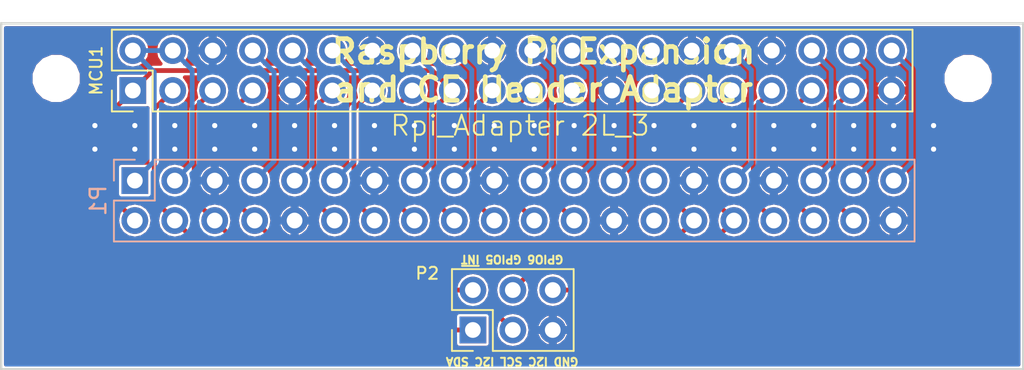
<source format=kicad_pcb>
(kicad_pcb (version 4) (host pcbnew 4.0.0-rc1-stable)

  (general
    (links 97)
    (no_connects 0)
    (area 143.564287 20.65 227.798829 64.128899)
    (thickness 1.6)
    (drawings 12)
    (tracks 107)
    (zones 0)
    (modules 49)
    (nets 30)
  )

  (page A4)
  (title_block
    (title "Rpi Adaptor")
    (rev 2L_3)
  )

  (layers
    (0 F.Cu signal)
    (31 B.Cu signal)
    (32 B.Adhes user)
    (33 F.Adhes user)
    (34 B.Paste user)
    (35 F.Paste user)
    (36 B.SilkS user)
    (37 F.SilkS user)
    (38 B.Mask user)
    (39 F.Mask user)
    (40 Dwgs.User user)
    (41 Cmts.User user)
    (42 Eco1.User user hide)
    (43 Eco2.User user)
    (44 Edge.Cuts user)
    (45 Margin user)
    (46 B.CrtYd user)
    (47 F.CrtYd user)
    (48 B.Fab user)
    (49 F.Fab user)
  )

  (setup
    (last_trace_width 0.1524)
    (user_trace_width 0.3048)
    (user_trace_width 0.6096)
    (user_trace_width 1.2192)
    (trace_clearance 0.1524)
    (zone_clearance 0.1016)
    (zone_45_only no)
    (trace_min 0.1524)
    (segment_width 0.2)
    (edge_width 0.15)
    (via_size 0.6858)
    (via_drill 0.3302)
    (via_min_size 0.6858)
    (via_min_drill 0.3302)
    (uvia_size 0.3)
    (uvia_drill 0.1)
    (uvias_allowed no)
    (uvia_min_size 0.2)
    (uvia_min_drill 0.1)
    (pcb_text_width 0.3)
    (pcb_text_size 1.5 1.5)
    (mod_edge_width 0.15)
    (mod_text_size 0.762 0.762)
    (mod_text_width 0.127)
    (pad_size 0.6858 0.6858)
    (pad_drill 0.3302)
    (pad_to_mask_clearance 0)
    (aux_axis_origin 0 0)
    (visible_elements 7FFEFFFF)
    (pcbplotparams
      (layerselection 0x010f0_80000001)
      (usegerberextensions false)
      (excludeedgelayer true)
      (linewidth 0.076200)
      (plotframeref false)
      (viasonmask false)
      (mode 1)
      (useauxorigin false)
      (hpglpennumber 1)
      (hpglpenspeed 20)
      (hpglpendiameter 15)
      (hpglpenoverlay 2)
      (psnegative false)
      (psa4output false)
      (plotreference true)
      (plotvalue false)
      (plotinvisibletext false)
      (padsonsilk false)
      (subtractmaskfromsilk false)
      (outputformat 1)
      (mirror false)
      (drillshape 0)
      (scaleselection 1)
      (outputdirectory Gerbers/))
  )

  (net 0 "")
  (net 1 /5V)
  (net 2 /SPI0_MOSI)
  (net 3 /SPI0_MISO)
  (net 4 /SPI0_SCLK)
  (net 5 /SPI0_CS0)
  (net 6 /UART0_Tx)
  (net 7 /UART0_Rx)
  (net 8 GND)
  (net 9 /3V3)
  (net 10 /I2C1_SCL)
  (net 11 /I2C1_SDA)
  (net 12 /GPIO_12)
  (net 13 /GPIO_13)
  (net 14 /GPIO_16)
  (net 15 /GPIO_17)
  (net 16 /GPIO_4)
  (net 17 /GPIO_18)
  (net 18 /GPIO_27)
  (net 19 /GPIO_22)
  (net 20 /GPIO_23)
  (net 21 /GPIO_24)
  (net 22 /GPIO_25)
  (net 23 /SPI0_CS1)
  (net 24 /GPIO_5)
  (net 25 /GPIO_6)
  (net 26 /GPIO_19)
  (net 27 /GPIO_26)
  (net 28 /GPIO_20)
  (net 29 /GPIO_21)

  (net_class Default "This is the default net class."
    (clearance 0.1524)
    (trace_width 0.1524)
    (via_dia 0.6858)
    (via_drill 0.3302)
    (uvia_dia 0.3)
    (uvia_drill 0.1)
    (add_net /3V3)
    (add_net /5V)
    (add_net /GPIO_12)
    (add_net /GPIO_13)
    (add_net /GPIO_16)
    (add_net /GPIO_17)
    (add_net /GPIO_18)
    (add_net /GPIO_19)
    (add_net /GPIO_20)
    (add_net /GPIO_21)
    (add_net /GPIO_22)
    (add_net /GPIO_23)
    (add_net /GPIO_24)
    (add_net /GPIO_25)
    (add_net /GPIO_26)
    (add_net /GPIO_27)
    (add_net /GPIO_4)
    (add_net /GPIO_5)
    (add_net /GPIO_6)
    (add_net /I2C1_SCL)
    (add_net /I2C1_SDA)
    (add_net /SPI0_CS0)
    (add_net /SPI0_CS1)
    (add_net /SPI0_MISO)
    (add_net /SPI0_MOSI)
    (add_net /SPI0_SCLK)
    (add_net /UART0_Rx)
    (add_net /UART0_Tx)
    (add_net GND)
  )

  (module Rpi_Adapter_Footprints:Stitch (layer F.Cu) (tedit 598A0B04) (tstamp 598A0D02)
    (at 215.3 48.5)
    (fp_text reference 20 (at 0 1.5) (layer Eco1.User) hide
      (effects (font (size 0.762 0.762) (thickness 0.127)))
    )
    (fp_text value Stitch (at 0 -1.5) (layer Eco1.User) hide
      (effects (font (size 0.762 0.762) (thickness 0.127)))
    )
    (pad 1 thru_hole circle (at 0 0) (size 0.6858 0.6858) (drill 0.3302) (layers *.Cu)
      (net 8 GND) (zone_connect 2))
  )

  (module Rpi_Adapter_Footprints:Stitch (layer F.Cu) (tedit 598A0B04) (tstamp 598A0CFE)
    (at 215.3 50)
    (fp_text reference 40 (at 0 1.5) (layer Eco1.User) hide
      (effects (font (size 0.762 0.762) (thickness 0.127)))
    )
    (fp_text value Stitch (at 0 -1.5) (layer Eco1.User) hide
      (effects (font (size 0.762 0.762) (thickness 0.127)))
    )
    (pad 1 thru_hole circle (at 0 0) (size 0.6858 0.6858) (drill 0.3302) (layers *.Cu)
      (net 8 GND) (zone_connect 2))
  )

  (module Rpi_Adapter_Footprints:Stitch (layer F.Cu) (tedit 598A0B04) (tstamp 598A0CE8)
    (at 161.96 48.5)
    (fp_text reference 1 (at 0 1.5) (layer Eco1.User) hide
      (effects (font (size 0.762 0.762) (thickness 0.127)))
    )
    (fp_text value Stitch (at 0 -1.5) (layer Eco1.User) hide
      (effects (font (size 0.762 0.762) (thickness 0.127)))
    )
    (pad 1 thru_hole circle (at 0 0) (size 0.6858 0.6858) (drill 0.3302) (layers *.Cu)
      (net 8 GND) (zone_connect 2))
  )

  (module Rpi_Adapter_Footprints:Stitch (layer F.Cu) (tedit 598A0B04) (tstamp 598A0CFA)
    (at 161.96 50)
    (fp_text reference 21 (at 0 1.5) (layer Eco1.User) hide
      (effects (font (size 0.762 0.762) (thickness 0.127)))
    )
    (fp_text value Stitch (at 0 -1.5) (layer Eco1.User) hide
      (effects (font (size 0.762 0.762) (thickness 0.127)))
    )
    (pad 1 thru_hole circle (at 0 0) (size 0.6858 0.6858) (drill 0.3302) (layers *.Cu)
      (net 8 GND) (zone_connect 2))
  )

  (module Rpi_Adapter_Footprints:Stitch (layer F.Cu) (tedit 598A0B04) (tstamp 598A0CBF)
    (at 212.76 50)
    (fp_text reference 40 (at 0 1.5) (layer Eco1.User) hide
      (effects (font (size 0.762 0.762) (thickness 0.127)))
    )
    (fp_text value Stitch (at 0 -1.5) (layer Eco1.User) hide
      (effects (font (size 0.762 0.762) (thickness 0.127)))
    )
    (pad 1 thru_hole circle (at 0 0) (size 0.6858 0.6858) (drill 0.3302) (layers *.Cu)
      (net 8 GND) (zone_connect 2))
  )

  (module Rpi_Adapter_Footprints:Stitch (layer F.Cu) (tedit 598A0B04) (tstamp 598A0CBB)
    (at 210.22 50)
    (fp_text reference 39 (at 0 1.5) (layer Eco1.User) hide
      (effects (font (size 0.762 0.762) (thickness 0.127)))
    )
    (fp_text value Stitch (at 0 -1.5) (layer Eco1.User) hide
      (effects (font (size 0.762 0.762) (thickness 0.127)))
    )
    (pad 1 thru_hole circle (at 0 0) (size 0.6858 0.6858) (drill 0.3302) (layers *.Cu)
      (net 8 GND) (zone_connect 2))
  )

  (module Rpi_Adapter_Footprints:Stitch (layer F.Cu) (tedit 598A0B04) (tstamp 598A0CB7)
    (at 207.68 50)
    (fp_text reference 38 (at 0 1.5) (layer Eco1.User) hide
      (effects (font (size 0.762 0.762) (thickness 0.127)))
    )
    (fp_text value Stitch (at 0 -1.5) (layer Eco1.User) hide
      (effects (font (size 0.762 0.762) (thickness 0.127)))
    )
    (pad 1 thru_hole circle (at 0 0) (size 0.6858 0.6858) (drill 0.3302) (layers *.Cu)
      (net 8 GND) (zone_connect 2))
  )

  (module Rpi_Adapter_Footprints:Stitch (layer F.Cu) (tedit 598A0B04) (tstamp 598A0CB3)
    (at 205.14 50)
    (fp_text reference 37 (at 0 1.5) (layer Eco1.User) hide
      (effects (font (size 0.762 0.762) (thickness 0.127)))
    )
    (fp_text value Stitch (at 0 -1.5) (layer Eco1.User) hide
      (effects (font (size 0.762 0.762) (thickness 0.127)))
    )
    (pad 1 thru_hole circle (at 0 0) (size 0.6858 0.6858) (drill 0.3302) (layers *.Cu)
      (net 8 GND) (zone_connect 2))
  )

  (module Rpi_Adapter_Footprints:Stitch (layer F.Cu) (tedit 598A0B04) (tstamp 598A0CAF)
    (at 202.6 50)
    (fp_text reference 36 (at 0 1.5) (layer Eco1.User) hide
      (effects (font (size 0.762 0.762) (thickness 0.127)))
    )
    (fp_text value Stitch (at 0 -1.5) (layer Eco1.User) hide
      (effects (font (size 0.762 0.762) (thickness 0.127)))
    )
    (pad 1 thru_hole circle (at 0 0) (size 0.6858 0.6858) (drill 0.3302) (layers *.Cu)
      (net 8 GND) (zone_connect 2))
  )

  (module Rpi_Adapter_Footprints:Stitch (layer F.Cu) (tedit 598A0B04) (tstamp 598A0CAB)
    (at 200.06 50)
    (fp_text reference 35 (at 0 1.5) (layer Eco1.User) hide
      (effects (font (size 0.762 0.762) (thickness 0.127)))
    )
    (fp_text value Stitch (at 0 -1.5) (layer Eco1.User) hide
      (effects (font (size 0.762 0.762) (thickness 0.127)))
    )
    (pad 1 thru_hole circle (at 0 0) (size 0.6858 0.6858) (drill 0.3302) (layers *.Cu)
      (net 8 GND) (zone_connect 2))
  )

  (module Rpi_Adapter_Footprints:Stitch (layer F.Cu) (tedit 598A0B04) (tstamp 598A0CA7)
    (at 197.52 50)
    (fp_text reference 34 (at 0 1.5) (layer Eco1.User) hide
      (effects (font (size 0.762 0.762) (thickness 0.127)))
    )
    (fp_text value Stitch (at 0 -1.5) (layer Eco1.User) hide
      (effects (font (size 0.762 0.762) (thickness 0.127)))
    )
    (pad 1 thru_hole circle (at 0 0) (size 0.6858 0.6858) (drill 0.3302) (layers *.Cu)
      (net 8 GND) (zone_connect 2))
  )

  (module Rpi_Adapter_Footprints:Stitch (layer F.Cu) (tedit 598A0B04) (tstamp 598A0CA3)
    (at 194.98 50)
    (fp_text reference 33 (at 0 1.5) (layer Eco1.User) hide
      (effects (font (size 0.762 0.762) (thickness 0.127)))
    )
    (fp_text value Stitch (at 0 -1.5) (layer Eco1.User) hide
      (effects (font (size 0.762 0.762) (thickness 0.127)))
    )
    (pad 1 thru_hole circle (at 0 0) (size 0.6858 0.6858) (drill 0.3302) (layers *.Cu)
      (net 8 GND) (zone_connect 2))
  )

  (module Rpi_Adapter_Footprints:Stitch (layer F.Cu) (tedit 598A0B04) (tstamp 598A0C9F)
    (at 192.44 50)
    (fp_text reference 32 (at 0 1.5) (layer Eco1.User) hide
      (effects (font (size 0.762 0.762) (thickness 0.127)))
    )
    (fp_text value Stitch (at 0 -1.5) (layer Eco1.User) hide
      (effects (font (size 0.762 0.762) (thickness 0.127)))
    )
    (pad 1 thru_hole circle (at 0 0) (size 0.6858 0.6858) (drill 0.3302) (layers *.Cu)
      (net 8 GND) (zone_connect 2))
  )

  (module Rpi_Adapter_Footprints:Stitch (layer F.Cu) (tedit 598A0B04) (tstamp 598A0C9B)
    (at 189.9 50)
    (fp_text reference 31 (at 0 1.5) (layer Eco1.User) hide
      (effects (font (size 0.762 0.762) (thickness 0.127)))
    )
    (fp_text value Stitch (at 0 -1.5) (layer Eco1.User) hide
      (effects (font (size 0.762 0.762) (thickness 0.127)))
    )
    (pad 1 thru_hole circle (at 0 0) (size 0.6858 0.6858) (drill 0.3302) (layers *.Cu)
      (net 8 GND) (zone_connect 2))
  )

  (module Rpi_Adapter_Footprints:Stitch (layer F.Cu) (tedit 598A0B04) (tstamp 598A0C97)
    (at 187.36 50)
    (fp_text reference 30 (at 0 1.5) (layer Eco1.User) hide
      (effects (font (size 0.762 0.762) (thickness 0.127)))
    )
    (fp_text value Stitch (at 0 -1.5) (layer Eco1.User) hide
      (effects (font (size 0.762 0.762) (thickness 0.127)))
    )
    (pad 1 thru_hole circle (at 0 0) (size 0.6858 0.6858) (drill 0.3302) (layers *.Cu)
      (net 8 GND) (zone_connect 2))
  )

  (module Rpi_Adapter_Footprints:Stitch (layer F.Cu) (tedit 598A0B04) (tstamp 598A0C93)
    (at 184.82 50)
    (fp_text reference 29 (at 0 1.5) (layer Eco1.User) hide
      (effects (font (size 0.762 0.762) (thickness 0.127)))
    )
    (fp_text value Stitch (at 0 -1.5) (layer Eco1.User) hide
      (effects (font (size 0.762 0.762) (thickness 0.127)))
    )
    (pad 1 thru_hole circle (at 0 0) (size 0.6858 0.6858) (drill 0.3302) (layers *.Cu)
      (net 8 GND) (zone_connect 2))
  )

  (module Rpi_Adapter_Footprints:Stitch (layer F.Cu) (tedit 598A0B04) (tstamp 598A0C8F)
    (at 182.28 50)
    (fp_text reference 28 (at 0 1.5) (layer Eco1.User) hide
      (effects (font (size 0.762 0.762) (thickness 0.127)))
    )
    (fp_text value Stitch (at 0 -1.5) (layer Eco1.User) hide
      (effects (font (size 0.762 0.762) (thickness 0.127)))
    )
    (pad 1 thru_hole circle (at 0 0) (size 0.6858 0.6858) (drill 0.3302) (layers *.Cu)
      (net 8 GND) (zone_connect 2))
  )

  (module Rpi_Adapter_Footprints:Stitch (layer F.Cu) (tedit 598A0B04) (tstamp 598A0C8B)
    (at 179.74 50)
    (fp_text reference 27 (at 0 1.5) (layer Eco1.User) hide
      (effects (font (size 0.762 0.762) (thickness 0.127)))
    )
    (fp_text value Stitch (at 0 -1.5) (layer Eco1.User) hide
      (effects (font (size 0.762 0.762) (thickness 0.127)))
    )
    (pad 1 thru_hole circle (at 0 0) (size 0.6858 0.6858) (drill 0.3302) (layers *.Cu)
      (net 8 GND) (zone_connect 2))
  )

  (module Rpi_Adapter_Footprints:Stitch (layer F.Cu) (tedit 598A0B04) (tstamp 598A0C87)
    (at 177.2 50)
    (fp_text reference 26 (at 0 1.5) (layer Eco1.User) hide
      (effects (font (size 0.762 0.762) (thickness 0.127)))
    )
    (fp_text value Stitch (at 0 -1.5) (layer Eco1.User) hide
      (effects (font (size 0.762 0.762) (thickness 0.127)))
    )
    (pad 1 thru_hole circle (at 0 0) (size 0.6858 0.6858) (drill 0.3302) (layers *.Cu)
      (net 8 GND) (zone_connect 2))
  )

  (module Rpi_Adapter_Footprints:Stitch (layer F.Cu) (tedit 598A0B04) (tstamp 598A0C83)
    (at 174.66 50)
    (fp_text reference 25 (at 0 1.5) (layer Eco1.User) hide
      (effects (font (size 0.762 0.762) (thickness 0.127)))
    )
    (fp_text value Stitch (at 0 -1.5) (layer Eco1.User) hide
      (effects (font (size 0.762 0.762) (thickness 0.127)))
    )
    (pad 1 thru_hole circle (at 0 0) (size 0.6858 0.6858) (drill 0.3302) (layers *.Cu)
      (net 8 GND) (zone_connect 2))
  )

  (module Rpi_Adapter_Footprints:Stitch (layer F.Cu) (tedit 598A0B04) (tstamp 598A0C7F)
    (at 172.12 50)
    (fp_text reference 24 (at 0 1.5) (layer Eco1.User) hide
      (effects (font (size 0.762 0.762) (thickness 0.127)))
    )
    (fp_text value Stitch (at 0 -1.5) (layer Eco1.User) hide
      (effects (font (size 0.762 0.762) (thickness 0.127)))
    )
    (pad 1 thru_hole circle (at 0 0) (size 0.6858 0.6858) (drill 0.3302) (layers *.Cu)
      (net 8 GND) (zone_connect 2))
  )

  (module Rpi_Adapter_Footprints:Stitch (layer F.Cu) (tedit 598A0B04) (tstamp 598A0C7B)
    (at 169.58 50)
    (fp_text reference 23 (at 0 1.5) (layer Eco1.User) hide
      (effects (font (size 0.762 0.762) (thickness 0.127)))
    )
    (fp_text value Stitch (at 0 -1.5) (layer Eco1.User) hide
      (effects (font (size 0.762 0.762) (thickness 0.127)))
    )
    (pad 1 thru_hole circle (at 0 0) (size 0.6858 0.6858) (drill 0.3302) (layers *.Cu)
      (net 8 GND) (zone_connect 2))
  )

  (module Rpi_Adapter_Footprints:Stitch (layer F.Cu) (tedit 598A0B04) (tstamp 598A0C77)
    (at 167.04 50)
    (fp_text reference 22 (at 0 1.5) (layer Eco1.User) hide
      (effects (font (size 0.762 0.762) (thickness 0.127)))
    )
    (fp_text value Stitch (at 0 -1.5) (layer Eco1.User) hide
      (effects (font (size 0.762 0.762) (thickness 0.127)))
    )
    (pad 1 thru_hole circle (at 0 0) (size 0.6858 0.6858) (drill 0.3302) (layers *.Cu)
      (net 8 GND) (zone_connect 2))
  )

  (module Rpi_Adapter_Footprints:Stitch (layer F.Cu) (tedit 598A0B04) (tstamp 598A0C73)
    (at 164.5 50)
    (fp_text reference 21 (at 0 1.5) (layer Eco1.User) hide
      (effects (font (size 0.762 0.762) (thickness 0.127)))
    )
    (fp_text value Stitch (at 0 -1.5) (layer Eco1.User) hide
      (effects (font (size 0.762 0.762) (thickness 0.127)))
    )
    (pad 1 thru_hole circle (at 0 0) (size 0.6858 0.6858) (drill 0.3302) (layers *.Cu)
      (net 8 GND) (zone_connect 2))
  )

  (module Rpi_Adapter_Footprints:Stitch (layer F.Cu) (tedit 598A0B04) (tstamp 598A0C6F)
    (at 212.76 48.5)
    (fp_text reference 20 (at 0 1.5) (layer Eco1.User) hide
      (effects (font (size 0.762 0.762) (thickness 0.127)))
    )
    (fp_text value Stitch (at 0 -1.5) (layer Eco1.User) hide
      (effects (font (size 0.762 0.762) (thickness 0.127)))
    )
    (pad 1 thru_hole circle (at 0 0) (size 0.6858 0.6858) (drill 0.3302) (layers *.Cu)
      (net 8 GND) (zone_connect 2))
  )

  (module Rpi_Adapter_Footprints:Stitch (layer F.Cu) (tedit 598A0B04) (tstamp 598A0C6B)
    (at 210.22 48.5)
    (fp_text reference 19 (at 0 1.5) (layer Eco1.User) hide
      (effects (font (size 0.762 0.762) (thickness 0.127)))
    )
    (fp_text value Stitch (at 0 -1.5) (layer Eco1.User) hide
      (effects (font (size 0.762 0.762) (thickness 0.127)))
    )
    (pad 1 thru_hole circle (at 0 0) (size 0.6858 0.6858) (drill 0.3302) (layers *.Cu)
      (net 8 GND) (zone_connect 2))
  )

  (module Rpi_Adapter_Footprints:Stitch (layer F.Cu) (tedit 598A0B04) (tstamp 598A0C67)
    (at 207.68 48.5)
    (fp_text reference 18 (at 0 1.5) (layer Eco1.User) hide
      (effects (font (size 0.762 0.762) (thickness 0.127)))
    )
    (fp_text value Stitch (at 0 -1.5) (layer Eco1.User) hide
      (effects (font (size 0.762 0.762) (thickness 0.127)))
    )
    (pad 1 thru_hole circle (at 0 0) (size 0.6858 0.6858) (drill 0.3302) (layers *.Cu)
      (net 8 GND) (zone_connect 2))
  )

  (module Rpi_Adapter_Footprints:Stitch (layer F.Cu) (tedit 598A0B04) (tstamp 598A0C63)
    (at 205.14 48.5)
    (fp_text reference 17 (at 0 1.5) (layer Eco1.User) hide
      (effects (font (size 0.762 0.762) (thickness 0.127)))
    )
    (fp_text value Stitch (at 0 -1.5) (layer Eco1.User) hide
      (effects (font (size 0.762 0.762) (thickness 0.127)))
    )
    (pad 1 thru_hole circle (at 0 0) (size 0.6858 0.6858) (drill 0.3302) (layers *.Cu)
      (net 8 GND) (zone_connect 2))
  )

  (module Rpi_Adapter_Footprints:Stitch (layer F.Cu) (tedit 598A0B04) (tstamp 598A0C5F)
    (at 202.6 48.5)
    (fp_text reference 16 (at 0 1.5) (layer Eco1.User) hide
      (effects (font (size 0.762 0.762) (thickness 0.127)))
    )
    (fp_text value Stitch (at 0 -1.5) (layer Eco1.User) hide
      (effects (font (size 0.762 0.762) (thickness 0.127)))
    )
    (pad 1 thru_hole circle (at 0 0) (size 0.6858 0.6858) (drill 0.3302) (layers *.Cu)
      (net 8 GND) (zone_connect 2))
  )

  (module Rpi_Adapter_Footprints:Stitch (layer F.Cu) (tedit 598A0B04) (tstamp 598A0C5B)
    (at 200.06 48.5)
    (fp_text reference 15 (at 0 1.5) (layer Eco1.User) hide
      (effects (font (size 0.762 0.762) (thickness 0.127)))
    )
    (fp_text value Stitch (at 0 -1.5) (layer Eco1.User) hide
      (effects (font (size 0.762 0.762) (thickness 0.127)))
    )
    (pad 1 thru_hole circle (at 0 0) (size 0.6858 0.6858) (drill 0.3302) (layers *.Cu)
      (net 8 GND) (zone_connect 2))
  )

  (module Rpi_Adapter_Footprints:Stitch (layer F.Cu) (tedit 598A0B04) (tstamp 598A0C57)
    (at 197.52 48.5)
    (fp_text reference 14 (at 0 1.5) (layer Eco1.User) hide
      (effects (font (size 0.762 0.762) (thickness 0.127)))
    )
    (fp_text value Stitch (at 0 -1.5) (layer Eco1.User) hide
      (effects (font (size 0.762 0.762) (thickness 0.127)))
    )
    (pad 1 thru_hole circle (at 0 0) (size 0.6858 0.6858) (drill 0.3302) (layers *.Cu)
      (net 8 GND) (zone_connect 2))
  )

  (module Rpi_Adapter_Footprints:Stitch (layer F.Cu) (tedit 598A0B04) (tstamp 598A0C53)
    (at 194.98 48.5)
    (fp_text reference 13 (at 0 1.5) (layer Eco1.User) hide
      (effects (font (size 0.762 0.762) (thickness 0.127)))
    )
    (fp_text value Stitch (at 0 -1.5) (layer Eco1.User) hide
      (effects (font (size 0.762 0.762) (thickness 0.127)))
    )
    (pad 1 thru_hole circle (at 0 0) (size 0.6858 0.6858) (drill 0.3302) (layers *.Cu)
      (net 8 GND) (zone_connect 2))
  )

  (module Rpi_Adapter_Footprints:Stitch (layer F.Cu) (tedit 598A0B04) (tstamp 598A0C4F)
    (at 192.44 48.5)
    (fp_text reference 12 (at 0 1.5) (layer Eco1.User) hide
      (effects (font (size 0.762 0.762) (thickness 0.127)))
    )
    (fp_text value Stitch (at 0 -1.5) (layer Eco1.User) hide
      (effects (font (size 0.762 0.762) (thickness 0.127)))
    )
    (pad 1 thru_hole circle (at 0 0) (size 0.6858 0.6858) (drill 0.3302) (layers *.Cu)
      (net 8 GND) (zone_connect 2))
  )

  (module Rpi_Adapter_Footprints:Stitch (layer F.Cu) (tedit 598A0B04) (tstamp 598A0C4B)
    (at 189.9 48.5)
    (fp_text reference 11 (at 0 1.5) (layer Eco1.User) hide
      (effects (font (size 0.762 0.762) (thickness 0.127)))
    )
    (fp_text value Stitch (at 0 -1.5) (layer Eco1.User) hide
      (effects (font (size 0.762 0.762) (thickness 0.127)))
    )
    (pad 1 thru_hole circle (at 0 0) (size 0.6858 0.6858) (drill 0.3302) (layers *.Cu)
      (net 8 GND) (zone_connect 2))
  )

  (module Rpi_Adapter_Footprints:Stitch (layer F.Cu) (tedit 598A0B04) (tstamp 598A0C47)
    (at 187.36 48.5)
    (fp_text reference 10 (at 0 1.5) (layer Eco1.User) hide
      (effects (font (size 0.762 0.762) (thickness 0.127)))
    )
    (fp_text value Stitch (at 0 -1.5) (layer Eco1.User) hide
      (effects (font (size 0.762 0.762) (thickness 0.127)))
    )
    (pad 1 thru_hole circle (at 0 0) (size 0.6858 0.6858) (drill 0.3302) (layers *.Cu)
      (net 8 GND) (zone_connect 2))
  )

  (module Rpi_Adapter_Footprints:Stitch (layer F.Cu) (tedit 598A0B04) (tstamp 598A0C43)
    (at 184.82 48.5)
    (fp_text reference 9 (at 0 1.5) (layer Eco1.User) hide
      (effects (font (size 0.762 0.762) (thickness 0.127)))
    )
    (fp_text value Stitch (at 0 -1.5) (layer Eco1.User) hide
      (effects (font (size 0.762 0.762) (thickness 0.127)))
    )
    (pad 1 thru_hole circle (at 0 0) (size 0.6858 0.6858) (drill 0.3302) (layers *.Cu)
      (net 8 GND) (zone_connect 2))
  )

  (module Rpi_Adapter_Footprints:Stitch (layer F.Cu) (tedit 598A0B04) (tstamp 598A0C3F)
    (at 182.28 48.5)
    (fp_text reference 8 (at 0 1.5) (layer Eco1.User) hide
      (effects (font (size 0.762 0.762) (thickness 0.127)))
    )
    (fp_text value Stitch (at 0 -1.5) (layer Eco1.User) hide
      (effects (font (size 0.762 0.762) (thickness 0.127)))
    )
    (pad 1 thru_hole circle (at 0 0) (size 0.6858 0.6858) (drill 0.3302) (layers *.Cu)
      (net 8 GND) (zone_connect 2))
  )

  (module Rpi_Adapter_Footprints:Stitch (layer F.Cu) (tedit 598A0B04) (tstamp 598A0C3B)
    (at 179.74 48.5)
    (fp_text reference 7 (at 0 1.5) (layer Eco1.User) hide
      (effects (font (size 0.762 0.762) (thickness 0.127)))
    )
    (fp_text value Stitch (at 0 -1.5) (layer Eco1.User) hide
      (effects (font (size 0.762 0.762) (thickness 0.127)))
    )
    (pad 1 thru_hole circle (at 0 0) (size 0.6858 0.6858) (drill 0.3302) (layers *.Cu)
      (net 8 GND) (zone_connect 2))
  )

  (module Rpi_Adapter_Footprints:Stitch (layer F.Cu) (tedit 598A0B04) (tstamp 598A0C37)
    (at 177.2 48.5)
    (fp_text reference 6 (at 0 1.5) (layer Eco1.User) hide
      (effects (font (size 0.762 0.762) (thickness 0.127)))
    )
    (fp_text value Stitch (at 0 -1.5) (layer Eco1.User) hide
      (effects (font (size 0.762 0.762) (thickness 0.127)))
    )
    (pad 1 thru_hole circle (at 0 0) (size 0.6858 0.6858) (drill 0.3302) (layers *.Cu)
      (net 8 GND) (zone_connect 2))
  )

  (module Rpi_Adapter_Footprints:Stitch (layer F.Cu) (tedit 598A0B04) (tstamp 598A0C33)
    (at 174.66 48.5)
    (fp_text reference 5 (at 0 1.5) (layer Eco1.User) hide
      (effects (font (size 0.762 0.762) (thickness 0.127)))
    )
    (fp_text value Stitch (at 0 -1.5) (layer Eco1.User) hide
      (effects (font (size 0.762 0.762) (thickness 0.127)))
    )
    (pad 1 thru_hole circle (at 0 0) (size 0.6858 0.6858) (drill 0.3302) (layers *.Cu)
      (net 8 GND) (zone_connect 2))
  )

  (module Rpi_Adapter_Footprints:Stitch (layer F.Cu) (tedit 598A0B04) (tstamp 598A0C2F)
    (at 172.12 48.5)
    (fp_text reference 4 (at 0 1.5) (layer Eco1.User) hide
      (effects (font (size 0.762 0.762) (thickness 0.127)))
    )
    (fp_text value Stitch (at 0 -1.5) (layer Eco1.User) hide
      (effects (font (size 0.762 0.762) (thickness 0.127)))
    )
    (pad 1 thru_hole circle (at 0 0) (size 0.6858 0.6858) (drill 0.3302) (layers *.Cu)
      (net 8 GND) (zone_connect 2))
  )

  (module Rpi_Adapter_Footprints:Stitch (layer F.Cu) (tedit 598A0B04) (tstamp 598A0C2B)
    (at 169.58 48.5)
    (fp_text reference 3 (at 0 1.5) (layer Eco1.User) hide
      (effects (font (size 0.762 0.762) (thickness 0.127)))
    )
    (fp_text value Stitch (at 0 -1.5) (layer Eco1.User) hide
      (effects (font (size 0.762 0.762) (thickness 0.127)))
    )
    (pad 1 thru_hole circle (at 0 0) (size 0.6858 0.6858) (drill 0.3302) (layers *.Cu)
      (net 8 GND) (zone_connect 2))
  )

  (module Rpi_Adapter_Footprints:Stitch (layer F.Cu) (tedit 598A0B04) (tstamp 598A0C27)
    (at 167.04 48.5)
    (fp_text reference 2 (at 0 1.5) (layer Eco1.User) hide
      (effects (font (size 0.762 0.762) (thickness 0.127)))
    )
    (fp_text value Stitch (at 0 -1.5) (layer Eco1.User) hide
      (effects (font (size 0.762 0.762) (thickness 0.127)))
    )
    (pad 1 thru_hole circle (at 0 0) (size 0.6858 0.6858) (drill 0.3302) (layers *.Cu)
      (net 8 GND) (zone_connect 2))
  )

  (module Rpi_Adapter_Footprints:Stitch (layer F.Cu) (tedit 598A0B04) (tstamp 598A0A99)
    (at 164.5 48.5)
    (fp_text reference 1 (at 0 1.5) (layer Eco1.User) hide
      (effects (font (size 0.762 0.762) (thickness 0.127)))
    )
    (fp_text value Stitch (at 0 -1.5) (layer Eco1.User) hide
      (effects (font (size 0.762 0.762) (thickness 0.127)))
    )
    (pad 1 thru_hole circle (at 0 0) (size 0.6858 0.6858) (drill 0.3302) (layers *.Cu)
      (net 8 GND) (zone_connect 2))
  )

  (module Mounting_Holes:MountingHole_2.7mm_M2.5 (layer F.Cu) (tedit 598A0835) (tstamp 5989FE6D)
    (at 217.5 45.5)
    (descr "Mounting Hole 2.7mm, no annular, M2.5")
    (tags "mounting hole 2.7mm no annular m2.5")
    (fp_text reference MNT** (at 0.25 4) (layer F.SilkS) hide
      (effects (font (size 1 1) (thickness 0.15)))
    )
    (fp_text value MountingHole_2.7mm_M2.5 (at 0 3.7) (layer F.Fab) hide
      (effects (font (size 1 1) (thickness 0.15)))
    )
    (fp_circle (center 0 0) (end 2.7 0) (layer Cmts.User) (width 0.15))
    (fp_circle (center 0 0) (end 2.95 0) (layer F.CrtYd) (width 0.05))
    (pad 1 np_thru_hole circle (at 0 0) (size 2.7 2.7) (drill 2.7) (layers *.Cu *.Mask))
  )

  (module Rpi_Adapter_Footprints:Pin_Header_Straight_2x20_Pitch2.54mm (layer F.Cu) (tedit 58CD4EC6) (tstamp 59478904)
    (at 164.37 46.27 90)
    (descr "Raspberry Pi 3b GPIO Header")
    (tags "Through hole pin header THT 2x20 2.54mm double row")
    (path /59479884)
    (fp_text reference MCU1 (at 1.27 -2.33 90) (layer F.SilkS)
      (effects (font (size 0.762 0.762) (thickness 0.127)))
    )
    (fp_text value RaspberryPi_3b (at 1.27 50.59 90) (layer F.Fab)
      (effects (font (size 0.762 0.762) (thickness 0.127)))
    )
    (fp_line (start -1.27 -1.27) (end -1.27 49.53) (layer F.Fab) (width 0.1))
    (fp_line (start -1.27 49.53) (end 3.81 49.53) (layer F.Fab) (width 0.1))
    (fp_line (start 3.81 49.53) (end 3.81 -1.27) (layer F.Fab) (width 0.1))
    (fp_line (start 3.81 -1.27) (end -1.27 -1.27) (layer F.Fab) (width 0.1))
    (fp_line (start -1.33 1.27) (end -1.33 49.59) (layer F.SilkS) (width 0.12))
    (fp_line (start -1.33 49.59) (end 3.87 49.59) (layer F.SilkS) (width 0.12))
    (fp_line (start 3.87 49.59) (end 3.87 -1.33) (layer F.SilkS) (width 0.12))
    (fp_line (start 3.87 -1.33) (end 1.27 -1.33) (layer F.SilkS) (width 0.12))
    (fp_line (start 1.27 -1.33) (end 1.27 1.27) (layer F.SilkS) (width 0.12))
    (fp_line (start 1.27 1.27) (end -1.33 1.27) (layer F.SilkS) (width 0.12))
    (fp_line (start -1.33 0) (end -1.33 -1.33) (layer F.SilkS) (width 0.12))
    (fp_line (start -1.33 -1.33) (end 0 -1.33) (layer F.SilkS) (width 0.12))
    (fp_line (start -1.8 -1.8) (end -1.8 50.05) (layer F.CrtYd) (width 0.05))
    (fp_line (start -1.8 50.05) (end 4.35 50.05) (layer F.CrtYd) (width 0.05))
    (fp_line (start 4.35 50.05) (end 4.35 -1.8) (layer F.CrtYd) (width 0.05))
    (fp_line (start 4.35 -1.8) (end -1.8 -1.8) (layer F.CrtYd) (width 0.05))
    (fp_text user %R (at 1.27 -2.33 90) (layer F.Fab)
      (effects (font (size 0.762 0.762) (thickness 0.127)))
    )
    (pad 1 thru_hole rect (at 0 0 90) (size 1.7 1.7) (drill 1) (layers *.Cu *.Mask)
      (net 9 /3V3))
    (pad 2 thru_hole oval (at 2.54 0 90) (size 1.7 1.7) (drill 1) (layers *.Cu *.Mask)
      (net 1 /5V))
    (pad 3 thru_hole oval (at 0 2.54 90) (size 1.7 1.7) (drill 1) (layers *.Cu *.Mask)
      (net 11 /I2C1_SDA))
    (pad 4 thru_hole oval (at 2.54 2.54 90) (size 1.7 1.7) (drill 1) (layers *.Cu *.Mask)
      (net 1 /5V))
    (pad 5 thru_hole oval (at 0 5.08 90) (size 1.7 1.7) (drill 1) (layers *.Cu *.Mask)
      (net 10 /I2C1_SCL))
    (pad 6 thru_hole oval (at 2.54 5.08 90) (size 1.7 1.7) (drill 1) (layers *.Cu *.Mask)
      (net 8 GND))
    (pad 7 thru_hole oval (at 0 7.62 90) (size 1.7 1.7) (drill 1) (layers *.Cu *.Mask)
      (net 16 /GPIO_4))
    (pad 8 thru_hole oval (at 2.54 7.62 90) (size 1.7 1.7) (drill 1) (layers *.Cu *.Mask)
      (net 6 /UART0_Tx))
    (pad 9 thru_hole oval (at 0 10.16 90) (size 1.7 1.7) (drill 1) (layers *.Cu *.Mask)
      (net 8 GND))
    (pad 10 thru_hole oval (at 2.54 10.16 90) (size 1.7 1.7) (drill 1) (layers *.Cu *.Mask)
      (net 7 /UART0_Rx))
    (pad 11 thru_hole oval (at 0 12.7 90) (size 1.7 1.7) (drill 1) (layers *.Cu *.Mask)
      (net 15 /GPIO_17))
    (pad 12 thru_hole oval (at 2.54 12.7 90) (size 1.7 1.7) (drill 1) (layers *.Cu *.Mask)
      (net 17 /GPIO_18))
    (pad 13 thru_hole oval (at 0 15.24 90) (size 1.7 1.7) (drill 1) (layers *.Cu *.Mask)
      (net 18 /GPIO_27))
    (pad 14 thru_hole oval (at 2.54 15.24 90) (size 1.7 1.7) (drill 1) (layers *.Cu *.Mask)
      (net 8 GND))
    (pad 15 thru_hole oval (at 0 17.78 90) (size 1.7 1.7) (drill 1) (layers *.Cu *.Mask)
      (net 19 /GPIO_22))
    (pad 16 thru_hole oval (at 2.54 17.78 90) (size 1.7 1.7) (drill 1) (layers *.Cu *.Mask)
      (net 20 /GPIO_23))
    (pad 17 thru_hole oval (at 0 20.32 90) (size 1.7 1.7) (drill 1) (layers *.Cu *.Mask)
      (net 9 /3V3))
    (pad 18 thru_hole oval (at 2.54 20.32 90) (size 1.7 1.7) (drill 1) (layers *.Cu *.Mask)
      (net 21 /GPIO_24))
    (pad 19 thru_hole oval (at 0 22.86 90) (size 1.7 1.7) (drill 1) (layers *.Cu *.Mask)
      (net 2 /SPI0_MOSI))
    (pad 20 thru_hole oval (at 2.54 22.86 90) (size 1.7 1.7) (drill 1) (layers *.Cu *.Mask)
      (net 8 GND))
    (pad 21 thru_hole oval (at 0 25.4 90) (size 1.7 1.7) (drill 1) (layers *.Cu *.Mask)
      (net 3 /SPI0_MISO))
    (pad 22 thru_hole oval (at 2.54 25.4 90) (size 1.7 1.7) (drill 1) (layers *.Cu *.Mask)
      (net 22 /GPIO_25))
    (pad 23 thru_hole oval (at 0 27.94 90) (size 1.7 1.7) (drill 1) (layers *.Cu *.Mask)
      (net 4 /SPI0_SCLK))
    (pad 24 thru_hole oval (at 2.54 27.94 90) (size 1.7 1.7) (drill 1) (layers *.Cu *.Mask)
      (net 5 /SPI0_CS0))
    (pad 25 thru_hole oval (at 0 30.48 90) (size 1.7 1.7) (drill 1) (layers *.Cu *.Mask)
      (net 8 GND))
    (pad 26 thru_hole oval (at 2.54 30.48 90) (size 1.7 1.7) (drill 1) (layers *.Cu *.Mask)
      (net 23 /SPI0_CS1))
    (pad 27 thru_hole oval (at 0 33.02 90) (size 1.7 1.7) (drill 1) (layers *.Cu *.Mask))
    (pad 28 thru_hole oval (at 2.54 33.02 90) (size 1.7 1.7) (drill 1) (layers *.Cu *.Mask))
    (pad 29 thru_hole oval (at 0 35.56 90) (size 1.7 1.7) (drill 1) (layers *.Cu *.Mask)
      (net 24 /GPIO_5))
    (pad 30 thru_hole oval (at 2.54 35.56 90) (size 1.7 1.7) (drill 1) (layers *.Cu *.Mask)
      (net 8 GND))
    (pad 31 thru_hole oval (at 0 38.1 90) (size 1.7 1.7) (drill 1) (layers *.Cu *.Mask)
      (net 25 /GPIO_6))
    (pad 32 thru_hole oval (at 2.54 38.1 90) (size 1.7 1.7) (drill 1) (layers *.Cu *.Mask)
      (net 12 /GPIO_12))
    (pad 33 thru_hole oval (at 0 40.64 90) (size 1.7 1.7) (drill 1) (layers *.Cu *.Mask)
      (net 13 /GPIO_13))
    (pad 34 thru_hole oval (at 2.54 40.64 90) (size 1.7 1.7) (drill 1) (layers *.Cu *.Mask)
      (net 8 GND))
    (pad 35 thru_hole oval (at 0 43.18 90) (size 1.7 1.7) (drill 1) (layers *.Cu *.Mask)
      (net 26 /GPIO_19))
    (pad 36 thru_hole oval (at 2.54 43.18 90) (size 1.7 1.7) (drill 1) (layers *.Cu *.Mask)
      (net 14 /GPIO_16))
    (pad 37 thru_hole oval (at 0 45.72 90) (size 1.7 1.7) (drill 1) (layers *.Cu *.Mask)
      (net 27 /GPIO_26))
    (pad 38 thru_hole oval (at 2.54 45.72 90) (size 1.7 1.7) (drill 1) (layers *.Cu *.Mask)
      (net 28 /GPIO_20))
    (pad 39 thru_hole oval (at 0 48.26 90) (size 1.7 1.7) (drill 1) (layers *.Cu *.Mask)
      (net 8 GND))
    (pad 40 thru_hole oval (at 2.54 48.26 90) (size 1.7 1.7) (drill 1) (layers *.Cu *.Mask)
      (net 29 /GPIO_21))
    (model Socket_Strips.3dshapes/Socket_Strip_Straight_2x20.wrl
      (at (xyz 0.05 -0.95 0))
      (scale (xyz 1 1 1))
      (rotate (xyz 0 0 90))
    )
  )

  (module Pin_Headers:Pin_Header_Straight_2x03_Pitch2.54mm (layer F.Cu) (tedit 594827E5) (tstamp 5947893A)
    (at 186 61.5 90)
    (descr "Through hole straight pin header, 2x03, 2.54mm pitch, double rows")
    (tags "Through hole pin header THT 2x03 2.54mm double row")
    (path /594799AC)
    (fp_text reference P2 (at 3.6 -2.9 180) (layer F.SilkS)
      (effects (font (size 0.762 0.762) (thickness 0.127)))
    )
    (fp_text value CONN_02X03 (at 1.27 7.41 90) (layer F.Fab)
      (effects (font (size 0.762 0.762) (thickness 0.127)))
    )
    (fp_line (start -1.27 -1.27) (end -1.27 6.35) (layer F.Fab) (width 0.1))
    (fp_line (start -1.27 6.35) (end 3.81 6.35) (layer F.Fab) (width 0.1))
    (fp_line (start 3.81 6.35) (end 3.81 -1.27) (layer F.Fab) (width 0.1))
    (fp_line (start 3.81 -1.27) (end -1.27 -1.27) (layer F.Fab) (width 0.1))
    (fp_line (start -1.33 1.27) (end -1.33 6.41) (layer F.SilkS) (width 0.12))
    (fp_line (start -1.33 6.41) (end 3.87 6.41) (layer F.SilkS) (width 0.12))
    (fp_line (start 3.87 6.41) (end 3.87 -1.33) (layer F.SilkS) (width 0.12))
    (fp_line (start 3.87 -1.33) (end 1.27 -1.33) (layer F.SilkS) (width 0.12))
    (fp_line (start 1.27 -1.33) (end 1.27 1.27) (layer F.SilkS) (width 0.12))
    (fp_line (start 1.27 1.27) (end -1.33 1.27) (layer F.SilkS) (width 0.12))
    (fp_line (start -1.33 0) (end -1.33 -1.33) (layer F.SilkS) (width 0.12))
    (fp_line (start -1.33 -1.33) (end 0 -1.33) (layer F.SilkS) (width 0.12))
    (fp_line (start -1.8 -1.8) (end -1.8 6.85) (layer F.CrtYd) (width 0.05))
    (fp_line (start -1.8 6.85) (end 4.35 6.85) (layer F.CrtYd) (width 0.05))
    (fp_line (start 4.35 6.85) (end 4.35 -1.8) (layer F.CrtYd) (width 0.05))
    (fp_line (start 4.35 -1.8) (end -1.8 -1.8) (layer F.CrtYd) (width 0.05))
    (fp_text user %R (at 3.6 -2.9 180) (layer F.Fab)
      (effects (font (size 0.762 0.762) (thickness 0.127)))
    )
    (pad 1 thru_hole rect (at 0 0 90) (size 1.7 1.7) (drill 1) (layers *.Cu *.Mask)
      (net 11 /I2C1_SDA))
    (pad 2 thru_hole oval (at 2.54 0 90) (size 1.7 1.7) (drill 1) (layers *.Cu *.Mask)
      (net 16 /GPIO_4))
    (pad 3 thru_hole oval (at 0 2.54 90) (size 1.7 1.7) (drill 1) (layers *.Cu *.Mask)
      (net 10 /I2C1_SCL))
    (pad 4 thru_hole oval (at 2.54 2.54 90) (size 1.7 1.7) (drill 1) (layers *.Cu *.Mask)
      (net 24 /GPIO_5))
    (pad 5 thru_hole oval (at 0 5.08 90) (size 1.7 1.7) (drill 1) (layers *.Cu *.Mask)
      (net 8 GND))
    (pad 6 thru_hole oval (at 2.54 5.08 90) (size 1.7 1.7) (drill 1) (layers *.Cu *.Mask)
      (net 25 /GPIO_6))
    (model Socket_Strips.3dshapes/Socket_Strip_Straight_2x03.wrl
      (at (xyz 0.05 -0.1 0))
      (scale (xyz 1 1 1))
      (rotate (xyz 0 0 90))
    )
  )

  (module Mounting_Holes:MountingHole_2.7mm_M2.5 locked (layer F.Cu) (tedit 598A0831) (tstamp 5989FD1E)
    (at 159.5 45.5)
    (descr "Mounting Hole 2.7mm, no annular, M2.5")
    (tags "mounting hole 2.7mm no annular m2.5")
    (fp_text reference MNT** (at 0 3.75) (layer F.SilkS) hide
      (effects (font (size 1 1) (thickness 0.15)))
    )
    (fp_text value MountingHole_2.7mm_M2.5 (at 0 3.7) (layer F.Fab) hide
      (effects (font (size 1 1) (thickness 0.15)))
    )
    (fp_circle (center 0 0) (end 2.7 0) (layer Cmts.User) (width 0.15))
    (fp_circle (center 0 0) (end 2.95 0) (layer F.CrtYd) (width 0.05))
    (pad 1 np_thru_hole circle (at 0 0) (size 2.7 2.7) (drill 2.7) (layers *.Cu *.Mask))
  )

  (module Pin_Headers:Pin_Header_Straight_2x20_Pitch2.54mm (layer B.Cu) (tedit 59650533) (tstamp 598A0785)
    (at 164.5 52 270)
    (descr "Through hole straight pin header, 2x20, 2.54mm pitch, double rows")
    (tags "Through hole pin header THT 2x20 2.54mm double row")
    (path /59479B40)
    (fp_text reference P1 (at 1.27 2.33 270) (layer B.SilkS)
      (effects (font (size 1 1) (thickness 0.15)) (justify mirror))
    )
    (fp_text value CONN_02X20 (at 1.27 -50.59 270) (layer B.Fab)
      (effects (font (size 1 1) (thickness 0.15)) (justify mirror))
    )
    (fp_line (start 0 1.27) (end 3.81 1.27) (layer B.Fab) (width 0.1))
    (fp_line (start 3.81 1.27) (end 3.81 -49.53) (layer B.Fab) (width 0.1))
    (fp_line (start 3.81 -49.53) (end -1.27 -49.53) (layer B.Fab) (width 0.1))
    (fp_line (start -1.27 -49.53) (end -1.27 0) (layer B.Fab) (width 0.1))
    (fp_line (start -1.27 0) (end 0 1.27) (layer B.Fab) (width 0.1))
    (fp_line (start -1.33 -49.59) (end 3.87 -49.59) (layer B.SilkS) (width 0.12))
    (fp_line (start -1.33 -1.27) (end -1.33 -49.59) (layer B.SilkS) (width 0.12))
    (fp_line (start 3.87 1.33) (end 3.87 -49.59) (layer B.SilkS) (width 0.12))
    (fp_line (start -1.33 -1.27) (end 1.27 -1.27) (layer B.SilkS) (width 0.12))
    (fp_line (start 1.27 -1.27) (end 1.27 1.33) (layer B.SilkS) (width 0.12))
    (fp_line (start 1.27 1.33) (end 3.87 1.33) (layer B.SilkS) (width 0.12))
    (fp_line (start -1.33 0) (end -1.33 1.33) (layer B.SilkS) (width 0.12))
    (fp_line (start -1.33 1.33) (end 0 1.33) (layer B.SilkS) (width 0.12))
    (fp_line (start -1.8 1.8) (end -1.8 -50.05) (layer B.CrtYd) (width 0.05))
    (fp_line (start -1.8 -50.05) (end 4.35 -50.05) (layer B.CrtYd) (width 0.05))
    (fp_line (start 4.35 -50.05) (end 4.35 1.8) (layer B.CrtYd) (width 0.05))
    (fp_line (start 4.35 1.8) (end -1.8 1.8) (layer B.CrtYd) (width 0.05))
    (fp_text user %R (at 1.27 -24.13 540) (layer B.Fab)
      (effects (font (size 1 1) (thickness 0.15)) (justify mirror))
    )
    (pad 1 thru_hole rect (at 0 0 270) (size 1.7 1.7) (drill 1) (layers *.Cu *.Mask)
      (net 1 /5V))
    (pad 2 thru_hole oval (at 2.54 0 270) (size 1.7 1.7) (drill 1) (layers *.Cu *.Mask)
      (net 9 /3V3))
    (pad 3 thru_hole oval (at 0 -2.54 270) (size 1.7 1.7) (drill 1) (layers *.Cu *.Mask)
      (net 1 /5V))
    (pad 4 thru_hole oval (at 2.54 -2.54 270) (size 1.7 1.7) (drill 1) (layers *.Cu *.Mask)
      (net 11 /I2C1_SDA))
    (pad 5 thru_hole oval (at 0 -5.08 270) (size 1.7 1.7) (drill 1) (layers *.Cu *.Mask)
      (net 8 GND))
    (pad 6 thru_hole oval (at 2.54 -5.08 270) (size 1.7 1.7) (drill 1) (layers *.Cu *.Mask)
      (net 10 /I2C1_SCL))
    (pad 7 thru_hole oval (at 0 -7.62 270) (size 1.7 1.7) (drill 1) (layers *.Cu *.Mask)
      (net 6 /UART0_Tx))
    (pad 8 thru_hole oval (at 2.54 -7.62 270) (size 1.7 1.7) (drill 1) (layers *.Cu *.Mask)
      (net 16 /GPIO_4))
    (pad 9 thru_hole oval (at 0 -10.16 270) (size 1.7 1.7) (drill 1) (layers *.Cu *.Mask)
      (net 7 /UART0_Rx))
    (pad 10 thru_hole oval (at 2.54 -10.16 270) (size 1.7 1.7) (drill 1) (layers *.Cu *.Mask)
      (net 8 GND))
    (pad 11 thru_hole oval (at 0 -12.7 270) (size 1.7 1.7) (drill 1) (layers *.Cu *.Mask)
      (net 17 /GPIO_18))
    (pad 12 thru_hole oval (at 2.54 -12.7 270) (size 1.7 1.7) (drill 1) (layers *.Cu *.Mask)
      (net 15 /GPIO_17))
    (pad 13 thru_hole oval (at 0 -15.24 270) (size 1.7 1.7) (drill 1) (layers *.Cu *.Mask)
      (net 8 GND))
    (pad 14 thru_hole oval (at 2.54 -15.24 270) (size 1.7 1.7) (drill 1) (layers *.Cu *.Mask)
      (net 18 /GPIO_27))
    (pad 15 thru_hole oval (at 0 -17.78 270) (size 1.7 1.7) (drill 1) (layers *.Cu *.Mask)
      (net 20 /GPIO_23))
    (pad 16 thru_hole oval (at 2.54 -17.78 270) (size 1.7 1.7) (drill 1) (layers *.Cu *.Mask)
      (net 19 /GPIO_22))
    (pad 17 thru_hole oval (at 0 -20.32 270) (size 1.7 1.7) (drill 1) (layers *.Cu *.Mask)
      (net 21 /GPIO_24))
    (pad 18 thru_hole oval (at 2.54 -20.32 270) (size 1.7 1.7) (drill 1) (layers *.Cu *.Mask)
      (net 9 /3V3))
    (pad 19 thru_hole oval (at 0 -22.86 270) (size 1.7 1.7) (drill 1) (layers *.Cu *.Mask)
      (net 8 GND))
    (pad 20 thru_hole oval (at 2.54 -22.86 270) (size 1.7 1.7) (drill 1) (layers *.Cu *.Mask)
      (net 2 /SPI0_MOSI))
    (pad 21 thru_hole oval (at 0 -25.4 270) (size 1.7 1.7) (drill 1) (layers *.Cu *.Mask)
      (net 22 /GPIO_25))
    (pad 22 thru_hole oval (at 2.54 -25.4 270) (size 1.7 1.7) (drill 1) (layers *.Cu *.Mask)
      (net 3 /SPI0_MISO))
    (pad 23 thru_hole oval (at 0 -27.94 270) (size 1.7 1.7) (drill 1) (layers *.Cu *.Mask)
      (net 5 /SPI0_CS0))
    (pad 24 thru_hole oval (at 2.54 -27.94 270) (size 1.7 1.7) (drill 1) (layers *.Cu *.Mask)
      (net 4 /SPI0_SCLK))
    (pad 25 thru_hole oval (at 0 -30.48 270) (size 1.7 1.7) (drill 1) (layers *.Cu *.Mask)
      (net 23 /SPI0_CS1))
    (pad 26 thru_hole oval (at 2.54 -30.48 270) (size 1.7 1.7) (drill 1) (layers *.Cu *.Mask)
      (net 8 GND))
    (pad 27 thru_hole oval (at 0 -33.02 270) (size 1.7 1.7) (drill 1) (layers *.Cu *.Mask))
    (pad 28 thru_hole oval (at 2.54 -33.02 270) (size 1.7 1.7) (drill 1) (layers *.Cu *.Mask))
    (pad 29 thru_hole oval (at 0 -35.56 270) (size 1.7 1.7) (drill 1) (layers *.Cu *.Mask)
      (net 8 GND))
    (pad 30 thru_hole oval (at 2.54 -35.56 270) (size 1.7 1.7) (drill 1) (layers *.Cu *.Mask)
      (net 24 /GPIO_5))
    (pad 31 thru_hole oval (at 0 -38.1 270) (size 1.7 1.7) (drill 1) (layers *.Cu *.Mask)
      (net 12 /GPIO_12))
    (pad 32 thru_hole oval (at 2.54 -38.1 270) (size 1.7 1.7) (drill 1) (layers *.Cu *.Mask)
      (net 25 /GPIO_6))
    (pad 33 thru_hole oval (at 0 -40.64 270) (size 1.7 1.7) (drill 1) (layers *.Cu *.Mask)
      (net 8 GND))
    (pad 34 thru_hole oval (at 2.54 -40.64 270) (size 1.7 1.7) (drill 1) (layers *.Cu *.Mask)
      (net 13 /GPIO_13))
    (pad 35 thru_hole oval (at 0 -43.18 270) (size 1.7 1.7) (drill 1) (layers *.Cu *.Mask)
      (net 14 /GPIO_16))
    (pad 36 thru_hole oval (at 2.54 -43.18 270) (size 1.7 1.7) (drill 1) (layers *.Cu *.Mask)
      (net 26 /GPIO_19))
    (pad 37 thru_hole oval (at 0 -45.72 270) (size 1.7 1.7) (drill 1) (layers *.Cu *.Mask)
      (net 28 /GPIO_20))
    (pad 38 thru_hole oval (at 2.54 -45.72 270) (size 1.7 1.7) (drill 1) (layers *.Cu *.Mask)
      (net 27 /GPIO_26))
    (pad 39 thru_hole oval (at 0 -48.26 270) (size 1.7 1.7) (drill 1) (layers *.Cu *.Mask)
      (net 29 /GPIO_21))
    (pad 40 thru_hole oval (at 2.54 -48.26 270) (size 1.7 1.7) (drill 1) (layers *.Cu *.Mask)
      (net 8 GND))
    (model ${KISYS3DMOD}/Pin_Headers.3dshapes/Pin_Header_Straight_2x20_Pitch2.54mm.wrl
      (at (xyz 0 0 0))
      (scale (xyz 1 1 1))
      (rotate (xyz 0 0 0))
    )
  )

  (gr_line (start 156 64) (end 221 64) (angle 90) (layer Edge.Cuts) (width 0.15))
  (dimension 48.26 (width 0.3) (layer Eco1.User)
    (gr_text "48.260 mm" (at 188.468 25.066) (layer Eco1.User)
      (effects (font (size 1.5 1.5) (thickness 0.3)))
    )
    (feature1 (pts (xy 212.598 44.704) (xy 212.598 23.716)))
    (feature2 (pts (xy 164.338 44.704) (xy 164.338 23.716)))
    (crossbar (pts (xy 164.338 26.416) (xy 212.598 26.416)))
    (arrow1a (pts (xy 212.598 26.416) (xy 211.471496 27.002421)))
    (arrow1b (pts (xy 212.598 26.416) (xy 211.471496 25.829579)))
    (arrow2a (pts (xy 164.338 26.416) (xy 165.464504 27.002421)))
    (arrow2b (pts (xy 164.338 26.416) (xy 165.464504 25.829579)))
  )
  (dimension 3.5 (width 0.3) (layer Eco1.User)
    (gr_text "3.500 mm" (at 149.5 29) (layer Eco1.User)
      (effects (font (size 1.5 1.5) (thickness 0.3)))
    )
    (feature1 (pts (xy 159.5 42) (xy 159.5 26.3)))
    (feature2 (pts (xy 156 42) (xy 156 26.3)))
    (crossbar (pts (xy 156 29) (xy 159.5 29)))
    (arrow1a (pts (xy 159.5 29) (xy 158.373496 29.586421)))
    (arrow1b (pts (xy 159.5 29) (xy 158.373496 28.413579)))
    (arrow2a (pts (xy 156 29) (xy 157.126504 29.586421)))
    (arrow2b (pts (xy 156 29) (xy 157.126504 28.413579)))
  )
  (gr_line (start 221 42) (end 221 64) (angle 90) (layer Edge.Cuts) (width 0.15))
  (dimension 58 (width 0.3) (layer Eco1.User)
    (gr_text "58.000 mm" (at 188.5 22.15) (layer Eco1.User)
      (effects (font (size 1.5 1.5) (thickness 0.3)))
    )
    (feature1 (pts (xy 217.5 42) (xy 217.5 20.8)))
    (feature2 (pts (xy 159.5 42) (xy 159.5 20.8)))
    (crossbar (pts (xy 159.5 23.5) (xy 217.5 23.5)))
    (arrow1a (pts (xy 217.5 23.5) (xy 216.373496 24.086421)))
    (arrow1b (pts (xy 217.5 23.5) (xy 216.373496 22.913579)))
    (arrow2a (pts (xy 159.5 23.5) (xy 160.626504 24.086421)))
    (arrow2b (pts (xy 159.5 23.5) (xy 160.626504 22.913579)))
  )
  (dimension 29 (width 0.3) (layer Eco1.User)
    (gr_text "29.000 mm" (at 174 27.65) (layer Eco1.User)
      (effects (font (size 1.5 1.5) (thickness 0.3)))
    )
    (feature1 (pts (xy 188.5 42) (xy 188.5 26.3)))
    (feature2 (pts (xy 159.5 42) (xy 159.5 26.3)))
    (crossbar (pts (xy 159.5 29) (xy 188.5 29)))
    (arrow1a (pts (xy 188.5 29) (xy 187.373496 29.586421)))
    (arrow1b (pts (xy 188.5 29) (xy 187.373496 28.413579)))
    (arrow2a (pts (xy 159.5 29) (xy 160.626504 29.586421)))
    (arrow2b (pts (xy 159.5 29) (xy 160.626504 28.413579)))
  )
  (gr_line (start 156 42) (end 156 64) (angle 90) (layer Edge.Cuts) (width 0.15))
  (gr_line (start 156 42) (end 221 42) (angle 90) (layer Edge.Cuts) (width 0.15))
  (gr_text "Rpi_Adapter 2L_3" (at 189 48.5) (layer F.SilkS)
    (effects (font (size 1.27 1.27) (thickness 0.127)))
  )
  (gr_text "GPIO6 GPIO5 ~INT" (at 188.5 57 180) (layer F.SilkS)
    (effects (font (size 0.508 0.508) (thickness 0.127)))
  )
  (gr_text "GND I2C SCL I2C SDA" (at 188.5 63.5 180) (layer F.SilkS)
    (effects (font (size 0.508 0.508) (thickness 0.127)))
  )
  (gr_text "Raspberry Pi Expansion\nand CE Header Adapter" (at 190.5 45) (layer F.SilkS)
    (effects (font (size 1.5 1.5) (thickness 0.3)))
  )

  (segment (start 164.37 43.73) (end 166.91 43.73) (width 0.3048) (layer B.Cu) (net 1))
  (segment (start 164.37 43.73) (end 165.735 45.095) (width 0.3048) (layer B.Cu) (net 1))
  (segment (start 165.735 50.765) (end 164.5 52) (width 0.3048) (layer B.Cu) (net 1) (tstamp 598A0A55))
  (segment (start 165.735 45.095) (end 165.735 50.765) (width 0.3048) (layer B.Cu) (net 1) (tstamp 598A0A53))
  (segment (start 166.91 43.73) (end 168.148 44.968) (width 0.3048) (layer B.Cu) (net 1))
  (segment (start 168.148 44.968) (end 168.148 50.892) (width 0.3048) (layer B.Cu) (net 1) (tstamp 598A0A4E))
  (segment (start 168.148 50.892) (end 167.04 52) (width 0.3048) (layer B.Cu) (net 1) (tstamp 598A0A50))
  (segment (start 187.23 46.27) (end 186.055 47.445) (width 0.3048) (layer F.Cu) (net 2))
  (segment (start 186.055 53.235) (end 187.36 54.54) (width 0.3048) (layer F.Cu) (net 2) (tstamp 598A09BE))
  (segment (start 186.055 47.445) (end 186.055 53.235) (width 0.3048) (layer F.Cu) (net 2) (tstamp 598A09BD))
  (segment (start 189.77 46.27) (end 188.595 47.445) (width 0.3048) (layer F.Cu) (net 3))
  (segment (start 188.595 53.235) (end 189.9 54.54) (width 0.3048) (layer F.Cu) (net 3) (tstamp 598A09C3))
  (segment (start 188.595 47.445) (end 188.595 53.235) (width 0.3048) (layer F.Cu) (net 3) (tstamp 598A09C2))
  (segment (start 192.31 46.27) (end 191.135 47.445) (width 0.3048) (layer F.Cu) (net 4))
  (segment (start 191.135 53.235) (end 192.44 54.54) (width 0.3048) (layer F.Cu) (net 4) (tstamp 598A09C8))
  (segment (start 191.135 47.445) (end 191.135 53.235) (width 0.3048) (layer F.Cu) (net 4) (tstamp 598A09C7))
  (segment (start 192.31 43.73) (end 193.548 44.968) (width 0.3048) (layer B.Cu) (net 5))
  (segment (start 193.548 50.892) (end 192.44 52) (width 0.3048) (layer B.Cu) (net 5) (tstamp 598A0A1B))
  (segment (start 193.548 44.968) (end 193.548 50.892) (width 0.3048) (layer B.Cu) (net 5) (tstamp 598A0A1A))
  (segment (start 171.99 43.73) (end 173.355 45.095) (width 0.3048) (layer B.Cu) (net 6))
  (segment (start 173.355 50.765) (end 172.12 52) (width 0.3048) (layer B.Cu) (net 6) (tstamp 598A0A44))
  (segment (start 173.355 45.095) (end 173.355 50.765) (width 0.3048) (layer B.Cu) (net 6) (tstamp 598A0A42))
  (segment (start 174.53 43.73) (end 175.768 44.968) (width 0.3048) (layer B.Cu) (net 7))
  (segment (start 175.768 50.892) (end 174.66 52) (width 0.3048) (layer B.Cu) (net 7) (tstamp 598A0A3F))
  (segment (start 175.768 44.968) (end 175.768 50.892) (width 0.3048) (layer B.Cu) (net 7) (tstamp 598A0A3D))
  (segment (start 164.37 46.27) (end 165.64 45) (width 0.3048) (layer F.Cu) (net 9))
  (segment (start 183.42 45) (end 184.69 46.27) (width 0.3048) (layer F.Cu) (net 9) (tstamp 598A0A6C))
  (segment (start 165.64 45) (end 183.42 45) (width 0.3048) (layer F.Cu) (net 9) (tstamp 598A0A6A))
  (segment (start 184.69 46.27) (end 183.515 47.445) (width 0.3048) (layer F.Cu) (net 9))
  (segment (start 183.515 47.445) (end 183.515 53.235) (width 0.3048) (layer F.Cu) (net 9) (tstamp 598A09B8))
  (segment (start 183.515 53.235) (end 184.82 54.54) (width 0.3048) (layer F.Cu) (net 9) (tstamp 598A09B9))
  (segment (start 164.37 46.27) (end 163.068 47.572) (width 0.3048) (layer F.Cu) (net 9))
  (segment (start 163.068 53.108) (end 164.5 54.54) (width 0.3048) (layer F.Cu) (net 9) (tstamp 598A0991))
  (segment (start 163.068 47.572) (end 163.068 53.108) (width 0.3048) (layer F.Cu) (net 9) (tstamp 598A098F))
  (segment (start 169.58 54.54) (end 175.29 60.25) (width 0.3048) (layer F.Cu) (net 10))
  (segment (start 187.29 60.25) (end 188.54 61.5) (width 0.3048) (layer F.Cu) (net 10) (tstamp 598A0A76))
  (segment (start 175.29 60.25) (end 187.29 60.25) (width 0.3048) (layer F.Cu) (net 10) (tstamp 598A0A74))
  (segment (start 169.45 46.27) (end 168.275 47.445) (width 0.3048) (layer F.Cu) (net 10))
  (segment (start 168.275 53.235) (end 169.58 54.54) (width 0.3048) (layer F.Cu) (net 10) (tstamp 598A099B))
  (segment (start 168.275 47.445) (end 168.275 53.235) (width 0.3048) (layer F.Cu) (net 10) (tstamp 598A099A))
  (segment (start 167.04 54.54) (end 174 61.5) (width 0.3048) (layer F.Cu) (net 11))
  (segment (start 174 61.5) (end 186 61.5) (width 0.3048) (layer F.Cu) (net 11) (tstamp 598A0A70))
  (segment (start 166.91 46.27) (end 165.735 47.445) (width 0.3048) (layer F.Cu) (net 11))
  (segment (start 165.735 53.235) (end 167.04 54.54) (width 0.3048) (layer F.Cu) (net 11) (tstamp 598A0996))
  (segment (start 165.735 47.445) (end 165.735 53.235) (width 0.3048) (layer F.Cu) (net 11) (tstamp 598A0995))
  (segment (start 202.47 43.73) (end 203.708 44.968) (width 0.3048) (layer B.Cu) (net 12))
  (segment (start 203.708 50.892) (end 202.6 52) (width 0.3048) (layer B.Cu) (net 12) (tstamp 598A0A0C))
  (segment (start 203.708 44.968) (end 203.708 50.892) (width 0.3048) (layer B.Cu) (net 12) (tstamp 598A0A0A))
  (segment (start 205.01 46.27) (end 203.835 47.445) (width 0.3048) (layer F.Cu) (net 13))
  (segment (start 203.835 53.235) (end 205.14 54.54) (width 0.3048) (layer F.Cu) (net 13) (tstamp 598A09E3))
  (segment (start 203.835 47.445) (end 203.835 53.235) (width 0.3048) (layer F.Cu) (net 13) (tstamp 598A09E2))
  (segment (start 207.55 43.73) (end 208.788 44.968) (width 0.3048) (layer B.Cu) (net 14))
  (segment (start 208.788 50.892) (end 207.68 52) (width 0.3048) (layer B.Cu) (net 14) (tstamp 598A0A02))
  (segment (start 208.788 44.968) (end 208.788 50.892) (width 0.3048) (layer B.Cu) (net 14) (tstamp 598A0A00))
  (segment (start 177.07 46.27) (end 175.895 47.445) (width 0.3048) (layer F.Cu) (net 15))
  (segment (start 175.895 53.235) (end 177.2 54.54) (width 0.3048) (layer F.Cu) (net 15) (tstamp 598A09AA))
  (segment (start 175.895 47.445) (end 175.895 53.235) (width 0.3048) (layer F.Cu) (net 15) (tstamp 598A09A9))
  (segment (start 172.12 54.54) (end 176.54 58.96) (width 0.3048) (layer F.Cu) (net 16))
  (segment (start 176.54 58.96) (end 186 58.96) (width 0.3048) (layer F.Cu) (net 16) (tstamp 598A0A7A))
  (segment (start 171.99 46.27) (end 170.815 47.445) (width 0.3048) (layer F.Cu) (net 16))
  (segment (start 170.815 53.235) (end 172.12 54.54) (width 0.3048) (layer F.Cu) (net 16) (tstamp 598A09A0))
  (segment (start 170.815 47.445) (end 170.815 53.235) (width 0.3048) (layer F.Cu) (net 16) (tstamp 598A099F))
  (segment (start 177.07 43.73) (end 178.435 45.095) (width 0.3048) (layer B.Cu) (net 17))
  (segment (start 178.435 50.765) (end 177.2 52) (width 0.3048) (layer B.Cu) (net 17) (tstamp 598A0A39))
  (segment (start 178.435 45.095) (end 178.435 50.765) (width 0.3048) (layer B.Cu) (net 17) (tstamp 598A0A37))
  (segment (start 179.61 46.27) (end 178.435 47.445) (width 0.3048) (layer F.Cu) (net 18))
  (segment (start 178.435 53.235) (end 179.74 54.54) (width 0.3048) (layer F.Cu) (net 18) (tstamp 598A09AF))
  (segment (start 178.435 47.445) (end 178.435 53.235) (width 0.3048) (layer F.Cu) (net 18) (tstamp 598A09AE))
  (segment (start 182.15 46.27) (end 180.975 47.445) (width 0.3048) (layer F.Cu) (net 19))
  (segment (start 180.975 53.235) (end 182.28 54.54) (width 0.3048) (layer F.Cu) (net 19) (tstamp 598A09B4))
  (segment (start 180.975 47.445) (end 180.975 53.235) (width 0.3048) (layer F.Cu) (net 19) (tstamp 598A09B3))
  (segment (start 182.15 43.73) (end 183.388 44.968) (width 0.3048) (layer B.Cu) (net 20))
  (segment (start 183.388 50.892) (end 182.28 52) (width 0.3048) (layer B.Cu) (net 20) (tstamp 598A0A2F))
  (segment (start 183.388 44.968) (end 183.388 50.892) (width 0.3048) (layer B.Cu) (net 20) (tstamp 598A0A2D))
  (segment (start 184.69 43.73) (end 185.928 44.968) (width 0.3048) (layer B.Cu) (net 21))
  (segment (start 185.928 50.892) (end 184.82 52) (width 0.3048) (layer B.Cu) (net 21) (tstamp 598A0A2A))
  (segment (start 185.928 44.968) (end 185.928 50.892) (width 0.3048) (layer B.Cu) (net 21) (tstamp 598A0A28))
  (segment (start 189.77 43.73) (end 191.008 44.968) (width 0.3048) (layer B.Cu) (net 22))
  (segment (start 191.008 50.892) (end 189.9 52) (width 0.3048) (layer B.Cu) (net 22) (tstamp 598A0A20))
  (segment (start 191.008 44.968) (end 191.008 50.892) (width 0.3048) (layer B.Cu) (net 22) (tstamp 598A0A1E))
  (segment (start 194.85 43.73) (end 196.088 44.968) (width 0.3048) (layer B.Cu) (net 23))
  (segment (start 196.088 50.892) (end 194.98 52) (width 0.3048) (layer B.Cu) (net 23) (tstamp 598A0A17))
  (segment (start 196.088 50.292) (end 196.088 50.892) (width 0.3048) (layer B.Cu) (net 23) (tstamp 598A0A16))
  (segment (start 196.088 44.968) (end 196.088 50.292) (width 0.3048) (layer B.Cu) (net 23) (tstamp 598A0A15))
  (segment (start 200.06 54.54) (end 197.35 57.25) (width 0.3048) (layer F.Cu) (net 24))
  (segment (start 190.25 57.25) (end 188.54 58.96) (width 0.3048) (layer F.Cu) (net 24) (tstamp 598A0A80))
  (segment (start 197.35 57.25) (end 190.25 57.25) (width 0.3048) (layer F.Cu) (net 24) (tstamp 598A0A7E))
  (segment (start 199.93 46.27) (end 198.755 47.445) (width 0.3048) (layer F.Cu) (net 24))
  (segment (start 198.755 53.235) (end 200.06 54.54) (width 0.3048) (layer F.Cu) (net 24) (tstamp 598A09D4))
  (segment (start 198.755 47.445) (end 198.755 53.235) (width 0.3048) (layer F.Cu) (net 24) (tstamp 598A09D3))
  (segment (start 202.6 54.54) (end 198.18 58.96) (width 0.3048) (layer F.Cu) (net 25))
  (segment (start 198.18 58.96) (end 191.08 58.96) (width 0.3048) (layer F.Cu) (net 25) (tstamp 598A0A84))
  (segment (start 202.47 46.27) (end 201.295 47.445) (width 0.3048) (layer F.Cu) (net 25))
  (segment (start 201.295 53.235) (end 202.6 54.54) (width 0.3048) (layer F.Cu) (net 25) (tstamp 598A09D9))
  (segment (start 201.295 47.445) (end 201.295 53.235) (width 0.3048) (layer F.Cu) (net 25) (tstamp 598A09D8))
  (segment (start 207.55 46.27) (end 206.375 47.445) (width 0.3048) (layer F.Cu) (net 26))
  (segment (start 206.375 53.235) (end 207.68 54.54) (width 0.3048) (layer F.Cu) (net 26) (tstamp 598A09E8))
  (segment (start 206.375 47.445) (end 206.375 53.235) (width 0.3048) (layer F.Cu) (net 26) (tstamp 598A09E7))
  (segment (start 210.09 46.27) (end 208.915 47.445) (width 0.3048) (layer F.Cu) (net 27))
  (segment (start 208.915 53.235) (end 210.22 54.54) (width 0.3048) (layer F.Cu) (net 27) (tstamp 598A09ED))
  (segment (start 208.915 47.445) (end 208.915 53.235) (width 0.3048) (layer F.Cu) (net 27) (tstamp 598A09EC))
  (segment (start 210.09 43.73) (end 211.328 44.968) (width 0.3048) (layer B.Cu) (net 28))
  (segment (start 211.328 50.892) (end 210.22 52) (width 0.3048) (layer B.Cu) (net 28) (tstamp 598A09FD))
  (segment (start 211.328 44.968) (end 211.328 50.892) (width 0.3048) (layer B.Cu) (net 28) (tstamp 598A09FB))
  (segment (start 212.63 43.73) (end 213.868 44.968) (width 0.3048) (layer B.Cu) (net 29))
  (segment (start 213.868 50.892) (end 212.76 52) (width 0.3048) (layer B.Cu) (net 29) (tstamp 598A09F8))
  (segment (start 213.868 44.968) (end 213.868 50.892) (width 0.3048) (layer B.Cu) (net 29) (tstamp 598A09F6))

  (zone (net 8) (net_name GND) (layer F.Cu) (tstamp 598A0A5E) (hatch edge 0.508)
    (connect_pads (clearance 0.1016))
    (min_thickness 0.254)
    (fill yes (arc_segments 16) (thermal_gap 0.1016) (thermal_bridge_width 0.508))
    (polygon
      (pts
        (xy 221 64) (xy 156 64) (xy 156 42) (xy 221 42) (xy 221 64)
      )
    )
    (filled_polygon
      (pts
        (xy 220.6964 63.6964) (xy 156.3036 63.6964) (xy 156.3036 47.572) (xy 162.6362 47.572) (xy 162.6362 53.108)
        (xy 162.669069 53.273243) (xy 162.746064 53.388474) (xy 162.762671 53.413329) (xy 163.452993 54.103651) (xy 163.3706 54.517874)
        (xy 163.3706 54.562126) (xy 163.45657 54.994329) (xy 163.701394 55.360732) (xy 164.067797 55.605556) (xy 164.5 55.691526)
        (xy 164.932203 55.605556) (xy 165.298606 55.360732) (xy 165.54343 54.994329) (xy 165.6294 54.562126) (xy 165.6294 54.517874)
        (xy 165.54343 54.085671) (xy 165.298606 53.719268) (xy 164.932203 53.474444) (xy 164.5 53.388474) (xy 164.067797 53.474444)
        (xy 164.054192 53.483534) (xy 163.705531 53.134873) (xy 165.3032 53.134873) (xy 165.3032 53.235) (xy 165.336069 53.400243)
        (xy 165.404032 53.501957) (xy 165.429671 53.540329) (xy 165.992994 54.103651) (xy 165.9106 54.517874) (xy 165.9106 54.562126)
        (xy 165.99657 54.994329) (xy 166.241394 55.360732) (xy 166.607797 55.605556) (xy 167.04 55.691526) (xy 167.472203 55.605556)
        (xy 167.485808 55.596466) (xy 173.694669 61.805326) (xy 173.694671 61.805329) (xy 173.834757 61.898931) (xy 174 61.9318)
        (xy 184.865127 61.9318) (xy 184.865127 62.35) (xy 184.884609 62.453539) (xy 184.945801 62.548634) (xy 185.039168 62.612429)
        (xy 185.15 62.634873) (xy 186.85 62.634873) (xy 186.953539 62.615391) (xy 187.048634 62.554199) (xy 187.112429 62.460832)
        (xy 187.134873 62.35) (xy 187.134873 60.705531) (xy 187.492993 61.063651) (xy 187.4106 61.477874) (xy 187.4106 61.522126)
        (xy 187.49657 61.954329) (xy 187.741394 62.320732) (xy 188.107797 62.565556) (xy 188.54 62.651526) (xy 188.972203 62.565556)
        (xy 189.338606 62.320732) (xy 189.58343 61.954329) (xy 189.615521 61.792995) (xy 190.041944 61.792995) (xy 190.233086 62.167939)
        (xy 190.553163 62.441195) (xy 190.787007 62.538043) (xy 190.953 62.513524) (xy 190.953 61.627) (xy 191.207 61.627)
        (xy 191.207 62.513524) (xy 191.372993 62.538043) (xy 191.606837 62.441195) (xy 191.926914 62.167939) (xy 192.118056 61.792995)
        (xy 192.09396 61.627) (xy 191.207 61.627) (xy 190.953 61.627) (xy 190.06604 61.627) (xy 190.041944 61.792995)
        (xy 189.615521 61.792995) (xy 189.6694 61.522126) (xy 189.6694 61.477874) (xy 189.615522 61.207005) (xy 190.041944 61.207005)
        (xy 190.06604 61.373) (xy 190.953 61.373) (xy 190.953 60.486476) (xy 191.207 60.486476) (xy 191.207 61.373)
        (xy 192.09396 61.373) (xy 192.118056 61.207005) (xy 191.926914 60.832061) (xy 191.606837 60.558805) (xy 191.372993 60.461957)
        (xy 191.207 60.486476) (xy 190.953 60.486476) (xy 190.787007 60.461957) (xy 190.553163 60.558805) (xy 190.233086 60.832061)
        (xy 190.041944 61.207005) (xy 189.615522 61.207005) (xy 189.58343 61.045671) (xy 189.338606 60.679268) (xy 188.972203 60.434444)
        (xy 188.54 60.348474) (xy 188.107797 60.434444) (xy 188.094192 60.443534) (xy 187.595329 59.944671) (xy 187.455243 59.851069)
        (xy 187.29 59.8182) (xy 186.742531 59.8182) (xy 186.798606 59.780732) (xy 187.04343 59.414329) (xy 187.1294 58.982126)
        (xy 187.1294 58.937874) (xy 187.4106 58.937874) (xy 187.4106 58.982126) (xy 187.49657 59.414329) (xy 187.741394 59.780732)
        (xy 188.107797 60.025556) (xy 188.54 60.111526) (xy 188.972203 60.025556) (xy 189.338606 59.780732) (xy 189.58343 59.414329)
        (xy 189.6694 58.982126) (xy 189.6694 58.937874) (xy 189.9506 58.937874) (xy 189.9506 58.982126) (xy 190.03657 59.414329)
        (xy 190.281394 59.780732) (xy 190.647797 60.025556) (xy 191.08 60.111526) (xy 191.512203 60.025556) (xy 191.878606 59.780732)
        (xy 192.12343 59.414329) (xy 192.127911 59.3918) (xy 198.18 59.3918) (xy 198.345243 59.358931) (xy 198.485329 59.265329)
        (xy 202.154192 55.596466) (xy 202.167797 55.605556) (xy 202.6 55.691526) (xy 203.032203 55.605556) (xy 203.398606 55.360732)
        (xy 203.64343 54.994329) (xy 203.7294 54.562126) (xy 203.7294 54.517874) (xy 203.64343 54.085671) (xy 203.398606 53.719268)
        (xy 203.032203 53.474444) (xy 202.6 53.388474) (xy 202.167797 53.474444) (xy 202.154192 53.483535) (xy 201.7268 53.056142)
        (xy 201.7268 52.709095) (xy 201.801394 52.820732) (xy 202.167797 53.065556) (xy 202.6 53.151526) (xy 203.032203 53.065556)
        (xy 203.398606 52.820732) (xy 203.4032 52.813857) (xy 203.4032 53.235) (xy 203.436069 53.400243) (xy 203.504032 53.501957)
        (xy 203.529671 53.540329) (xy 204.092994 54.103651) (xy 204.0106 54.517874) (xy 204.0106 54.562126) (xy 204.09657 54.994329)
        (xy 204.341394 55.360732) (xy 204.707797 55.605556) (xy 205.14 55.691526) (xy 205.572203 55.605556) (xy 205.938606 55.360732)
        (xy 206.18343 54.994329) (xy 206.2694 54.562126) (xy 206.2694 54.517874) (xy 206.18343 54.085671) (xy 205.938606 53.719268)
        (xy 205.572203 53.474444) (xy 205.14 53.388474) (xy 204.707797 53.474444) (xy 204.694192 53.483535) (xy 204.2668 53.056142)
        (xy 204.2668 52.616376) (xy 204.293086 52.667939) (xy 204.613163 52.941195) (xy 204.847007 53.038043) (xy 205.013 53.013524)
        (xy 205.013 52.127) (xy 204.993 52.127) (xy 204.993 51.873) (xy 205.013 51.873) (xy 205.013 50.986476)
        (xy 205.267 50.986476) (xy 205.267 51.873) (xy 205.287 51.873) (xy 205.287 52.127) (xy 205.267 52.127)
        (xy 205.267 53.013524) (xy 205.432993 53.038043) (xy 205.666837 52.941195) (xy 205.9432 52.705258) (xy 205.9432 53.235)
        (xy 205.976069 53.400243) (xy 206.044032 53.501957) (xy 206.069671 53.540329) (xy 206.632994 54.103651) (xy 206.5506 54.517874)
        (xy 206.5506 54.562126) (xy 206.63657 54.994329) (xy 206.881394 55.360732) (xy 207.247797 55.605556) (xy 207.68 55.691526)
        (xy 208.112203 55.605556) (xy 208.478606 55.360732) (xy 208.72343 54.994329) (xy 208.8094 54.562126) (xy 208.8094 54.517874)
        (xy 208.72343 54.085671) (xy 208.478606 53.719268) (xy 208.112203 53.474444) (xy 207.68 53.388474) (xy 207.247797 53.474444)
        (xy 207.234192 53.483535) (xy 206.8068 53.056142) (xy 206.8068 52.709095) (xy 206.881394 52.820732) (xy 207.247797 53.065556)
        (xy 207.68 53.151526) (xy 208.112203 53.065556) (xy 208.478606 52.820732) (xy 208.4832 52.813857) (xy 208.4832 53.235)
        (xy 208.516069 53.400243) (xy 208.584032 53.501957) (xy 208.609671 53.540329) (xy 209.172994 54.103651) (xy 209.0906 54.517874)
        (xy 209.0906 54.562126) (xy 209.17657 54.994329) (xy 209.421394 55.360732) (xy 209.787797 55.605556) (xy 210.22 55.691526)
        (xy 210.652203 55.605556) (xy 211.018606 55.360732) (xy 211.26343 54.994329) (xy 211.295521 54.832995) (xy 211.721944 54.832995)
        (xy 211.913086 55.207939) (xy 212.233163 55.481195) (xy 212.467007 55.578043) (xy 212.633 55.553524) (xy 212.633 54.667)
        (xy 212.887 54.667) (xy 212.887 55.553524) (xy 213.052993 55.578043) (xy 213.286837 55.481195) (xy 213.606914 55.207939)
        (xy 213.798056 54.832995) (xy 213.77396 54.667) (xy 212.887 54.667) (xy 212.633 54.667) (xy 211.74604 54.667)
        (xy 211.721944 54.832995) (xy 211.295521 54.832995) (xy 211.3494 54.562126) (xy 211.3494 54.517874) (xy 211.295522 54.247005)
        (xy 211.721944 54.247005) (xy 211.74604 54.413) (xy 212.633 54.413) (xy 212.633 53.526476) (xy 212.887 53.526476)
        (xy 212.887 54.413) (xy 213.77396 54.413) (xy 213.798056 54.247005) (xy 213.606914 53.872061) (xy 213.286837 53.598805)
        (xy 213.052993 53.501957) (xy 212.887 53.526476) (xy 212.633 53.526476) (xy 212.467007 53.501957) (xy 212.233163 53.598805)
        (xy 211.913086 53.872061) (xy 211.721944 54.247005) (xy 211.295522 54.247005) (xy 211.26343 54.085671) (xy 211.018606 53.719268)
        (xy 210.652203 53.474444) (xy 210.22 53.388474) (xy 209.787797 53.474444) (xy 209.774192 53.483535) (xy 209.3468 53.056142)
        (xy 209.3468 52.709095) (xy 209.421394 52.820732) (xy 209.787797 53.065556) (xy 210.22 53.151526) (xy 210.652203 53.065556)
        (xy 211.018606 52.820732) (xy 211.26343 52.454329) (xy 211.3494 52.022126) (xy 211.3494 51.977874) (xy 211.6306 51.977874)
        (xy 211.6306 52.022126) (xy 211.71657 52.454329) (xy 211.961394 52.820732) (xy 212.327797 53.065556) (xy 212.76 53.151526)
        (xy 213.192203 53.065556) (xy 213.558606 52.820732) (xy 213.80343 52.454329) (xy 213.8894 52.022126) (xy 213.8894 51.977874)
        (xy 213.80343 51.545671) (xy 213.558606 51.179268) (xy 213.192203 50.934444) (xy 212.76 50.848474) (xy 212.327797 50.934444)
        (xy 211.961394 51.179268) (xy 211.71657 51.545671) (xy 211.6306 51.977874) (xy 211.3494 51.977874) (xy 211.26343 51.545671)
        (xy 211.018606 51.179268) (xy 210.652203 50.934444) (xy 210.22 50.848474) (xy 209.787797 50.934444) (xy 209.421394 51.179268)
        (xy 209.3468 51.290905) (xy 209.3468 47.623858) (xy 209.644192 47.326466) (xy 209.657797 47.335556) (xy 210.09 47.421526)
        (xy 210.522203 47.335556) (xy 210.888606 47.090732) (xy 211.13343 46.724329) (xy 211.165521 46.562995) (xy 211.591944 46.562995)
        (xy 211.783086 46.937939) (xy 212.103163 47.211195) (xy 212.337007 47.308043) (xy 212.503 47.283524) (xy 212.503 46.397)
        (xy 212.757 46.397) (xy 212.757 47.283524) (xy 212.922993 47.308043) (xy 213.156837 47.211195) (xy 213.476914 46.937939)
        (xy 213.668056 46.562995) (xy 213.64396 46.397) (xy 212.757 46.397) (xy 212.503 46.397) (xy 211.61604 46.397)
        (xy 211.591944 46.562995) (xy 211.165521 46.562995) (xy 211.2194 46.292126) (xy 211.2194 46.247874) (xy 211.165522 45.977005)
        (xy 211.591944 45.977005) (xy 211.61604 46.143) (xy 212.503 46.143) (xy 212.503 45.256476) (xy 212.757 45.256476)
        (xy 212.757 46.143) (xy 213.64396 46.143) (xy 213.668056 45.977005) (xy 213.589387 45.822686) (xy 215.870318 45.822686)
        (xy 216.117856 46.421775) (xy 216.575814 46.880533) (xy 217.17447 47.129117) (xy 217.822686 47.129682) (xy 218.421775 46.882144)
        (xy 218.880533 46.424186) (xy 219.129117 45.82553) (xy 219.129682 45.177314) (xy 218.882144 44.578225) (xy 218.424186 44.119467)
        (xy 217.82553 43.870883) (xy 217.177314 43.870318) (xy 216.578225 44.117856) (xy 216.119467 44.575814) (xy 215.870883 45.17447)
        (xy 215.870318 45.822686) (xy 213.589387 45.822686) (xy 213.476914 45.602061) (xy 213.156837 45.328805) (xy 212.922993 45.231957)
        (xy 212.757 45.256476) (xy 212.503 45.256476) (xy 212.337007 45.231957) (xy 212.103163 45.328805) (xy 211.783086 45.602061)
        (xy 211.591944 45.977005) (xy 211.165522 45.977005) (xy 211.13343 45.815671) (xy 210.888606 45.449268) (xy 210.522203 45.204444)
        (xy 210.09 45.118474) (xy 209.657797 45.204444) (xy 209.291394 45.449268) (xy 209.04657 45.815671) (xy 208.9606 46.247874)
        (xy 208.9606 46.292126) (xy 209.042993 46.706349) (xy 208.609671 47.139671) (xy 208.516069 47.279757) (xy 208.4832 47.445)
        (xy 208.4832 51.186143) (xy 208.478606 51.179268) (xy 208.112203 50.934444) (xy 207.68 50.848474) (xy 207.247797 50.934444)
        (xy 206.881394 51.179268) (xy 206.8068 51.290905) (xy 206.8068 47.623858) (xy 207.104192 47.326466) (xy 207.117797 47.335556)
        (xy 207.55 47.421526) (xy 207.982203 47.335556) (xy 208.348606 47.090732) (xy 208.59343 46.724329) (xy 208.6794 46.292126)
        (xy 208.6794 46.247874) (xy 208.59343 45.815671) (xy 208.348606 45.449268) (xy 207.982203 45.204444) (xy 207.55 45.118474)
        (xy 207.117797 45.204444) (xy 206.751394 45.449268) (xy 206.50657 45.815671) (xy 206.4206 46.247874) (xy 206.4206 46.292126)
        (xy 206.502993 46.706349) (xy 206.069671 47.139671) (xy 205.976069 47.279757) (xy 205.9432 47.445) (xy 205.9432 51.294742)
        (xy 205.666837 51.058805) (xy 205.432993 50.961957) (xy 205.267 50.986476) (xy 205.013 50.986476) (xy 204.847007 50.961957)
        (xy 204.613163 51.058805) (xy 204.293086 51.332061) (xy 204.2668 51.383624) (xy 204.2668 47.623858) (xy 204.564192 47.326466)
        (xy 204.577797 47.335556) (xy 205.01 47.421526) (xy 205.442203 47.335556) (xy 205.808606 47.090732) (xy 206.05343 46.724329)
        (xy 206.1394 46.292126) (xy 206.1394 46.247874) (xy 206.05343 45.815671) (xy 205.808606 45.449268) (xy 205.442203 45.204444)
        (xy 205.01 45.118474) (xy 204.577797 45.204444) (xy 204.211394 45.449268) (xy 203.96657 45.815671) (xy 203.8806 46.247874)
        (xy 203.8806 46.292126) (xy 203.962993 46.706349) (xy 203.529671 47.139671) (xy 203.436069 47.279757) (xy 203.4032 47.445)
        (xy 203.4032 51.186143) (xy 203.398606 51.179268) (xy 203.032203 50.934444) (xy 202.6 50.848474) (xy 202.167797 50.934444)
        (xy 201.801394 51.179268) (xy 201.7268 51.290905) (xy 201.7268 47.623858) (xy 202.024192 47.326466) (xy 202.037797 47.335556)
        (xy 202.47 47.421526) (xy 202.902203 47.335556) (xy 203.268606 47.090732) (xy 203.51343 46.724329) (xy 203.5994 46.292126)
        (xy 203.5994 46.247874) (xy 203.51343 45.815671) (xy 203.268606 45.449268) (xy 202.902203 45.204444) (xy 202.47 45.118474)
        (xy 202.037797 45.204444) (xy 201.671394 45.449268) (xy 201.42657 45.815671) (xy 201.3406 46.247874) (xy 201.3406 46.292126)
        (xy 201.422993 46.706349) (xy 200.989671 47.139671) (xy 200.896069 47.279757) (xy 200.8632 47.445) (xy 200.8632 51.294742)
        (xy 200.586837 51.058805) (xy 200.352993 50.961957) (xy 200.187 50.986476) (xy 200.187 51.873) (xy 200.207 51.873)
        (xy 200.207 52.127) (xy 200.187 52.127) (xy 200.187 53.013524) (xy 200.352993 53.038043) (xy 200.586837 52.941195)
        (xy 200.8632 52.705258) (xy 200.8632 53.235) (xy 200.896069 53.400243) (xy 200.964032 53.501957) (xy 200.989671 53.540329)
        (xy 201.552994 54.103651) (xy 201.4706 54.517874) (xy 201.4706 54.562126) (xy 201.552993 54.976349) (xy 198.001142 58.5282)
        (xy 192.127911 58.5282) (xy 192.12343 58.505671) (xy 191.878606 58.139268) (xy 191.512203 57.894444) (xy 191.08 57.808474)
        (xy 190.647797 57.894444) (xy 190.281394 58.139268) (xy 190.03657 58.505671) (xy 189.9506 58.937874) (xy 189.6694 58.937874)
        (xy 189.587007 58.523651) (xy 190.428858 57.6818) (xy 197.35 57.6818) (xy 197.515243 57.648931) (xy 197.655329 57.555329)
        (xy 199.614192 55.596466) (xy 199.627797 55.605556) (xy 200.06 55.691526) (xy 200.492203 55.605556) (xy 200.858606 55.360732)
        (xy 201.10343 54.994329) (xy 201.1894 54.562126) (xy 201.1894 54.517874) (xy 201.10343 54.085671) (xy 200.858606 53.719268)
        (xy 200.492203 53.474444) (xy 200.06 53.388474) (xy 199.627797 53.474444) (xy 199.614192 53.483535) (xy 199.1868 53.056142)
        (xy 199.1868 52.616376) (xy 199.213086 52.667939) (xy 199.533163 52.941195) (xy 199.767007 53.038043) (xy 199.933 53.013524)
        (xy 199.933 52.127) (xy 199.913 52.127) (xy 199.913 51.873) (xy 199.933 51.873) (xy 199.933 50.986476)
        (xy 199.767007 50.961957) (xy 199.533163 51.058805) (xy 199.213086 51.332061) (xy 199.1868 51.383624) (xy 199.1868 47.623858)
        (xy 199.484192 47.326466) (xy 199.497797 47.335556) (xy 199.93 47.421526) (xy 200.362203 47.335556) (xy 200.728606 47.090732)
        (xy 200.97343 46.724329) (xy 201.0594 46.292126) (xy 201.0594 46.247874) (xy 200.97343 45.815671) (xy 200.728606 45.449268)
        (xy 200.362203 45.204444) (xy 199.93 45.118474) (xy 199.497797 45.204444) (xy 199.131394 45.449268) (xy 198.88657 45.815671)
        (xy 198.8006 46.247874) (xy 198.8006 46.292126) (xy 198.882993 46.706349) (xy 198.449671 47.139671) (xy 198.356069 47.279757)
        (xy 198.3232 47.445) (xy 198.3232 51.186143) (xy 198.318606 51.179268) (xy 197.952203 50.934444) (xy 197.52 50.848474)
        (xy 197.087797 50.934444) (xy 196.721394 51.179268) (xy 196.47657 51.545671) (xy 196.3906 51.977874) (xy 196.3906 52.022126)
        (xy 196.47657 52.454329) (xy 196.721394 52.820732) (xy 197.087797 53.065556) (xy 197.52 53.151526) (xy 197.952203 53.065556)
        (xy 198.318606 52.820732) (xy 198.3232 52.813857) (xy 198.3232 53.235) (xy 198.356069 53.400243) (xy 198.424032 53.501957)
        (xy 198.449671 53.540329) (xy 199.012994 54.103651) (xy 198.9306 54.517874) (xy 198.9306 54.562126) (xy 199.012993 54.976349)
        (xy 197.171142 56.8182) (xy 190.25 56.8182) (xy 190.084757 56.851069) (xy 189.944671 56.944671) (xy 188.985808 57.903534)
        (xy 188.972203 57.894444) (xy 188.54 57.808474) (xy 188.107797 57.894444) (xy 187.741394 58.139268) (xy 187.49657 58.505671)
        (xy 187.4106 58.937874) (xy 187.1294 58.937874) (xy 187.04343 58.505671) (xy 186.798606 58.139268) (xy 186.432203 57.894444)
        (xy 186 57.808474) (xy 185.567797 57.894444) (xy 185.201394 58.139268) (xy 184.95657 58.505671) (xy 184.952089 58.5282)
        (xy 176.718858 58.5282) (xy 173.167007 54.976349) (xy 173.195521 54.832995) (xy 173.621944 54.832995) (xy 173.813086 55.207939)
        (xy 174.133163 55.481195) (xy 174.367007 55.578043) (xy 174.533 55.553524) (xy 174.533 54.667) (xy 174.787 54.667)
        (xy 174.787 55.553524) (xy 174.952993 55.578043) (xy 175.186837 55.481195) (xy 175.506914 55.207939) (xy 175.698056 54.832995)
        (xy 175.67396 54.667) (xy 174.787 54.667) (xy 174.533 54.667) (xy 173.64604 54.667) (xy 173.621944 54.832995)
        (xy 173.195521 54.832995) (xy 173.2494 54.562126) (xy 173.2494 54.517874) (xy 173.195522 54.247005) (xy 173.621944 54.247005)
        (xy 173.64604 54.413) (xy 174.533 54.413) (xy 174.533 53.526476) (xy 174.787 53.526476) (xy 174.787 54.413)
        (xy 175.67396 54.413) (xy 175.698056 54.247005) (xy 175.506914 53.872061) (xy 175.186837 53.598805) (xy 174.952993 53.501957)
        (xy 174.787 53.526476) (xy 174.533 53.526476) (xy 174.367007 53.501957) (xy 174.133163 53.598805) (xy 173.813086 53.872061)
        (xy 173.621944 54.247005) (xy 173.195522 54.247005) (xy 173.16343 54.085671) (xy 172.918606 53.719268) (xy 172.552203 53.474444)
        (xy 172.12 53.388474) (xy 171.687797 53.474444) (xy 171.674192 53.483535) (xy 171.2468 53.056142) (xy 171.2468 52.709095)
        (xy 171.321394 52.820732) (xy 171.687797 53.065556) (xy 172.12 53.151526) (xy 172.552203 53.065556) (xy 172.918606 52.820732)
        (xy 173.16343 52.454329) (xy 173.2494 52.022126) (xy 173.2494 51.977874) (xy 173.16343 51.545671) (xy 172.918606 51.179268)
        (xy 172.552203 50.934444) (xy 172.12 50.848474) (xy 171.687797 50.934444) (xy 171.321394 51.179268) (xy 171.2468 51.290905)
        (xy 171.2468 47.623858) (xy 171.544192 47.326466) (xy 171.557797 47.335556) (xy 171.99 47.421526) (xy 172.422203 47.335556)
        (xy 172.788606 47.090732) (xy 173.03343 46.724329) (xy 173.065521 46.562995) (xy 173.491944 46.562995) (xy 173.683086 46.937939)
        (xy 174.003163 47.211195) (xy 174.237007 47.308043) (xy 174.403 47.283524) (xy 174.403 46.397) (xy 174.657 46.397)
        (xy 174.657 47.283524) (xy 174.822993 47.308043) (xy 175.056837 47.211195) (xy 175.376914 46.937939) (xy 175.568056 46.562995)
        (xy 175.54396 46.397) (xy 174.657 46.397) (xy 174.403 46.397) (xy 173.51604 46.397) (xy 173.491944 46.562995)
        (xy 173.065521 46.562995) (xy 173.1194 46.292126) (xy 173.1194 46.247874) (xy 173.03343 45.815671) (xy 172.788606 45.449268)
        (xy 172.762463 45.4318) (xy 173.88252 45.4318) (xy 173.683086 45.602061) (xy 173.491944 45.977005) (xy 173.51604 46.143)
        (xy 174.403 46.143) (xy 174.403 46.123) (xy 174.657 46.123) (xy 174.657 46.143) (xy 175.54396 46.143)
        (xy 175.568056 45.977005) (xy 175.376914 45.602061) (xy 175.17748 45.4318) (xy 176.297537 45.4318) (xy 176.271394 45.449268)
        (xy 176.02657 45.815671) (xy 175.9406 46.247874) (xy 175.9406 46.292126) (xy 176.022993 46.706349) (xy 175.589671 47.139671)
        (xy 175.496069 47.279757) (xy 175.4632 47.445) (xy 175.4632 51.186143) (xy 175.458606 51.179268) (xy 175.092203 50.934444)
        (xy 174.66 50.848474) (xy 174.227797 50.934444) (xy 173.861394 51.179268) (xy 173.61657 51.545671) (xy 173.5306 51.977874)
        (xy 173.5306 52.022126) (xy 173.61657 52.454329) (xy 173.861394 52.820732) (xy 174.227797 53.065556) (xy 174.66 53.151526)
        (xy 175.092203 53.065556) (xy 175.458606 52.820732) (xy 175.4632 52.813857) (xy 175.4632 53.235) (xy 175.496069 53.400243)
        (xy 175.564032 53.501957) (xy 175.589671 53.540329) (xy 176.152994 54.103651) (xy 176.0706 54.517874) (xy 176.0706 54.562126)
        (xy 176.15657 54.994329) (xy 176.401394 55.360732) (xy 176.767797 55.605556) (xy 177.2 55.691526) (xy 177.632203 55.605556)
        (xy 177.998606 55.360732) (xy 178.24343 54.994329) (xy 178.3294 54.562126) (xy 178.3294 54.517874) (xy 178.24343 54.085671)
        (xy 177.998606 53.719268) (xy 177.632203 53.474444) (xy 177.2 53.388474) (xy 176.767797 53.474444) (xy 176.754192 53.483535)
        (xy 176.3268 53.056142) (xy 176.3268 52.709095) (xy 176.401394 52.820732) (xy 176.767797 53.065556) (xy 177.2 53.151526)
        (xy 177.632203 53.065556) (xy 177.998606 52.820732) (xy 178.0032 52.813857) (xy 178.0032 53.235) (xy 178.036069 53.400243)
        (xy 178.104032 53.501957) (xy 178.129671 53.540329) (xy 178.692994 54.103651) (xy 178.6106 54.517874) (xy 178.6106 54.562126)
        (xy 178.69657 54.994329) (xy 178.941394 55.360732) (xy 179.307797 55.605556) (xy 179.74 55.691526) (xy 180.172203 55.605556)
        (xy 180.538606 55.360732) (xy 180.78343 54.994329) (xy 180.8694 54.562126) (xy 180.8694 54.517874) (xy 180.78343 54.085671)
        (xy 180.538606 53.719268) (xy 180.172203 53.474444) (xy 179.74 53.388474) (xy 179.307797 53.474444) (xy 179.294192 53.483535)
        (xy 178.8668 53.056142) (xy 178.8668 52.616376) (xy 178.893086 52.667939) (xy 179.213163 52.941195) (xy 179.447007 53.038043)
        (xy 179.613 53.013524) (xy 179.613 52.127) (xy 179.593 52.127) (xy 179.593 51.873) (xy 179.613 51.873)
        (xy 179.613 50.986476) (xy 179.447007 50.961957) (xy 179.213163 51.058805) (xy 178.893086 51.332061) (xy 178.8668 51.383624)
        (xy 178.8668 47.623858) (xy 179.164192 47.326466) (xy 179.177797 47.335556) (xy 179.61 47.421526) (xy 180.042203 47.335556)
        (xy 180.408606 47.090732) (xy 180.65343 46.724329) (xy 180.7394 46.292126) (xy 180.7394 46.247874) (xy 180.65343 45.815671)
        (xy 180.408606 45.449268) (xy 180.382463 45.4318) (xy 181.377537 45.4318) (xy 181.351394 45.449268) (xy 181.10657 45.815671)
        (xy 181.0206 46.247874) (xy 181.0206 46.292126) (xy 181.102993 46.706349) (xy 180.669671 47.139671) (xy 180.576069 47.279757)
        (xy 180.5432 47.445) (xy 180.5432 51.294742) (xy 180.266837 51.058805) (xy 180.032993 50.961957) (xy 179.867 50.986476)
        (xy 179.867 51.873) (xy 179.887 51.873) (xy 179.887 52.127) (xy 179.867 52.127) (xy 179.867 53.013524)
        (xy 180.032993 53.038043) (xy 180.266837 52.941195) (xy 180.5432 52.705258) (xy 180.5432 53.235) (xy 180.576069 53.400243)
        (xy 180.644032 53.501957) (xy 180.669671 53.540329) (xy 181.232994 54.103651) (xy 181.1506 54.517874) (xy 181.1506 54.562126)
        (xy 181.23657 54.994329) (xy 181.481394 55.360732) (xy 181.847797 55.605556) (xy 182.28 55.691526) (xy 182.712203 55.605556)
        (xy 183.078606 55.360732) (xy 183.32343 54.994329) (xy 183.4094 54.562126) (xy 183.4094 54.517874) (xy 183.32343 54.085671)
        (xy 183.078606 53.719268) (xy 182.712203 53.474444) (xy 182.28 53.388474) (xy 181.847797 53.474444) (xy 181.834192 53.483535)
        (xy 181.4068 53.056142) (xy 181.4068 52.709095) (xy 181.481394 52.820732) (xy 181.847797 53.065556) (xy 182.28 53.151526)
        (xy 182.712203 53.065556) (xy 183.078606 52.820732) (xy 183.0832 52.813857) (xy 183.0832 53.235) (xy 183.116069 53.400243)
        (xy 183.184032 53.501957) (xy 183.209671 53.540329) (xy 183.772994 54.103651) (xy 183.6906 54.517874) (xy 183.6906 54.562126)
        (xy 183.77657 54.994329) (xy 184.021394 55.360732) (xy 184.387797 55.605556) (xy 184.82 55.691526) (xy 185.252203 55.605556)
        (xy 185.618606 55.360732) (xy 185.86343 54.994329) (xy 185.9494 54.562126) (xy 185.9494 54.517874) (xy 185.86343 54.085671)
        (xy 185.618606 53.719268) (xy 185.252203 53.474444) (xy 184.82 53.388474) (xy 184.387797 53.474444) (xy 184.374192 53.483535)
        (xy 183.9468 53.056142) (xy 183.9468 52.709095) (xy 184.021394 52.820732) (xy 184.387797 53.065556) (xy 184.82 53.151526)
        (xy 185.252203 53.065556) (xy 185.618606 52.820732) (xy 185.6232 52.813857) (xy 185.6232 53.235) (xy 185.656069 53.400243)
        (xy 185.724032 53.501957) (xy 185.749671 53.540329) (xy 186.312994 54.103651) (xy 186.2306 54.517874) (xy 186.2306 54.562126)
        (xy 186.31657 54.994329) (xy 186.561394 55.360732) (xy 186.927797 55.605556) (xy 187.36 55.691526) (xy 187.792203 55.605556)
        (xy 188.158606 55.360732) (xy 188.40343 54.994329) (xy 188.4894 54.562126) (xy 188.4894 54.517874) (xy 188.40343 54.085671)
        (xy 188.158606 53.719268) (xy 187.792203 53.474444) (xy 187.36 53.388474) (xy 186.927797 53.474444) (xy 186.914192 53.483535)
        (xy 186.4868 53.056142) (xy 186.4868 52.616376) (xy 186.513086 52.667939) (xy 186.833163 52.941195) (xy 187.067007 53.038043)
        (xy 187.233 53.013524) (xy 187.233 52.127) (xy 187.213 52.127) (xy 187.213 51.873) (xy 187.233 51.873)
        (xy 187.233 50.986476) (xy 187.487 50.986476) (xy 187.487 51.873) (xy 187.507 51.873) (xy 187.507 52.127)
        (xy 187.487 52.127) (xy 187.487 53.013524) (xy 187.652993 53.038043) (xy 187.886837 52.941195) (xy 188.1632 52.705258)
        (xy 188.1632 53.235) (xy 188.196069 53.400243) (xy 188.264032 53.501957) (xy 188.289671 53.540329) (xy 188.852994 54.103651)
        (xy 188.7706 54.517874) (xy 188.7706 54.562126) (xy 188.85657 54.994329) (xy 189.101394 55.360732) (xy 189.467797 55.605556)
        (xy 189.9 55.691526) (xy 190.332203 55.605556) (xy 190.698606 55.360732) (xy 190.94343 54.994329) (xy 191.0294 54.562126)
        (xy 191.0294 54.517874) (xy 190.94343 54.085671) (xy 190.698606 53.719268) (xy 190.332203 53.474444) (xy 189.9 53.388474)
        (xy 189.467797 53.474444) (xy 189.454192 53.483535) (xy 189.0268 53.056142) (xy 189.0268 52.709095) (xy 189.101394 52.820732)
        (xy 189.467797 53.065556) (xy 189.9 53.151526) (xy 190.332203 53.065556) (xy 190.698606 52.820732) (xy 190.7032 52.813857)
        (xy 190.7032 53.235) (xy 190.736069 53.400243) (xy 190.804032 53.501957) (xy 190.829671 53.540329) (xy 191.392994 54.103651)
        (xy 191.3106 54.517874) (xy 191.3106 54.562126) (xy 191.39657 54.994329) (xy 191.641394 55.360732) (xy 192.007797 55.605556)
        (xy 192.44 55.691526) (xy 192.872203 55.605556) (xy 193.238606 55.360732) (xy 193.48343 54.994329) (xy 193.515521 54.832995)
        (xy 193.941944 54.832995) (xy 194.133086 55.207939) (xy 194.453163 55.481195) (xy 194.687007 55.578043) (xy 194.853 55.553524)
        (xy 194.853 54.667) (xy 195.107 54.667) (xy 195.107 55.553524) (xy 195.272993 55.578043) (xy 195.506837 55.481195)
        (xy 195.826914 55.207939) (xy 196.018056 54.832995) (xy 195.99396 54.667) (xy 195.107 54.667) (xy 194.853 54.667)
        (xy 193.96604 54.667) (xy 193.941944 54.832995) (xy 193.515521 54.832995) (xy 193.5694 54.562126) (xy 193.5694 54.517874)
        (xy 196.3906 54.517874) (xy 196.3906 54.562126) (xy 196.47657 54.994329) (xy 196.721394 55.360732) (xy 197.087797 55.605556)
        (xy 197.52 55.691526) (xy 197.952203 55.605556) (xy 198.318606 55.360732) (xy 198.56343 54.994329) (xy 198.6494 54.562126)
        (xy 198.6494 54.517874) (xy 198.56343 54.085671) (xy 198.318606 53.719268) (xy 197.952203 53.474444) (xy 197.52 53.388474)
        (xy 197.087797 53.474444) (xy 196.721394 53.719268) (xy 196.47657 54.085671) (xy 196.3906 54.517874) (xy 193.5694 54.517874)
        (xy 193.515522 54.247005) (xy 193.941944 54.247005) (xy 193.96604 54.413) (xy 194.853 54.413) (xy 194.853 53.526476)
        (xy 195.107 53.526476) (xy 195.107 54.413) (xy 195.99396 54.413) (xy 196.018056 54.247005) (xy 195.826914 53.872061)
        (xy 195.506837 53.598805) (xy 195.272993 53.501957) (xy 195.107 53.526476) (xy 194.853 53.526476) (xy 194.687007 53.501957)
        (xy 194.453163 53.598805) (xy 194.133086 53.872061) (xy 193.941944 54.247005) (xy 193.515522 54.247005) (xy 193.48343 54.085671)
        (xy 193.238606 53.719268) (xy 192.872203 53.474444) (xy 192.44 53.388474) (xy 192.007797 53.474444) (xy 191.994192 53.483535)
        (xy 191.5668 53.056142) (xy 191.5668 52.709095) (xy 191.641394 52.820732) (xy 192.007797 53.065556) (xy 192.44 53.151526)
        (xy 192.872203 53.065556) (xy 193.238606 52.820732) (xy 193.48343 52.454329) (xy 193.5694 52.022126) (xy 193.5694 51.977874)
        (xy 193.8506 51.977874) (xy 193.8506 52.022126) (xy 193.93657 52.454329) (xy 194.181394 52.820732) (xy 194.547797 53.065556)
        (xy 194.98 53.151526) (xy 195.412203 53.065556) (xy 195.778606 52.820732) (xy 196.02343 52.454329) (xy 196.1094 52.022126)
        (xy 196.1094 51.977874) (xy 196.02343 51.545671) (xy 195.778606 51.179268) (xy 195.412203 50.934444) (xy 194.98 50.848474)
        (xy 194.547797 50.934444) (xy 194.181394 51.179268) (xy 193.93657 51.545671) (xy 193.8506 51.977874) (xy 193.5694 51.977874)
        (xy 193.48343 51.545671) (xy 193.238606 51.179268) (xy 192.872203 50.934444) (xy 192.44 50.848474) (xy 192.007797 50.934444)
        (xy 191.641394 51.179268) (xy 191.5668 51.290905) (xy 191.5668 47.623858) (xy 191.864192 47.326466) (xy 191.877797 47.335556)
        (xy 192.31 47.421526) (xy 192.742203 47.335556) (xy 193.108606 47.090732) (xy 193.35343 46.724329) (xy 193.385521 46.562995)
        (xy 193.811944 46.562995) (xy 194.003086 46.937939) (xy 194.323163 47.211195) (xy 194.557007 47.308043) (xy 194.723 47.283524)
        (xy 194.723 46.397) (xy 194.977 46.397) (xy 194.977 47.283524) (xy 195.142993 47.308043) (xy 195.376837 47.211195)
        (xy 195.696914 46.937939) (xy 195.888056 46.562995) (xy 195.86396 46.397) (xy 194.977 46.397) (xy 194.723 46.397)
        (xy 193.83604 46.397) (xy 193.811944 46.562995) (xy 193.385521 46.562995) (xy 193.4394 46.292126) (xy 193.4394 46.247874)
        (xy 196.2606 46.247874) (xy 196.2606 46.292126) (xy 196.34657 46.724329) (xy 196.591394 47.090732) (xy 196.957797 47.335556)
        (xy 197.39 47.421526) (xy 197.822203 47.335556) (xy 198.188606 47.090732) (xy 198.43343 46.724329) (xy 198.5194 46.292126)
        (xy 198.5194 46.247874) (xy 198.43343 45.815671) (xy 198.188606 45.449268) (xy 197.822203 45.204444) (xy 197.39 45.118474)
        (xy 196.957797 45.204444) (xy 196.591394 45.449268) (xy 196.34657 45.815671) (xy 196.2606 46.247874) (xy 193.4394 46.247874)
        (xy 193.385522 45.977005) (xy 193.811944 45.977005) (xy 193.83604 46.143) (xy 194.723 46.143) (xy 194.723 45.256476)
        (xy 194.977 45.256476) (xy 194.977 46.143) (xy 195.86396 46.143) (xy 195.888056 45.977005) (xy 195.696914 45.602061)
        (xy 195.376837 45.328805) (xy 195.142993 45.231957) (xy 194.977 45.256476) (xy 194.723 45.256476) (xy 194.557007 45.231957)
        (xy 194.323163 45.328805) (xy 194.003086 45.602061) (xy 193.811944 45.977005) (xy 193.385522 45.977005) (xy 193.35343 45.815671)
        (xy 193.108606 45.449268) (xy 192.742203 45.204444) (xy 192.31 45.118474) (xy 191.877797 45.204444) (xy 191.511394 45.449268)
        (xy 191.26657 45.815671) (xy 191.1806 46.247874) (xy 191.1806 46.292126) (xy 191.262993 46.706349) (xy 190.829671 47.139671)
        (xy 190.736069 47.279757) (xy 190.7032 47.445) (xy 190.7032 51.186143) (xy 190.698606 51.179268) (xy 190.332203 50.934444)
        (xy 189.9 50.848474) (xy 189.467797 50.934444) (xy 189.101394 51.179268) (xy 189.0268 51.290905) (xy 189.0268 47.623858)
        (xy 189.324192 47.326466) (xy 189.337797 47.335556) (xy 189.77 47.421526) (xy 190.202203 47.335556) (xy 190.568606 47.090732)
        (xy 190.81343 46.724329) (xy 190.8994 46.292126) (xy 190.8994 46.247874) (xy 190.81343 45.815671) (xy 190.568606 45.449268)
        (xy 190.202203 45.204444) (xy 189.77 45.118474) (xy 189.337797 45.204444) (xy 188.971394 45.449268) (xy 188.72657 45.815671)
        (xy 188.6406 46.247874) (xy 188.6406 46.292126) (xy 188.722993 46.706349) (xy 188.289671 47.139671) (xy 188.196069 47.279757)
        (xy 188.1632 47.445) (xy 188.1632 51.294742) (xy 187.886837 51.058805) (xy 187.652993 50.961957) (xy 187.487 50.986476)
        (xy 187.233 50.986476) (xy 187.067007 50.961957) (xy 186.833163 51.058805) (xy 186.513086 51.332061) (xy 186.4868 51.383624)
        (xy 186.4868 47.623858) (xy 186.784192 47.326466) (xy 186.797797 47.335556) (xy 187.23 47.421526) (xy 187.662203 47.335556)
        (xy 188.028606 47.090732) (xy 188.27343 46.724329) (xy 188.3594 46.292126) (xy 188.3594 46.247874) (xy 188.27343 45.815671)
        (xy 188.028606 45.449268) (xy 187.662203 45.204444) (xy 187.23 45.118474) (xy 186.797797 45.204444) (xy 186.431394 45.449268)
        (xy 186.18657 45.815671) (xy 186.1006 46.247874) (xy 186.1006 46.292126) (xy 186.182993 46.706349) (xy 185.749671 47.139671)
        (xy 185.656069 47.279757) (xy 185.6232 47.445) (xy 185.6232 51.186143) (xy 185.618606 51.179268) (xy 185.252203 50.934444)
        (xy 184.82 50.848474) (xy 184.387797 50.934444) (xy 184.021394 51.179268) (xy 183.9468 51.290905) (xy 183.9468 47.623858)
        (xy 184.244192 47.326466) (xy 184.257797 47.335556) (xy 184.69 47.421526) (xy 185.122203 47.335556) (xy 185.488606 47.090732)
        (xy 185.73343 46.724329) (xy 185.8194 46.292126) (xy 185.8194 46.247874) (xy 185.73343 45.815671) (xy 185.488606 45.449268)
        (xy 185.122203 45.204444) (xy 184.69 45.118474) (xy 184.257797 45.204444) (xy 184.244192 45.213534) (xy 183.725329 44.694671)
        (xy 183.585243 44.601069) (xy 183.42 44.5682) (xy 182.922463 44.5682) (xy 182.948606 44.550732) (xy 183.19343 44.184329)
        (xy 183.2794 43.752126) (xy 183.2794 43.707874) (xy 183.5606 43.707874) (xy 183.5606 43.752126) (xy 183.64657 44.184329)
        (xy 183.891394 44.550732) (xy 184.257797 44.795556) (xy 184.69 44.881526) (xy 185.122203 44.795556) (xy 185.488606 44.550732)
        (xy 185.73343 44.184329) (xy 185.765521 44.022995) (xy 186.191944 44.022995) (xy 186.383086 44.397939) (xy 186.703163 44.671195)
        (xy 186.937007 44.768043) (xy 187.103 44.743524) (xy 187.103 43.857) (xy 187.357 43.857) (xy 187.357 44.743524)
        (xy 187.522993 44.768043) (xy 187.756837 44.671195) (xy 188.076914 44.397939) (xy 188.268056 44.022995) (xy 188.24396 43.857)
        (xy 187.357 43.857) (xy 187.103 43.857) (xy 186.21604 43.857) (xy 186.191944 44.022995) (xy 185.765521 44.022995)
        (xy 185.8194 43.752126) (xy 185.8194 43.707874) (xy 188.6406 43.707874) (xy 188.6406 43.752126) (xy 188.72657 44.184329)
        (xy 188.971394 44.550732) (xy 189.337797 44.795556) (xy 189.77 44.881526) (xy 190.202203 44.795556) (xy 190.568606 44.550732)
        (xy 190.81343 44.184329) (xy 190.8994 43.752126) (xy 190.8994 43.707874) (xy 191.1806 43.707874) (xy 191.1806 43.752126)
        (xy 191.26657 44.184329) (xy 191.511394 44.550732) (xy 191.877797 44.795556) (xy 192.31 44.881526) (xy 192.742203 44.795556)
        (xy 193.108606 44.550732) (xy 193.35343 44.184329) (xy 193.4394 43.752126) (xy 193.4394 43.707874) (xy 193.7206 43.707874)
        (xy 193.7206 43.752126) (xy 193.80657 44.184329) (xy 194.051394 44.550732) (xy 194.417797 44.795556) (xy 194.85 44.881526)
        (xy 195.282203 44.795556) (xy 195.648606 44.550732) (xy 195.89343 44.184329) (xy 195.9794 43.752126) (xy 195.9794 43.707874)
        (xy 196.2606 43.707874) (xy 196.2606 43.752126) (xy 196.34657 44.184329) (xy 196.591394 44.550732) (xy 196.957797 44.795556)
        (xy 197.39 44.881526) (xy 197.822203 44.795556) (xy 198.188606 44.550732) (xy 198.43343 44.184329) (xy 198.465521 44.022995)
        (xy 198.891944 44.022995) (xy 199.083086 44.397939) (xy 199.403163 44.671195) (xy 199.637007 44.768043) (xy 199.803 44.743524)
        (xy 199.803 43.857) (xy 200.057 43.857) (xy 200.057 44.743524) (xy 200.222993 44.768043) (xy 200.456837 44.671195)
        (xy 200.776914 44.397939) (xy 200.968056 44.022995) (xy 200.94396 43.857) (xy 200.057 43.857) (xy 199.803 43.857)
        (xy 198.91604 43.857) (xy 198.891944 44.022995) (xy 198.465521 44.022995) (xy 198.5194 43.752126) (xy 198.5194 43.707874)
        (xy 201.3406 43.707874) (xy 201.3406 43.752126) (xy 201.42657 44.184329) (xy 201.671394 44.550732) (xy 202.037797 44.795556)
        (xy 202.47 44.881526) (xy 202.902203 44.795556) (xy 203.268606 44.550732) (xy 203.51343 44.184329) (xy 203.545521 44.022995)
        (xy 203.971944 44.022995) (xy 204.163086 44.397939) (xy 204.483163 44.671195) (xy 204.717007 44.768043) (xy 204.883 44.743524)
        (xy 204.883 43.857) (xy 205.137 43.857) (xy 205.137 44.743524) (xy 205.302993 44.768043) (xy 205.536837 44.671195)
        (xy 205.856914 44.397939) (xy 206.048056 44.022995) (xy 206.02396 43.857) (xy 205.137 43.857) (xy 204.883 43.857)
        (xy 203.99604 43.857) (xy 203.971944 44.022995) (xy 203.545521 44.022995) (xy 203.5994 43.752126) (xy 203.5994 43.707874)
        (xy 206.4206 43.707874) (xy 206.4206 43.752126) (xy 206.50657 44.184329) (xy 206.751394 44.550732) (xy 207.117797 44.795556)
        (xy 207.55 44.881526) (xy 207.982203 44.795556) (xy 208.348606 44.550732) (xy 208.59343 44.184329) (xy 208.6794 43.752126)
        (xy 208.6794 43.707874) (xy 208.9606 43.707874) (xy 208.9606 43.752126) (xy 209.04657 44.184329) (xy 209.291394 44.550732)
        (xy 209.657797 44.795556) (xy 210.09 44.881526) (xy 210.522203 44.795556) (xy 210.888606 44.550732) (xy 211.13343 44.184329)
        (xy 211.2194 43.752126) (xy 211.2194 43.707874) (xy 211.5006 43.707874) (xy 211.5006 43.752126) (xy 211.58657 44.184329)
        (xy 211.831394 44.550732) (xy 212.197797 44.795556) (xy 212.63 44.881526) (xy 213.062203 44.795556) (xy 213.428606 44.550732)
        (xy 213.67343 44.184329) (xy 213.7594 43.752126) (xy 213.7594 43.707874) (xy 213.67343 43.275671) (xy 213.428606 42.909268)
        (xy 213.062203 42.664444) (xy 212.63 42.578474) (xy 212.197797 42.664444) (xy 211.831394 42.909268) (xy 211.58657 43.275671)
        (xy 211.5006 43.707874) (xy 211.2194 43.707874) (xy 211.13343 43.275671) (xy 210.888606 42.909268) (xy 210.522203 42.664444)
        (xy 210.09 42.578474) (xy 209.657797 42.664444) (xy 209.291394 42.909268) (xy 209.04657 43.275671) (xy 208.9606 43.707874)
        (xy 208.6794 43.707874) (xy 208.59343 43.275671) (xy 208.348606 42.909268) (xy 207.982203 42.664444) (xy 207.55 42.578474)
        (xy 207.117797 42.664444) (xy 206.751394 42.909268) (xy 206.50657 43.275671) (xy 206.4206 43.707874) (xy 203.5994 43.707874)
        (xy 203.545522 43.437005) (xy 203.971944 43.437005) (xy 203.99604 43.603) (xy 204.883 43.603) (xy 204.883 42.716476)
        (xy 205.137 42.716476) (xy 205.137 43.603) (xy 206.02396 43.603) (xy 206.048056 43.437005) (xy 205.856914 43.062061)
        (xy 205.536837 42.788805) (xy 205.302993 42.691957) (xy 205.137 42.716476) (xy 204.883 42.716476) (xy 204.717007 42.691957)
        (xy 204.483163 42.788805) (xy 204.163086 43.062061) (xy 203.971944 43.437005) (xy 203.545522 43.437005) (xy 203.51343 43.275671)
        (xy 203.268606 42.909268) (xy 202.902203 42.664444) (xy 202.47 42.578474) (xy 202.037797 42.664444) (xy 201.671394 42.909268)
        (xy 201.42657 43.275671) (xy 201.3406 43.707874) (xy 198.5194 43.707874) (xy 198.465522 43.437005) (xy 198.891944 43.437005)
        (xy 198.91604 43.603) (xy 199.803 43.603) (xy 199.803 42.716476) (xy 200.057 42.716476) (xy 200.057 43.603)
        (xy 200.94396 43.603) (xy 200.968056 43.437005) (xy 200.776914 43.062061) (xy 200.456837 42.788805) (xy 200.222993 42.691957)
        (xy 200.057 42.716476) (xy 199.803 42.716476) (xy 199.637007 42.691957) (xy 199.403163 42.788805) (xy 199.083086 43.062061)
        (xy 198.891944 43.437005) (xy 198.465522 43.437005) (xy 198.43343 43.275671) (xy 198.188606 42.909268) (xy 197.822203 42.664444)
        (xy 197.39 42.578474) (xy 196.957797 42.664444) (xy 196.591394 42.909268) (xy 196.34657 43.275671) (xy 196.2606 43.707874)
        (xy 195.9794 43.707874) (xy 195.89343 43.275671) (xy 195.648606 42.909268) (xy 195.282203 42.664444) (xy 194.85 42.578474)
        (xy 194.417797 42.664444) (xy 194.051394 42.909268) (xy 193.80657 43.275671) (xy 193.7206 43.707874) (xy 193.4394 43.707874)
        (xy 193.35343 43.275671) (xy 193.108606 42.909268) (xy 192.742203 42.664444) (xy 192.31 42.578474) (xy 191.877797 42.664444)
        (xy 191.511394 42.909268) (xy 191.26657 43.275671) (xy 191.1806 43.707874) (xy 190.8994 43.707874) (xy 190.81343 43.275671)
        (xy 190.568606 42.909268) (xy 190.202203 42.664444) (xy 189.77 42.578474) (xy 189.337797 42.664444) (xy 188.971394 42.909268)
        (xy 188.72657 43.275671) (xy 188.6406 43.707874) (xy 185.8194 43.707874) (xy 185.765522 43.437005) (xy 186.191944 43.437005)
        (xy 186.21604 43.603) (xy 187.103 43.603) (xy 187.103 42.716476) (xy 187.357 42.716476) (xy 187.357 43.603)
        (xy 188.24396 43.603) (xy 188.268056 43.437005) (xy 188.076914 43.062061) (xy 187.756837 42.788805) (xy 187.522993 42.691957)
        (xy 187.357 42.716476) (xy 187.103 42.716476) (xy 186.937007 42.691957) (xy 186.703163 42.788805) (xy 186.383086 43.062061)
        (xy 186.191944 43.437005) (xy 185.765522 43.437005) (xy 185.73343 43.275671) (xy 185.488606 42.909268) (xy 185.122203 42.664444)
        (xy 184.69 42.578474) (xy 184.257797 42.664444) (xy 183.891394 42.909268) (xy 183.64657 43.275671) (xy 183.5606 43.707874)
        (xy 183.2794 43.707874) (xy 183.19343 43.275671) (xy 182.948606 42.909268) (xy 182.582203 42.664444) (xy 182.15 42.578474)
        (xy 181.717797 42.664444) (xy 181.351394 42.909268) (xy 181.10657 43.275671) (xy 181.0206 43.707874) (xy 181.0206 43.752126)
        (xy 181.10657 44.184329) (xy 181.351394 44.550732) (xy 181.377537 44.5682) (xy 180.25748 44.5682) (xy 180.456914 44.397939)
        (xy 180.648056 44.022995) (xy 180.62396 43.857) (xy 179.737 43.857) (xy 179.737 43.877) (xy 179.483 43.877)
        (xy 179.483 43.857) (xy 178.59604 43.857) (xy 178.571944 44.022995) (xy 178.763086 44.397939) (xy 178.96252 44.5682)
        (xy 177.842463 44.5682) (xy 177.868606 44.550732) (xy 178.11343 44.184329) (xy 178.1994 43.752126) (xy 178.1994 43.707874)
        (xy 178.145522 43.437005) (xy 178.571944 43.437005) (xy 178.59604 43.603) (xy 179.483 43.603) (xy 179.483 42.716476)
        (xy 179.737 42.716476) (xy 179.737 43.603) (xy 180.62396 43.603) (xy 180.648056 43.437005) (xy 180.456914 43.062061)
        (xy 180.136837 42.788805) (xy 179.902993 42.691957) (xy 179.737 42.716476) (xy 179.483 42.716476) (xy 179.317007 42.691957)
        (xy 179.083163 42.788805) (xy 178.763086 43.062061) (xy 178.571944 43.437005) (xy 178.145522 43.437005) (xy 178.11343 43.275671)
        (xy 177.868606 42.909268) (xy 177.502203 42.664444) (xy 177.07 42.578474) (xy 176.637797 42.664444) (xy 176.271394 42.909268)
        (xy 176.02657 43.275671) (xy 175.9406 43.707874) (xy 175.9406 43.752126) (xy 176.02657 44.184329) (xy 176.271394 44.550732)
        (xy 176.297537 44.5682) (xy 175.302463 44.5682) (xy 175.328606 44.550732) (xy 175.57343 44.184329) (xy 175.6594 43.752126)
        (xy 175.6594 43.707874) (xy 175.57343 43.275671) (xy 175.328606 42.909268) (xy 174.962203 42.664444) (xy 174.53 42.578474)
        (xy 174.097797 42.664444) (xy 173.731394 42.909268) (xy 173.48657 43.275671) (xy 173.4006 43.707874) (xy 173.4006 43.752126)
        (xy 173.48657 44.184329) (xy 173.731394 44.550732) (xy 173.757537 44.5682) (xy 172.762463 44.5682) (xy 172.788606 44.550732)
        (xy 173.03343 44.184329) (xy 173.1194 43.752126) (xy 173.1194 43.707874) (xy 173.03343 43.275671) (xy 172.788606 42.909268)
        (xy 172.422203 42.664444) (xy 171.99 42.578474) (xy 171.557797 42.664444) (xy 171.191394 42.909268) (xy 170.94657 43.275671)
        (xy 170.8606 43.707874) (xy 170.8606 43.752126) (xy 170.94657 44.184329) (xy 171.191394 44.550732) (xy 171.217537 44.5682)
        (xy 170.09748 44.5682) (xy 170.296914 44.397939) (xy 170.488056 44.022995) (xy 170.46396 43.857) (xy 169.577 43.857)
        (xy 169.577 43.877) (xy 169.323 43.877) (xy 169.323 43.857) (xy 168.43604 43.857) (xy 168.411944 44.022995)
        (xy 168.603086 44.397939) (xy 168.80252 44.5682) (xy 167.682463 44.5682) (xy 167.708606 44.550732) (xy 167.95343 44.184329)
        (xy 168.0394 43.752126) (xy 168.0394 43.707874) (xy 167.985522 43.437005) (xy 168.411944 43.437005) (xy 168.43604 43.603)
        (xy 169.323 43.603) (xy 169.323 42.716476) (xy 169.577 42.716476) (xy 169.577 43.603) (xy 170.46396 43.603)
        (xy 170.488056 43.437005) (xy 170.296914 43.062061) (xy 169.976837 42.788805) (xy 169.742993 42.691957) (xy 169.577 42.716476)
        (xy 169.323 42.716476) (xy 169.157007 42.691957) (xy 168.923163 42.788805) (xy 168.603086 43.062061) (xy 168.411944 43.437005)
        (xy 167.985522 43.437005) (xy 167.95343 43.275671) (xy 167.708606 42.909268) (xy 167.342203 42.664444) (xy 166.91 42.578474)
        (xy 166.477797 42.664444) (xy 166.111394 42.909268) (xy 165.86657 43.275671) (xy 165.7806 43.707874) (xy 165.7806 43.752126)
        (xy 165.86657 44.184329) (xy 166.111394 44.550732) (xy 166.137537 44.5682) (xy 165.64 44.5682) (xy 165.474757 44.601069)
        (xy 165.334671 44.694671) (xy 164.894215 45.135127) (xy 163.52 45.135127) (xy 163.416461 45.154609) (xy 163.321366 45.215801)
        (xy 163.257571 45.309168) (xy 163.235127 45.42) (xy 163.235127 46.794215) (xy 162.762671 47.266671) (xy 162.669069 47.406757)
        (xy 162.6362 47.572) (xy 156.3036 47.572) (xy 156.3036 45.822686) (xy 157.870318 45.822686) (xy 158.117856 46.421775)
        (xy 158.575814 46.880533) (xy 159.17447 47.129117) (xy 159.822686 47.129682) (xy 160.421775 46.882144) (xy 160.880533 46.424186)
        (xy 161.129117 45.82553) (xy 161.129682 45.177314) (xy 160.882144 44.578225) (xy 160.424186 44.119467) (xy 159.82553 43.870883)
        (xy 159.177314 43.870318) (xy 158.578225 44.117856) (xy 158.119467 44.575814) (xy 157.870883 45.17447) (xy 157.870318 45.822686)
        (xy 156.3036 45.822686) (xy 156.3036 43.707874) (xy 163.2406 43.707874) (xy 163.2406 43.752126) (xy 163.32657 44.184329)
        (xy 163.571394 44.550732) (xy 163.937797 44.795556) (xy 164.37 44.881526) (xy 164.802203 44.795556) (xy 165.168606 44.550732)
        (xy 165.41343 44.184329) (xy 165.4994 43.752126) (xy 165.4994 43.707874) (xy 165.41343 43.275671) (xy 165.168606 42.909268)
        (xy 164.802203 42.664444) (xy 164.37 42.578474) (xy 163.937797 42.664444) (xy 163.571394 42.909268) (xy 163.32657 43.275671)
        (xy 163.2406 43.707874) (xy 156.3036 43.707874) (xy 156.3036 42.3036) (xy 220.6964 42.3036)
      )
    )
    (filled_polygon
      (pts
        (xy 171.191394 45.449268) (xy 170.94657 45.815671) (xy 170.8606 46.247874) (xy 170.8606 46.292126) (xy 170.942993 46.706349)
        (xy 170.509671 47.139671) (xy 170.416069 47.279757) (xy 170.3832 47.445) (xy 170.3832 51.294742) (xy 170.106837 51.058805)
        (xy 169.872993 50.961957) (xy 169.707 50.986476) (xy 169.707 51.873) (xy 169.727 51.873) (xy 169.727 52.127)
        (xy 169.707 52.127) (xy 169.707 53.013524) (xy 169.872993 53.038043) (xy 170.106837 52.941195) (xy 170.3832 52.705258)
        (xy 170.3832 53.235) (xy 170.416069 53.400243) (xy 170.484032 53.501957) (xy 170.509671 53.540329) (xy 171.072994 54.103651)
        (xy 170.9906 54.517874) (xy 170.9906 54.562126) (xy 171.07657 54.994329) (xy 171.321394 55.360732) (xy 171.687797 55.605556)
        (xy 172.12 55.691526) (xy 172.552203 55.605556) (xy 172.565808 55.596466) (xy 176.234671 59.265329) (xy 176.374757 59.358931)
        (xy 176.54 59.3918) (xy 184.952089 59.3918) (xy 184.95657 59.414329) (xy 185.201394 59.780732) (xy 185.257469 59.8182)
        (xy 175.468857 59.8182) (xy 170.627006 54.976349) (xy 170.7094 54.562126) (xy 170.7094 54.517874) (xy 170.62343 54.085671)
        (xy 170.378606 53.719268) (xy 170.012203 53.474444) (xy 169.58 53.388474) (xy 169.147797 53.474444) (xy 169.134192 53.483535)
        (xy 168.7068 53.056142) (xy 168.7068 52.616376) (xy 168.733086 52.667939) (xy 169.053163 52.941195) (xy 169.287007 53.038043)
        (xy 169.453 53.013524) (xy 169.453 52.127) (xy 169.433 52.127) (xy 169.433 51.873) (xy 169.453 51.873)
        (xy 169.453 50.986476) (xy 169.287007 50.961957) (xy 169.053163 51.058805) (xy 168.733086 51.332061) (xy 168.7068 51.383624)
        (xy 168.7068 47.623858) (xy 169.004192 47.326466) (xy 169.017797 47.335556) (xy 169.45 47.421526) (xy 169.882203 47.335556)
        (xy 170.248606 47.090732) (xy 170.49343 46.724329) (xy 170.5794 46.292126) (xy 170.5794 46.247874) (xy 170.49343 45.815671)
        (xy 170.248606 45.449268) (xy 170.222463 45.4318) (xy 171.217537 45.4318)
      )
    )
    (filled_polygon
      (pts
        (xy 183.642993 45.833651) (xy 183.5606 46.247874) (xy 183.5606 46.292126) (xy 183.642993 46.706349) (xy 183.209671 47.139671)
        (xy 183.116069 47.279757) (xy 183.0832 47.445) (xy 183.0832 51.186143) (xy 183.078606 51.179268) (xy 182.712203 50.934444)
        (xy 182.28 50.848474) (xy 181.847797 50.934444) (xy 181.481394 51.179268) (xy 181.4068 51.290905) (xy 181.4068 47.623858)
        (xy 181.704192 47.326466) (xy 181.717797 47.335556) (xy 182.15 47.421526) (xy 182.582203 47.335556) (xy 182.948606 47.090732)
        (xy 183.19343 46.724329) (xy 183.2794 46.292126) (xy 183.2794 46.247874) (xy 183.19343 45.815671) (xy 182.948606 45.449268)
        (xy 182.922463 45.4318) (xy 183.241142 45.4318)
      )
    )
    (filled_polygon
      (pts
        (xy 168.651394 45.449268) (xy 168.40657 45.815671) (xy 168.3206 46.247874) (xy 168.3206 46.292126) (xy 168.402993 46.706349)
        (xy 167.969671 47.139671) (xy 167.876069 47.279757) (xy 167.8432 47.445) (xy 167.8432 51.186143) (xy 167.838606 51.179268)
        (xy 167.472203 50.934444) (xy 167.04 50.848474) (xy 166.607797 50.934444) (xy 166.241394 51.179268) (xy 166.1668 51.290905)
        (xy 166.1668 47.623858) (xy 166.464192 47.326466) (xy 166.477797 47.335556) (xy 166.91 47.421526) (xy 167.342203 47.335556)
        (xy 167.708606 47.090732) (xy 167.95343 46.724329) (xy 168.0394 46.292126) (xy 168.0394 46.247874) (xy 167.95343 45.815671)
        (xy 167.708606 45.449268) (xy 167.682463 45.4318) (xy 168.677537 45.4318)
      )
    )
    (filled_polygon
      (pts
        (xy 178.811394 45.449268) (xy 178.56657 45.815671) (xy 178.4806 46.247874) (xy 178.4806 46.292126) (xy 178.562993 46.706349)
        (xy 178.129671 47.139671) (xy 178.036069 47.279757) (xy 178.0032 47.445) (xy 178.0032 51.186143) (xy 177.998606 51.179268)
        (xy 177.632203 50.934444) (xy 177.2 50.848474) (xy 176.767797 50.934444) (xy 176.401394 51.179268) (xy 176.3268 51.290905)
        (xy 176.3268 47.623858) (xy 176.624192 47.326466) (xy 176.637797 47.335556) (xy 177.07 47.421526) (xy 177.502203 47.335556)
        (xy 177.868606 47.090732) (xy 178.11343 46.724329) (xy 178.1994 46.292126) (xy 178.1994 46.247874) (xy 178.11343 45.815671)
        (xy 177.868606 45.449268) (xy 177.842463 45.4318) (xy 178.837537 45.4318)
      )
    )
    (filled_polygon
      (pts
        (xy 165.3032 47.445) (xy 165.3032 50.865127) (xy 163.65 50.865127) (xy 163.546461 50.884609) (xy 163.4998 50.914635)
        (xy 163.4998 47.750858) (xy 163.845785 47.404873) (xy 165.22 47.404873) (xy 165.314727 47.387049)
      )
    )
  )
  (zone (net 8) (net_name GND) (layer B.Cu) (tstamp 598A0CC3) (hatch edge 0.508)
    (connect_pads (clearance 0.1016))
    (min_thickness 0.254)
    (fill yes (arc_segments 16) (thermal_gap 0.1016) (thermal_bridge_width 0.508))
    (polygon
      (pts
        (xy 221 64) (xy 156 64) (xy 156 42) (xy 221 42) (xy 221 64)
      )
    )
    (filled_polygon
      (pts
        (xy 220.6964 63.6964) (xy 156.3036 63.6964) (xy 156.3036 60.65) (xy 184.865127 60.65) (xy 184.865127 62.35)
        (xy 184.884609 62.453539) (xy 184.945801 62.548634) (xy 185.039168 62.612429) (xy 185.15 62.634873) (xy 186.85 62.634873)
        (xy 186.953539 62.615391) (xy 187.048634 62.554199) (xy 187.112429 62.460832) (xy 187.134873 62.35) (xy 187.134873 61.477874)
        (xy 187.4106 61.477874) (xy 187.4106 61.522126) (xy 187.49657 61.954329) (xy 187.741394 62.320732) (xy 188.107797 62.565556)
        (xy 188.54 62.651526) (xy 188.972203 62.565556) (xy 189.338606 62.320732) (xy 189.58343 61.954329) (xy 189.615521 61.792995)
        (xy 190.041944 61.792995) (xy 190.233086 62.167939) (xy 190.553163 62.441195) (xy 190.787007 62.538043) (xy 190.953 62.513524)
        (xy 190.953 61.627) (xy 191.207 61.627) (xy 191.207 62.513524) (xy 191.372993 62.538043) (xy 191.606837 62.441195)
        (xy 191.926914 62.167939) (xy 192.118056 61.792995) (xy 192.09396 61.627) (xy 191.207 61.627) (xy 190.953 61.627)
        (xy 190.06604 61.627) (xy 190.041944 61.792995) (xy 189.615521 61.792995) (xy 189.6694 61.522126) (xy 189.6694 61.477874)
        (xy 189.615522 61.207005) (xy 190.041944 61.207005) (xy 190.06604 61.373) (xy 190.953 61.373) (xy 190.953 60.486476)
        (xy 191.207 60.486476) (xy 191.207 61.373) (xy 192.09396 61.373) (xy 192.118056 61.207005) (xy 191.926914 60.832061)
        (xy 191.606837 60.558805) (xy 191.372993 60.461957) (xy 191.207 60.486476) (xy 190.953 60.486476) (xy 190.787007 60.461957)
        (xy 190.553163 60.558805) (xy 190.233086 60.832061) (xy 190.041944 61.207005) (xy 189.615522 61.207005) (xy 189.58343 61.045671)
        (xy 189.338606 60.679268) (xy 188.972203 60.434444) (xy 188.54 60.348474) (xy 188.107797 60.434444) (xy 187.741394 60.679268)
        (xy 187.49657 61.045671) (xy 187.4106 61.477874) (xy 187.134873 61.477874) (xy 187.134873 60.65) (xy 187.115391 60.546461)
        (xy 187.054199 60.451366) (xy 186.960832 60.387571) (xy 186.85 60.365127) (xy 185.15 60.365127) (xy 185.046461 60.384609)
        (xy 184.951366 60.445801) (xy 184.887571 60.539168) (xy 184.865127 60.65) (xy 156.3036 60.65) (xy 156.3036 58.937874)
        (xy 184.8706 58.937874) (xy 184.8706 58.982126) (xy 184.95657 59.414329) (xy 185.201394 59.780732) (xy 185.567797 60.025556)
        (xy 186 60.111526) (xy 186.432203 60.025556) (xy 186.798606 59.780732) (xy 187.04343 59.414329) (xy 187.1294 58.982126)
        (xy 187.1294 58.937874) (xy 187.4106 58.937874) (xy 187.4106 58.982126) (xy 187.49657 59.414329) (xy 187.741394 59.780732)
        (xy 188.107797 60.025556) (xy 188.54 60.111526) (xy 188.972203 60.025556) (xy 189.338606 59.780732) (xy 189.58343 59.414329)
        (xy 189.6694 58.982126) (xy 189.6694 58.937874) (xy 189.9506 58.937874) (xy 189.9506 58.982126) (xy 190.03657 59.414329)
        (xy 190.281394 59.780732) (xy 190.647797 60.025556) (xy 191.08 60.111526) (xy 191.512203 60.025556) (xy 191.878606 59.780732)
        (xy 192.12343 59.414329) (xy 192.2094 58.982126) (xy 192.2094 58.937874) (xy 192.12343 58.505671) (xy 191.878606 58.139268)
        (xy 191.512203 57.894444) (xy 191.08 57.808474) (xy 190.647797 57.894444) (xy 190.281394 58.139268) (xy 190.03657 58.505671)
        (xy 189.9506 58.937874) (xy 189.6694 58.937874) (xy 189.58343 58.505671) (xy 189.338606 58.139268) (xy 188.972203 57.894444)
        (xy 188.54 57.808474) (xy 188.107797 57.894444) (xy 187.741394 58.139268) (xy 187.49657 58.505671) (xy 187.4106 58.937874)
        (xy 187.1294 58.937874) (xy 187.04343 58.505671) (xy 186.798606 58.139268) (xy 186.432203 57.894444) (xy 186 57.808474)
        (xy 185.567797 57.894444) (xy 185.201394 58.139268) (xy 184.95657 58.505671) (xy 184.8706 58.937874) (xy 156.3036 58.937874)
        (xy 156.3036 54.517874) (xy 163.3706 54.517874) (xy 163.3706 54.562126) (xy 163.45657 54.994329) (xy 163.701394 55.360732)
        (xy 164.067797 55.605556) (xy 164.5 55.691526) (xy 164.932203 55.605556) (xy 165.298606 55.360732) (xy 165.54343 54.994329)
        (xy 165.6294 54.562126) (xy 165.6294 54.517874) (xy 165.9106 54.517874) (xy 165.9106 54.562126) (xy 165.99657 54.994329)
        (xy 166.241394 55.360732) (xy 166.607797 55.605556) (xy 167.04 55.691526) (xy 167.472203 55.605556) (xy 167.838606 55.360732)
        (xy 168.08343 54.994329) (xy 168.1694 54.562126) (xy 168.1694 54.517874) (xy 168.4506 54.517874) (xy 168.4506 54.562126)
        (xy 168.53657 54.994329) (xy 168.781394 55.360732) (xy 169.147797 55.605556) (xy 169.58 55.691526) (xy 170.012203 55.605556)
        (xy 170.378606 55.360732) (xy 170.62343 54.994329) (xy 170.7094 54.562126) (xy 170.7094 54.517874) (xy 170.9906 54.517874)
        (xy 170.9906 54.562126) (xy 171.07657 54.994329) (xy 171.321394 55.360732) (xy 171.687797 55.605556) (xy 172.12 55.691526)
        (xy 172.552203 55.605556) (xy 172.918606 55.360732) (xy 173.16343 54.994329) (xy 173.195521 54.832995) (xy 173.621944 54.832995)
        (xy 173.813086 55.207939) (xy 174.133163 55.481195) (xy 174.367007 55.578043) (xy 174.533 55.553524) (xy 174.533 54.667)
        (xy 174.787 54.667) (xy 174.787 55.553524) (xy 174.952993 55.578043) (xy 175.186837 55.481195) (xy 175.506914 55.207939)
        (xy 175.698056 54.832995) (xy 175.67396 54.667) (xy 174.787 54.667) (xy 174.533 54.667) (xy 173.64604 54.667)
        (xy 173.621944 54.832995) (xy 173.195521 54.832995) (xy 173.2494 54.562126) (xy 173.2494 54.517874) (xy 176.0706 54.517874)
        (xy 176.0706 54.562126) (xy 176.15657 54.994329) (xy 176.401394 55.360732) (xy 176.767797 55.605556) (xy 177.2 55.691526)
        (xy 177.632203 55.605556) (xy 177.998606 55.360732) (xy 178.24343 54.994329) (xy 178.3294 54.562126) (xy 178.3294 54.517874)
        (xy 178.6106 54.517874) (xy 178.6106 54.562126) (xy 178.69657 54.994329) (xy 178.941394 55.360732) (xy 179.307797 55.605556)
        (xy 179.74 55.691526) (xy 180.172203 55.605556) (xy 180.538606 55.360732) (xy 180.78343 54.994329) (xy 180.8694 54.562126)
        (xy 180.8694 54.517874) (xy 181.1506 54.517874) (xy 181.1506 54.562126) (xy 181.23657 54.994329) (xy 181.481394 55.360732)
        (xy 181.847797 55.605556) (xy 182.28 55.691526) (xy 182.712203 55.605556) (xy 183.078606 55.360732) (xy 183.32343 54.994329)
        (xy 183.4094 54.562126) (xy 183.4094 54.517874) (xy 183.6906 54.517874) (xy 183.6906 54.562126) (xy 183.77657 54.994329)
        (xy 184.021394 55.360732) (xy 184.387797 55.605556) (xy 184.82 55.691526) (xy 185.252203 55.605556) (xy 185.618606 55.360732)
        (xy 185.86343 54.994329) (xy 185.9494 54.562126) (xy 185.9494 54.517874) (xy 186.2306 54.517874) (xy 186.2306 54.562126)
        (xy 186.31657 54.994329) (xy 186.561394 55.360732) (xy 186.927797 55.605556) (xy 187.36 55.691526) (xy 187.792203 55.605556)
        (xy 188.158606 55.360732) (xy 188.40343 54.994329) (xy 188.4894 54.562126) (xy 188.4894 54.517874) (xy 188.7706 54.517874)
        (xy 188.7706 54.562126) (xy 188.85657 54.994329) (xy 189.101394 55.360732) (xy 189.467797 55.605556) (xy 189.9 55.691526)
        (xy 190.332203 55.605556) (xy 190.698606 55.360732) (xy 190.94343 54.994329) (xy 191.0294 54.562126) (xy 191.0294 54.517874)
        (xy 191.3106 54.517874) (xy 191.3106 54.562126) (xy 191.39657 54.994329) (xy 191.641394 55.360732) (xy 192.007797 55.605556)
        (xy 192.44 55.691526) (xy 192.872203 55.605556) (xy 193.238606 55.360732) (xy 193.48343 54.994329) (xy 193.515521 54.832995)
        (xy 193.941944 54.832995) (xy 194.133086 55.207939) (xy 194.453163 55.481195) (xy 194.687007 55.578043) (xy 194.853 55.553524)
        (xy 194.853 54.667) (xy 195.107 54.667) (xy 195.107 55.553524) (xy 195.272993 55.578043) (xy 195.506837 55.481195)
        (xy 195.826914 55.207939) (xy 196.018056 54.832995) (xy 195.99396 54.667) (xy 195.107 54.667) (xy 194.853 54.667)
        (xy 193.96604 54.667) (xy 193.941944 54.832995) (xy 193.515521 54.832995) (xy 193.5694 54.562126) (xy 193.5694 54.517874)
        (xy 196.3906 54.517874) (xy 196.3906 54.562126) (xy 196.47657 54.994329) (xy 196.721394 55.360732) (xy 197.087797 55.605556)
        (xy 197.52 55.691526) (xy 197.952203 55.605556) (xy 198.318606 55.360732) (xy 198.56343 54.994329) (xy 198.6494 54.562126)
        (xy 198.6494 54.517874) (xy 198.9306 54.517874) (xy 198.9306 54.562126) (xy 199.01657 54.994329) (xy 199.261394 55.360732)
        (xy 199.627797 55.605556) (xy 200.06 55.691526) (xy 200.492203 55.605556) (xy 200.858606 55.360732) (xy 201.10343 54.994329)
        (xy 201.1894 54.562126) (xy 201.1894 54.517874) (xy 201.4706 54.517874) (xy 201.4706 54.562126) (xy 201.55657 54.994329)
        (xy 201.801394 55.360732) (xy 202.167797 55.605556) (xy 202.6 55.691526) (xy 203.032203 55.605556) (xy 203.398606 55.360732)
        (xy 203.64343 54.994329) (xy 203.7294 54.562126) (xy 203.7294 54.517874) (xy 204.0106 54.517874) (xy 204.0106 54.562126)
        (xy 204.09657 54.994329) (xy 204.341394 55.360732) (xy 204.707797 55.605556) (xy 205.14 55.691526) (xy 205.572203 55.605556)
        (xy 205.938606 55.360732) (xy 206.18343 54.994329) (xy 206.2694 54.562126) (xy 206.2694 54.517874) (xy 206.5506 54.517874)
        (xy 206.5506 54.562126) (xy 206.63657 54.994329) (xy 206.881394 55.360732) (xy 207.247797 55.605556) (xy 207.68 55.691526)
        (xy 208.112203 55.605556) (xy 208.478606 55.360732) (xy 208.72343 54.994329) (xy 208.8094 54.562126) (xy 208.8094 54.517874)
        (xy 209.0906 54.517874) (xy 209.0906 54.562126) (xy 209.17657 54.994329) (xy 209.421394 55.360732) (xy 209.787797 55.605556)
        (xy 210.22 55.691526) (xy 210.652203 55.605556) (xy 211.018606 55.360732) (xy 211.26343 54.994329) (xy 211.295521 54.832995)
        (xy 211.721944 54.832995) (xy 211.913086 55.207939) (xy 212.233163 55.481195) (xy 212.467007 55.578043) (xy 212.633 55.553524)
        (xy 212.633 54.667) (xy 212.887 54.667) (xy 212.887 55.553524) (xy 213.052993 55.578043) (xy 213.286837 55.481195)
        (xy 213.606914 55.207939) (xy 213.798056 54.832995) (xy 213.77396 54.667) (xy 212.887 54.667) (xy 212.633 54.667)
        (xy 211.74604 54.667) (xy 211.721944 54.832995) (xy 211.295521 54.832995) (xy 211.3494 54.562126) (xy 211.3494 54.517874)
        (xy 211.295522 54.247005) (xy 211.721944 54.247005) (xy 211.74604 54.413) (xy 212.633 54.413) (xy 212.633 53.526476)
        (xy 212.887 53.526476) (xy 212.887 54.413) (xy 213.77396 54.413) (xy 213.798056 54.247005) (xy 213.606914 53.872061)
        (xy 213.286837 53.598805) (xy 213.052993 53.501957) (xy 212.887 53.526476) (xy 212.633 53.526476) (xy 212.467007 53.501957)
        (xy 212.233163 53.598805) (xy 211.913086 53.872061) (xy 211.721944 54.247005) (xy 211.295522 54.247005) (xy 211.26343 54.085671)
        (xy 211.018606 53.719268) (xy 210.652203 53.474444) (xy 210.22 53.388474) (xy 209.787797 53.474444) (xy 209.421394 53.719268)
        (xy 209.17657 54.085671) (xy 209.0906 54.517874) (xy 208.8094 54.517874) (xy 208.72343 54.085671) (xy 208.478606 53.719268)
        (xy 208.112203 53.474444) (xy 207.68 53.388474) (xy 207.247797 53.474444) (xy 206.881394 53.719268) (xy 206.63657 54.085671)
        (xy 206.5506 54.517874) (xy 206.2694 54.517874) (xy 206.18343 54.085671) (xy 205.938606 53.719268) (xy 205.572203 53.474444)
        (xy 205.14 53.388474) (xy 204.707797 53.474444) (xy 204.341394 53.719268) (xy 204.09657 54.085671) (xy 204.0106 54.517874)
        (xy 203.7294 54.517874) (xy 203.64343 54.085671) (xy 203.398606 53.719268) (xy 203.032203 53.474444) (xy 202.6 53.388474)
        (xy 202.167797 53.474444) (xy 201.801394 53.719268) (xy 201.55657 54.085671) (xy 201.4706 54.517874) (xy 201.1894 54.517874)
        (xy 201.10343 54.085671) (xy 200.858606 53.719268) (xy 200.492203 53.474444) (xy 200.06 53.388474) (xy 199.627797 53.474444)
        (xy 199.261394 53.719268) (xy 199.01657 54.085671) (xy 198.9306 54.517874) (xy 198.6494 54.517874) (xy 198.56343 54.085671)
        (xy 198.318606 53.719268) (xy 197.952203 53.474444) (xy 197.52 53.388474) (xy 197.087797 53.474444) (xy 196.721394 53.719268)
        (xy 196.47657 54.085671) (xy 196.3906 54.517874) (xy 193.5694 54.517874) (xy 193.515522 54.247005) (xy 193.941944 54.247005)
        (xy 193.96604 54.413) (xy 194.853 54.413) (xy 194.853 53.526476) (xy 195.107 53.526476) (xy 195.107 54.413)
        (xy 195.99396 54.413) (xy 196.018056 54.247005) (xy 195.826914 53.872061) (xy 195.506837 53.598805) (xy 195.272993 53.501957)
        (xy 195.107 53.526476) (xy 194.853 53.526476) (xy 194.687007 53.501957) (xy 194.453163 53.598805) (xy 194.133086 53.872061)
        (xy 193.941944 54.247005) (xy 193.515522 54.247005) (xy 193.48343 54.085671) (xy 193.238606 53.719268) (xy 192.872203 53.474444)
        (xy 192.44 53.388474) (xy 192.007797 53.474444) (xy 191.641394 53.719268) (xy 191.39657 54.085671) (xy 191.3106 54.517874)
        (xy 191.0294 54.517874) (xy 190.94343 54.085671) (xy 190.698606 53.719268) (xy 190.332203 53.474444) (xy 189.9 53.388474)
        (xy 189.467797 53.474444) (xy 189.101394 53.719268) (xy 188.85657 54.085671) (xy 188.7706 54.517874) (xy 188.4894 54.517874)
        (xy 188.40343 54.085671) (xy 188.158606 53.719268) (xy 187.792203 53.474444) (xy 187.36 53.388474) (xy 186.927797 53.474444)
        (xy 186.561394 53.719268) (xy 186.31657 54.085671) (xy 186.2306 54.517874) (xy 185.9494 54.517874) (xy 185.86343 54.085671)
        (xy 185.618606 53.719268) (xy 185.252203 53.474444) (xy 184.82 53.388474) (xy 184.387797 53.474444) (xy 184.021394 53.719268)
        (xy 183.77657 54.085671) (xy 183.6906 54.517874) (xy 183.4094 54.517874) (xy 183.32343 54.085671) (xy 183.078606 53.719268)
        (xy 182.712203 53.474444) (xy 182.28 53.388474) (xy 181.847797 53.474444) (xy 181.481394 53.719268) (xy 181.23657 54.085671)
        (xy 181.1506 54.517874) (xy 180.8694 54.517874) (xy 180.78343 54.085671) (xy 180.538606 53.719268) (xy 180.172203 53.474444)
        (xy 179.74 53.388474) (xy 179.307797 53.474444) (xy 178.941394 53.719268) (xy 178.69657 54.085671) (xy 178.6106 54.517874)
        (xy 178.3294 54.517874) (xy 178.24343 54.085671) (xy 177.998606 53.719268) (xy 177.632203 53.474444) (xy 177.2 53.388474)
        (xy 176.767797 53.474444) (xy 176.401394 53.719268) (xy 176.15657 54.085671) (xy 176.0706 54.517874) (xy 173.2494 54.517874)
        (xy 173.195522 54.247005) (xy 173.621944 54.247005) (xy 173.64604 54.413) (xy 174.533 54.413) (xy 174.533 53.526476)
        (xy 174.787 53.526476) (xy 174.787 54.413) (xy 175.67396 54.413) (xy 175.698056 54.247005) (xy 175.506914 53.872061)
        (xy 175.186837 53.598805) (xy 174.952993 53.501957) (xy 174.787 53.526476) (xy 174.533 53.526476) (xy 174.367007 53.501957)
        (xy 174.133163 53.598805) (xy 173.813086 53.872061) (xy 173.621944 54.247005) (xy 173.195522 54.247005) (xy 173.16343 54.085671)
        (xy 172.918606 53.719268) (xy 172.552203 53.474444) (xy 172.12 53.388474) (xy 171.687797 53.474444) (xy 171.321394 53.719268)
        (xy 171.07657 54.085671) (xy 170.9906 54.517874) (xy 170.7094 54.517874) (xy 170.62343 54.085671) (xy 170.378606 53.719268)
        (xy 170.012203 53.474444) (xy 169.58 53.388474) (xy 169.147797 53.474444) (xy 168.781394 53.719268) (xy 168.53657 54.085671)
        (xy 168.4506 54.517874) (xy 168.1694 54.517874) (xy 168.08343 54.085671) (xy 167.838606 53.719268) (xy 167.472203 53.474444)
        (xy 167.04 53.388474) (xy 166.607797 53.474444) (xy 166.241394 53.719268) (xy 165.99657 54.085671) (xy 165.9106 54.517874)
        (xy 165.6294 54.517874) (xy 165.54343 54.085671) (xy 165.298606 53.719268) (xy 164.932203 53.474444) (xy 164.5 53.388474)
        (xy 164.067797 53.474444) (xy 163.701394 53.719268) (xy 163.45657 54.085671) (xy 163.3706 54.517874) (xy 156.3036 54.517874)
        (xy 156.3036 45.822686) (xy 157.870318 45.822686) (xy 158.117856 46.421775) (xy 158.575814 46.880533) (xy 159.17447 47.129117)
        (xy 159.822686 47.129682) (xy 160.421775 46.882144) (xy 160.880533 46.424186) (xy 161.129117 45.82553) (xy 161.12947 45.42)
        (xy 163.235127 45.42) (xy 163.235127 47.12) (xy 163.254609 47.223539) (xy 163.315801 47.318634) (xy 163.409168 47.382429)
        (xy 163.52 47.404873) (xy 165.22 47.404873) (xy 165.3032 47.389218) (xy 165.3032 50.586142) (xy 165.024215 50.865127)
        (xy 163.65 50.865127) (xy 163.546461 50.884609) (xy 163.451366 50.945801) (xy 163.387571 51.039168) (xy 163.365127 51.15)
        (xy 163.365127 52.85) (xy 163.384609 52.953539) (xy 163.445801 53.048634) (xy 163.539168 53.112429) (xy 163.65 53.134873)
        (xy 165.35 53.134873) (xy 165.453539 53.115391) (xy 165.548634 53.054199) (xy 165.612429 52.960832) (xy 165.634873 52.85)
        (xy 165.634873 51.475785) (xy 166.040329 51.070329) (xy 166.06115 51.039168) (xy 166.133931 50.930243) (xy 166.143008 50.884609)
        (xy 166.166801 50.765) (xy 166.1668 50.764995) (xy 166.1668 47.127753) (xy 166.477797 47.335556) (xy 166.91 47.421526)
        (xy 167.342203 47.335556) (xy 167.708606 47.090732) (xy 167.7162 47.079367) (xy 167.7162 50.713143) (xy 167.485808 50.943535)
        (xy 167.472203 50.934444) (xy 167.04 50.848474) (xy 166.607797 50.934444) (xy 166.241394 51.179268) (xy 165.99657 51.545671)
        (xy 165.9106 51.977874) (xy 165.9106 52.022126) (xy 165.99657 52.454329) (xy 166.241394 52.820732) (xy 166.607797 53.065556)
        (xy 167.04 53.151526) (xy 167.472203 53.065556) (xy 167.838606 52.820732) (xy 168.08343 52.454329) (xy 168.115521 52.292995)
        (xy 168.541944 52.292995) (xy 168.733086 52.667939) (xy 169.053163 52.941195) (xy 169.287007 53.038043) (xy 169.453 53.013524)
        (xy 169.453 52.127) (xy 169.707 52.127) (xy 169.707 53.013524) (xy 169.872993 53.038043) (xy 170.106837 52.941195)
        (xy 170.426914 52.667939) (xy 170.618056 52.292995) (xy 170.59396 52.127) (xy 169.707 52.127) (xy 169.453 52.127)
        (xy 168.56604 52.127) (xy 168.541944 52.292995) (xy 168.115521 52.292995) (xy 168.1694 52.022126) (xy 168.1694 51.977874)
        (xy 168.115521 51.707005) (xy 168.541944 51.707005) (xy 168.56604 51.873) (xy 169.453 51.873) (xy 169.453 50.986476)
        (xy 169.707 50.986476) (xy 169.707 51.873) (xy 170.59396 51.873) (xy 170.618056 51.707005) (xy 170.426914 51.332061)
        (xy 170.106837 51.058805) (xy 169.872993 50.961957) (xy 169.707 50.986476) (xy 169.453 50.986476) (xy 169.287007 50.961957)
        (xy 169.053163 51.058805) (xy 168.733086 51.332061) (xy 168.541944 51.707005) (xy 168.115521 51.707005) (xy 168.087006 51.563651)
        (xy 168.453326 51.197331) (xy 168.453329 51.197329) (xy 168.538187 51.070329) (xy 168.546932 51.057242) (xy 168.579801 50.892)
        (xy 168.5798 50.891995) (xy 168.5798 46.983585) (xy 168.651394 47.090732) (xy 169.017797 47.335556) (xy 169.45 47.421526)
        (xy 169.882203 47.335556) (xy 170.248606 47.090732) (xy 170.49343 46.724329) (xy 170.5794 46.292126) (xy 170.5794 46.247874)
        (xy 170.49343 45.815671) (xy 170.248606 45.449268) (xy 169.882203 45.204444) (xy 169.45 45.118474) (xy 169.017797 45.204444)
        (xy 168.651394 45.449268) (xy 168.5798 45.556415) (xy 168.5798 44.968) (xy 168.546931 44.802757) (xy 168.453329 44.662671)
        (xy 168.453326 44.662669) (xy 167.957006 44.166349) (xy 167.98552 44.022995) (xy 168.411944 44.022995) (xy 168.603086 44.397939)
        (xy 168.923163 44.671195) (xy 169.157007 44.768043) (xy 169.323 44.743524) (xy 169.323 43.857) (xy 169.577 43.857)
        (xy 169.577 44.743524) (xy 169.742993 44.768043) (xy 169.976837 44.671195) (xy 170.296914 44.397939) (xy 170.488056 44.022995)
        (xy 170.46396 43.857) (xy 169.577 43.857) (xy 169.323 43.857) (xy 168.43604 43.857) (xy 168.411944 44.022995)
        (xy 167.98552 44.022995) (xy 168.0394 43.752126) (xy 168.0394 43.707874) (xy 170.8606 43.707874) (xy 170.8606 43.752126)
        (xy 170.94657 44.184329) (xy 171.191394 44.550732) (xy 171.557797 44.795556) (xy 171.99 44.881526) (xy 172.422203 44.795556)
        (xy 172.435808 44.786465) (xy 172.9232 45.273857) (xy 172.9232 45.650701) (xy 172.788606 45.449268) (xy 172.422203 45.204444)
        (xy 171.99 45.118474) (xy 171.557797 45.204444) (xy 171.191394 45.449268) (xy 170.94657 45.815671) (xy 170.8606 46.247874)
        (xy 170.8606 46.292126) (xy 170.94657 46.724329) (xy 171.191394 47.090732) (xy 171.557797 47.335556) (xy 171.99 47.421526)
        (xy 172.422203 47.335556) (xy 172.788606 47.090732) (xy 172.9232 46.889299) (xy 172.9232 50.586142) (xy 172.565808 50.943534)
        (xy 172.552203 50.934444) (xy 172.12 50.848474) (xy 171.687797 50.934444) (xy 171.321394 51.179268) (xy 171.07657 51.545671)
        (xy 170.9906 51.977874) (xy 170.9906 52.022126) (xy 171.07657 52.454329) (xy 171.321394 52.820732) (xy 171.687797 53.065556)
        (xy 172.12 53.151526) (xy 172.552203 53.065556) (xy 172.918606 52.820732) (xy 173.16343 52.454329) (xy 173.2494 52.022126)
        (xy 173.2494 51.977874) (xy 173.167007 51.563651) (xy 173.660329 51.070329) (xy 173.68115 51.039168) (xy 173.753931 50.930243)
        (xy 173.763008 50.884609) (xy 173.786801 50.765) (xy 173.7868 50.764995) (xy 173.7868 47.026482) (xy 174.003163 47.211195)
        (xy 174.237007 47.308043) (xy 174.403 47.283524) (xy 174.403 46.397) (xy 174.383 46.397) (xy 174.383 46.143)
        (xy 174.403 46.143) (xy 174.403 45.256476) (xy 174.237007 45.231957) (xy 174.003163 45.328805) (xy 173.7868 45.513518)
        (xy 173.7868 45.095005) (xy 173.786801 45.095) (xy 173.753932 44.929758) (xy 173.721704 44.881526) (xy 173.660329 44.789671)
        (xy 173.660326 44.789669) (xy 173.037006 44.166349) (xy 173.1194 43.752126) (xy 173.1194 43.707874) (xy 173.4006 43.707874)
        (xy 173.4006 43.752126) (xy 173.48657 44.184329) (xy 173.731394 44.550732) (xy 174.097797 44.795556) (xy 174.53 44.881526)
        (xy 174.962203 44.795556) (xy 174.975808 44.786465) (xy 175.3362 45.146857) (xy 175.3362 45.567303) (xy 175.056837 45.328805)
        (xy 174.822993 45.231957) (xy 174.657 45.256476) (xy 174.657 46.143) (xy 174.677 46.143) (xy 174.677 46.397)
        (xy 174.657 46.397) (xy 174.657 47.283524) (xy 174.822993 47.308043) (xy 175.056837 47.211195) (xy 175.3362 46.972697)
        (xy 175.3362 50.713143) (xy 175.105808 50.943535) (xy 175.092203 50.934444) (xy 174.66 50.848474) (xy 174.227797 50.934444)
        (xy 173.861394 51.179268) (xy 173.61657 51.545671) (xy 173.5306 51.977874) (xy 173.5306 52.022126) (xy 173.61657 52.454329)
        (xy 173.861394 52.820732) (xy 174.227797 53.065556) (xy 174.66 53.151526) (xy 175.092203 53.065556) (xy 175.458606 52.820732)
        (xy 175.70343 52.454329) (xy 175.7894 52.022126) (xy 175.7894 51.977874) (xy 175.707006 51.563651) (xy 176.073326 51.197331)
        (xy 176.073329 51.197329) (xy 176.158187 51.070329) (xy 176.166932 51.057242) (xy 176.199801 50.892) (xy 176.1998 50.891995)
        (xy 176.1998 46.983585) (xy 176.271394 47.090732) (xy 176.637797 47.335556) (xy 177.07 47.421526) (xy 177.502203 47.335556)
        (xy 177.868606 47.090732) (xy 178.0032 46.889299) (xy 178.0032 50.586142) (xy 177.645808 50.943534) (xy 177.632203 50.934444)
        (xy 177.2 50.848474) (xy 176.767797 50.934444) (xy 176.401394 51.179268) (xy 176.15657 51.545671) (xy 176.0706 51.977874)
        (xy 176.0706 52.022126) (xy 176.15657 52.454329) (xy 176.401394 52.820732) (xy 176.767797 53.065556) (xy 177.2 53.151526)
        (xy 177.632203 53.065556) (xy 177.998606 52.820732) (xy 178.24343 52.454329) (xy 178.275521 52.292995) (xy 178.701944 52.292995)
        (xy 178.893086 52.667939) (xy 179.213163 52.941195) (xy 179.447007 53.038043) (xy 179.613 53.013524) (xy 179.613 52.127)
        (xy 179.867 52.127) (xy 179.867 53.013524) (xy 180.032993 53.038043) (xy 180.266837 52.941195) (xy 180.586914 52.667939)
        (xy 180.778056 52.292995) (xy 180.75396 52.127) (xy 179.867 52.127) (xy 179.613 52.127) (xy 178.72604 52.127)
        (xy 178.701944 52.292995) (xy 178.275521 52.292995) (xy 178.3294 52.022126) (xy 178.3294 51.977874) (xy 178.275522 51.707005)
        (xy 178.701944 51.707005) (xy 178.72604 51.873) (xy 179.613 51.873) (xy 179.613 50.986476) (xy 179.867 50.986476)
        (xy 179.867 51.873) (xy 180.75396 51.873) (xy 180.778056 51.707005) (xy 180.586914 51.332061) (xy 180.266837 51.058805)
        (xy 180.032993 50.961957) (xy 179.867 50.986476) (xy 179.613 50.986476) (xy 179.447007 50.961957) (xy 179.213163 51.058805)
        (xy 178.893086 51.332061) (xy 178.701944 51.707005) (xy 178.275522 51.707005) (xy 178.247007 51.563651) (xy 178.740329 51.070329)
        (xy 178.76115 51.039168) (xy 178.833931 50.930243) (xy 178.843008 50.884609) (xy 178.866801 50.765) (xy 178.8668 50.764995)
        (xy 178.8668 47.127753) (xy 179.177797 47.335556) (xy 179.61 47.421526) (xy 180.042203 47.335556) (xy 180.408606 47.090732)
        (xy 180.65343 46.724329) (xy 180.7394 46.292126) (xy 180.7394 46.247874) (xy 180.65343 45.815671) (xy 180.408606 45.449268)
        (xy 180.042203 45.204444) (xy 179.61 45.118474) (xy 179.177797 45.204444) (xy 178.8668 45.412247) (xy 178.8668 45.095005)
        (xy 178.866801 45.095) (xy 178.833932 44.929758) (xy 178.801704 44.881526) (xy 178.740329 44.789671) (xy 178.740326 44.789669)
        (xy 178.117006 44.166349) (xy 178.14552 44.022995) (xy 178.571944 44.022995) (xy 178.763086 44.397939) (xy 179.083163 44.671195)
        (xy 179.317007 44.768043) (xy 179.483 44.743524) (xy 179.483 43.857) (xy 179.737 43.857) (xy 179.737 44.743524)
        (xy 179.902993 44.768043) (xy 180.136837 44.671195) (xy 180.456914 44.397939) (xy 180.648056 44.022995) (xy 180.62396 43.857)
        (xy 179.737 43.857) (xy 179.483 43.857) (xy 178.59604 43.857) (xy 178.571944 44.022995) (xy 178.14552 44.022995)
        (xy 178.1994 43.752126) (xy 178.1994 43.707874) (xy 181.0206 43.707874) (xy 181.0206 43.752126) (xy 181.10657 44.184329)
        (xy 181.351394 44.550732) (xy 181.717797 44.795556) (xy 182.15 44.881526) (xy 182.582203 44.795556) (xy 182.595808 44.786465)
        (xy 182.9562 45.146857) (xy 182.9562 45.460633) (xy 182.948606 45.449268) (xy 182.582203 45.204444) (xy 182.15 45.118474)
        (xy 181.717797 45.204444) (xy 181.351394 45.449268) (xy 181.10657 45.815671) (xy 181.0206 46.247874) (xy 181.0206 46.292126)
        (xy 181.10657 46.724329) (xy 181.351394 47.090732) (xy 181.717797 47.335556) (xy 182.15 47.421526) (xy 182.582203 47.335556)
        (xy 182.948606 47.090732) (xy 182.9562 47.079367) (xy 182.9562 50.713143) (xy 182.725808 50.943535) (xy 182.712203 50.934444)
        (xy 182.28 50.848474) (xy 181.847797 50.934444) (xy 181.481394 51.179268) (xy 181.23657 51.545671) (xy 181.1506 51.977874)
        (xy 181.1506 52.022126) (xy 181.23657 52.454329) (xy 181.481394 52.820732) (xy 181.847797 53.065556) (xy 182.28 53.151526)
        (xy 182.712203 53.065556) (xy 183.078606 52.820732) (xy 183.32343 52.454329) (xy 183.4094 52.022126) (xy 183.4094 51.977874)
        (xy 183.327006 51.563651) (xy 183.693326 51.197331) (xy 183.693329 51.197329) (xy 183.778187 51.070329) (xy 183.786932 51.057242)
        (xy 183.819801 50.892) (xy 183.8198 50.891995) (xy 183.8198 46.983585) (xy 183.891394 47.090732) (xy 184.257797 47.335556)
        (xy 184.69 47.421526) (xy 185.122203 47.335556) (xy 185.488606 47.090732) (xy 185.4962 47.079367) (xy 185.4962 50.713143)
        (xy 185.265808 50.943535) (xy 185.252203 50.934444) (xy 184.82 50.848474) (xy 184.387797 50.934444) (xy 184.021394 51.179268)
        (xy 183.77657 51.545671) (xy 183.6906 51.977874) (xy 183.6906 52.022126) (xy 183.77657 52.454329) (xy 184.021394 52.820732)
        (xy 184.387797 53.065556) (xy 184.82 53.151526) (xy 185.252203 53.065556) (xy 185.618606 52.820732) (xy 185.86343 52.454329)
        (xy 185.895521 52.292995) (xy 186.321944 52.292995) (xy 186.513086 52.667939) (xy 186.833163 52.941195) (xy 187.067007 53.038043)
        (xy 187.233 53.013524) (xy 187.233 52.127) (xy 187.487 52.127) (xy 187.487 53.013524) (xy 187.652993 53.038043)
        (xy 187.886837 52.941195) (xy 188.206914 52.667939) (xy 188.398056 52.292995) (xy 188.37396 52.127) (xy 187.487 52.127)
        (xy 187.233 52.127) (xy 186.34604 52.127) (xy 186.321944 52.292995) (xy 185.895521 52.292995) (xy 185.9494 52.022126)
        (xy 185.9494 51.977874) (xy 185.895521 51.707005) (xy 186.321944 51.707005) (xy 186.34604 51.873) (xy 187.233 51.873)
        (xy 187.233 50.986476) (xy 187.487 50.986476) (xy 187.487 51.873) (xy 188.37396 51.873) (xy 188.398056 51.707005)
        (xy 188.206914 51.332061) (xy 187.886837 51.058805) (xy 187.652993 50.961957) (xy 187.487 50.986476) (xy 187.233 50.986476)
        (xy 187.067007 50.961957) (xy 186.833163 51.058805) (xy 186.513086 51.332061) (xy 186.321944 51.707005) (xy 185.895521 51.707005)
        (xy 185.867006 51.563651) (xy 186.233326 51.197331) (xy 186.233329 51.197329) (xy 186.318187 51.070329) (xy 186.326932 51.057242)
        (xy 186.359801 50.892) (xy 186.3598 50.891995) (xy 186.3598 46.983585) (xy 186.431394 47.090732) (xy 186.797797 47.335556)
        (xy 187.23 47.421526) (xy 187.662203 47.335556) (xy 188.028606 47.090732) (xy 188.27343 46.724329) (xy 188.3594 46.292126)
        (xy 188.3594 46.247874) (xy 188.27343 45.815671) (xy 188.028606 45.449268) (xy 187.662203 45.204444) (xy 187.23 45.118474)
        (xy 186.797797 45.204444) (xy 186.431394 45.449268) (xy 186.3598 45.556415) (xy 186.3598 44.968) (xy 186.326931 44.802757)
        (xy 186.233329 44.662671) (xy 186.233326 44.662669) (xy 185.737006 44.166349) (xy 185.76552 44.022995) (xy 186.191944 44.022995)
        (xy 186.383086 44.397939) (xy 186.703163 44.671195) (xy 186.937007 44.768043) (xy 187.103 44.743524) (xy 187.103 43.857)
        (xy 187.357 43.857) (xy 187.357 44.743524) (xy 187.522993 44.768043) (xy 187.756837 44.671195) (xy 188.076914 44.397939)
        (xy 188.268056 44.022995) (xy 188.24396 43.857) (xy 187.357 43.857) (xy 187.103 43.857) (xy 186.21604 43.857)
        (xy 186.191944 44.022995) (xy 185.76552 44.022995) (xy 185.8194 43.752126) (xy 185.8194 43.707874) (xy 188.6406 43.707874)
        (xy 188.6406 43.752126) (xy 188.72657 44.184329) (xy 188.971394 44.550732) (xy 189.337797 44.795556) (xy 189.77 44.881526)
        (xy 190.202203 44.795556) (xy 190.215808 44.786465) (xy 190.5762 45.146857) (xy 190.5762 45.460633) (xy 190.568606 45.449268)
        (xy 190.202203 45.204444) (xy 189.77 45.118474) (xy 189.337797 45.204444) (xy 188.971394 45.449268) (xy 188.72657 45.815671)
        (xy 188.6406 46.247874) (xy 188.6406 46.292126) (xy 188.72657 46.724329) (xy 188.971394 47.090732) (xy 189.337797 47.335556)
        (xy 189.77 47.421526) (xy 190.202203 47.335556) (xy 190.568606 47.090732) (xy 190.5762 47.079367) (xy 190.5762 50.713143)
        (xy 190.345808 50.943535) (xy 190.332203 50.934444) (xy 189.9 50.848474) (xy 189.467797 50.934444) (xy 189.101394 51.179268)
        (xy 188.85657 51.545671) (xy 188.7706 51.977874) (xy 188.7706 52.022126) (xy 188.85657 52.454329) (xy 189.101394 52.820732)
        (xy 189.467797 53.065556) (xy 189.9 53.151526) (xy 190.332203 53.065556) (xy 190.698606 52.820732) (xy 190.94343 52.454329)
        (xy 191.0294 52.022126) (xy 191.0294 51.977874) (xy 190.947006 51.563651) (xy 191.313326 51.197331) (xy 191.313329 51.197329)
        (xy 191.398187 51.070329) (xy 191.406932 51.057242) (xy 191.439801 50.892) (xy 191.4398 50.891995) (xy 191.4398 46.983585)
        (xy 191.511394 47.090732) (xy 191.877797 47.335556) (xy 192.31 47.421526) (xy 192.742203 47.335556) (xy 193.108606 47.090732)
        (xy 193.1162 47.079367) (xy 193.1162 50.713143) (xy 192.885808 50.943535) (xy 192.872203 50.934444) (xy 192.44 50.848474)
        (xy 192.007797 50.934444) (xy 191.641394 51.179268) (xy 191.39657 51.545671) (xy 191.3106 51.977874) (xy 191.3106 52.022126)
        (xy 191.39657 52.454329) (xy 191.641394 52.820732) (xy 192.007797 53.065556) (xy 192.44 53.151526) (xy 192.872203 53.065556)
        (xy 193.238606 52.820732) (xy 193.48343 52.454329) (xy 193.5694 52.022126) (xy 193.5694 51.977874) (xy 193.487006 51.563651)
        (xy 193.853326 51.197331) (xy 193.853329 51.197329) (xy 193.938187 51.070329) (xy 193.946932 51.057242) (xy 193.979801 50.892)
        (xy 193.9798 50.891995) (xy 193.9798 46.892261) (xy 194.003086 46.937939) (xy 194.323163 47.211195) (xy 194.557007 47.308043)
        (xy 194.723 47.283524) (xy 194.723 46.397) (xy 194.703 46.397) (xy 194.703 46.143) (xy 194.723 46.143)
        (xy 194.723 45.256476) (xy 194.557007 45.231957) (xy 194.323163 45.328805) (xy 194.003086 45.602061) (xy 193.9798 45.647739)
        (xy 193.9798 44.968) (xy 193.946931 44.802757) (xy 193.853329 44.662671) (xy 193.853326 44.662669) (xy 193.357006 44.166349)
        (xy 193.4394 43.752126) (xy 193.4394 43.707874) (xy 193.7206 43.707874) (xy 193.7206 43.752126) (xy 193.80657 44.184329)
        (xy 194.051394 44.550732) (xy 194.417797 44.795556) (xy 194.85 44.881526) (xy 195.282203 44.795556) (xy 195.295808 44.786465)
        (xy 195.6562 45.146857) (xy 195.6562 45.567303) (xy 195.376837 45.328805) (xy 195.142993 45.231957) (xy 194.977 45.256476)
        (xy 194.977 46.143) (xy 194.997 46.143) (xy 194.997 46.397) (xy 194.977 46.397) (xy 194.977 47.283524)
        (xy 195.142993 47.308043) (xy 195.376837 47.211195) (xy 195.6562 46.972697) (xy 195.6562 50.713143) (xy 195.425808 50.943535)
        (xy 195.412203 50.934444) (xy 194.98 50.848474) (xy 194.547797 50.934444) (xy 194.181394 51.179268) (xy 193.93657 51.545671)
        (xy 193.8506 51.977874) (xy 193.8506 52.022126) (xy 193.93657 52.454329) (xy 194.181394 52.820732) (xy 194.547797 53.065556)
        (xy 194.98 53.151526) (xy 195.412203 53.065556) (xy 195.778606 52.820732) (xy 196.02343 52.454329) (xy 196.1094 52.022126)
        (xy 196.1094 51.977874) (xy 196.3906 51.977874) (xy 196.3906 52.022126) (xy 196.47657 52.454329) (xy 196.721394 52.820732)
        (xy 197.087797 53.065556) (xy 197.52 53.151526) (xy 197.952203 53.065556) (xy 198.318606 52.820732) (xy 198.56343 52.454329)
        (xy 198.595521 52.292995) (xy 199.021944 52.292995) (xy 199.213086 52.667939) (xy 199.533163 52.941195) (xy 199.767007 53.038043)
        (xy 199.933 53.013524) (xy 199.933 52.127) (xy 200.187 52.127) (xy 200.187 53.013524) (xy 200.352993 53.038043)
        (xy 200.586837 52.941195) (xy 200.906914 52.667939) (xy 201.098056 52.292995) (xy 201.07396 52.127) (xy 200.187 52.127)
        (xy 199.933 52.127) (xy 199.04604 52.127) (xy 199.021944 52.292995) (xy 198.595521 52.292995) (xy 198.6494 52.022126)
        (xy 198.6494 51.977874) (xy 198.595522 51.707005) (xy 199.021944 51.707005) (xy 199.04604 51.873) (xy 199.933 51.873)
        (xy 199.933 50.986476) (xy 200.187 50.986476) (xy 200.187 51.873) (xy 201.07396 51.873) (xy 201.098056 51.707005)
        (xy 200.906914 51.332061) (xy 200.586837 51.058805) (xy 200.352993 50.961957) (xy 200.187 50.986476) (xy 199.933 50.986476)
        (xy 199.767007 50.961957) (xy 199.533163 51.058805) (xy 199.213086 51.332061) (xy 199.021944 51.707005) (xy 198.595522 51.707005)
        (xy 198.56343 51.545671) (xy 198.318606 51.179268) (xy 197.952203 50.934444) (xy 197.52 50.848474) (xy 197.087797 50.934444)
        (xy 196.721394 51.179268) (xy 196.47657 51.545671) (xy 196.3906 51.977874) (xy 196.1094 51.977874) (xy 196.027006 51.563651)
        (xy 196.393326 51.197331) (xy 196.393329 51.197329) (xy 196.478187 51.070329) (xy 196.486932 51.057242) (xy 196.519801 50.892)
        (xy 196.5198 50.891995) (xy 196.5198 46.983585) (xy 196.591394 47.090732) (xy 196.957797 47.335556) (xy 197.39 47.421526)
        (xy 197.822203 47.335556) (xy 198.188606 47.090732) (xy 198.43343 46.724329) (xy 198.5194 46.292126) (xy 198.5194 46.247874)
        (xy 198.8006 46.247874) (xy 198.8006 46.292126) (xy 198.88657 46.724329) (xy 199.131394 47.090732) (xy 199.497797 47.335556)
        (xy 199.93 47.421526) (xy 200.362203 47.335556) (xy 200.728606 47.090732) (xy 200.97343 46.724329) (xy 201.0594 46.292126)
        (xy 201.0594 46.247874) (xy 200.97343 45.815671) (xy 200.728606 45.449268) (xy 200.362203 45.204444) (xy 199.93 45.118474)
        (xy 199.497797 45.204444) (xy 199.131394 45.449268) (xy 198.88657 45.815671) (xy 198.8006 46.247874) (xy 198.5194 46.247874)
        (xy 198.43343 45.815671) (xy 198.188606 45.449268) (xy 197.822203 45.204444) (xy 197.39 45.118474) (xy 196.957797 45.204444)
        (xy 196.591394 45.449268) (xy 196.5198 45.556415) (xy 196.5198 44.968) (xy 196.486931 44.802757) (xy 196.393329 44.662671)
        (xy 196.393326 44.662669) (xy 195.897006 44.166349) (xy 195.9794 43.752126) (xy 195.9794 43.707874) (xy 196.2606 43.707874)
        (xy 196.2606 43.752126) (xy 196.34657 44.184329) (xy 196.591394 44.550732) (xy 196.957797 44.795556) (xy 197.39 44.881526)
        (xy 197.822203 44.795556) (xy 198.188606 44.550732) (xy 198.43343 44.184329) (xy 198.465521 44.022995) (xy 198.891944 44.022995)
        (xy 199.083086 44.397939) (xy 199.403163 44.671195) (xy 199.637007 44.768043) (xy 199.803 44.743524) (xy 199.803 43.857)
        (xy 200.057 43.857) (xy 200.057 44.743524) (xy 200.222993 44.768043) (xy 200.456837 44.671195) (xy 200.776914 44.397939)
        (xy 200.968056 44.022995) (xy 200.94396 43.857) (xy 200.057 43.857) (xy 199.803 43.857) (xy 198.91604 43.857)
        (xy 198.891944 44.022995) (xy 198.465521 44.022995) (xy 198.5194 43.752126) (xy 198.5194 43.707874) (xy 201.3406 43.707874)
        (xy 201.3406 43.752126) (xy 201.42657 44.184329) (xy 201.671394 44.550732) (xy 202.037797 44.795556) (xy 202.47 44.881526)
        (xy 202.902203 44.795556) (xy 202.915808 44.786465) (xy 203.2762 45.146857) (xy 203.2762 45.460633) (xy 203.268606 45.449268)
        (xy 202.902203 45.204444) (xy 202.47 45.118474) (xy 202.037797 45.204444) (xy 201.671394 45.449268) (xy 201.42657 45.815671)
        (xy 201.3406 46.247874) (xy 201.3406 46.292126) (xy 201.42657 46.724329) (xy 201.671394 47.090732) (xy 202.037797 47.335556)
        (xy 202.47 47.421526) (xy 202.902203 47.335556) (xy 203.268606 47.090732) (xy 203.2762 47.079367) (xy 203.2762 50.713143)
        (xy 203.045808 50.943535) (xy 203.032203 50.934444) (xy 202.6 50.848474) (xy 202.167797 50.934444) (xy 201.801394 51.179268)
        (xy 201.55657 51.545671) (xy 201.4706 51.977874) (xy 201.4706 52.022126) (xy 201.55657 52.454329) (xy 201.801394 52.820732)
        (xy 202.167797 53.065556) (xy 202.6 53.151526) (xy 203.032203 53.065556) (xy 203.398606 52.820732) (xy 203.64343 52.454329)
        (xy 203.675521 52.292995) (xy 204.101944 52.292995) (xy 204.293086 52.667939) (xy 204.613163 52.941195) (xy 204.847007 53.038043)
        (xy 205.013 53.013524) (xy 205.013 52.127) (xy 205.267 52.127) (xy 205.267 53.013524) (xy 205.432993 53.038043)
        (xy 205.666837 52.941195) (xy 205.986914 52.667939) (xy 206.178056 52.292995) (xy 206.15396 52.127) (xy 205.267 52.127)
        (xy 205.013 52.127) (xy 204.12604 52.127) (xy 204.101944 52.292995) (xy 203.675521 52.292995) (xy 203.7294 52.022126)
        (xy 203.7294 51.977874) (xy 203.675521 51.707005) (xy 204.101944 51.707005) (xy 204.12604 51.873) (xy 205.013 51.873)
        (xy 205.013 50.986476) (xy 205.267 50.986476) (xy 205.267 51.873) (xy 206.15396 51.873) (xy 206.178056 51.707005)
        (xy 205.986914 51.332061) (xy 205.666837 51.058805) (xy 205.432993 50.961957) (xy 205.267 50.986476) (xy 205.013 50.986476)
        (xy 204.847007 50.961957) (xy 204.613163 51.058805) (xy 204.293086 51.332061) (xy 204.101944 51.707005) (xy 203.675521 51.707005)
        (xy 203.647006 51.563651) (xy 204.013326 51.197331) (xy 204.013329 51.197329) (xy 204.098187 51.070329) (xy 204.106932 51.057242)
        (xy 204.139801 50.892) (xy 204.1398 50.891995) (xy 204.1398 46.983585) (xy 204.211394 47.090732) (xy 204.577797 47.335556)
        (xy 205.01 47.421526) (xy 205.442203 47.335556) (xy 205.808606 47.090732) (xy 206.05343 46.724329) (xy 206.1394 46.292126)
        (xy 206.1394 46.247874) (xy 206.05343 45.815671) (xy 205.808606 45.449268) (xy 205.442203 45.204444) (xy 205.01 45.118474)
        (xy 204.577797 45.204444) (xy 204.211394 45.449268) (xy 204.1398 45.556415) (xy 204.1398 44.968) (xy 204.106931 44.802757)
        (xy 204.013329 44.662671) (xy 204.013326 44.662669) (xy 203.517006 44.166349) (xy 203.54552 44.022995) (xy 203.971944 44.022995)
        (xy 204.163086 44.397939) (xy 204.483163 44.671195) (xy 204.717007 44.768043) (xy 204.883 44.743524) (xy 204.883 43.857)
        (xy 205.137 43.857) (xy 205.137 44.743524) (xy 205.302993 44.768043) (xy 205.536837 44.671195) (xy 205.856914 44.397939)
        (xy 206.048056 44.022995) (xy 206.02396 43.857) (xy 205.137 43.857) (xy 204.883 43.857) (xy 203.99604 43.857)
        (xy 203.971944 44.022995) (xy 203.54552 44.022995) (xy 203.5994 43.752126) (xy 203.5994 43.707874) (xy 206.4206 43.707874)
        (xy 206.4206 43.752126) (xy 206.50657 44.184329) (xy 206.751394 44.550732) (xy 207.117797 44.795556) (xy 207.55 44.881526)
        (xy 207.982203 44.795556) (xy 207.995808 44.786465) (xy 208.3562 45.146857) (xy 208.3562 45.460633) (xy 208.348606 45.449268)
        (xy 207.982203 45.204444) (xy 207.55 45.118474) (xy 207.117797 45.204444) (xy 206.751394 45.449268) (xy 206.50657 45.815671)
        (xy 206.4206 46.247874) (xy 206.4206 46.292126) (xy 206.50657 46.724329) (xy 206.751394 47.090732) (xy 207.117797 47.335556)
        (xy 207.55 47.421526) (xy 207.982203 47.335556) (xy 208.348606 47.090732) (xy 208.3562 47.079367) (xy 208.3562 50.713143)
        (xy 208.125808 50.943535) (xy 208.112203 50.934444) (xy 207.68 50.848474) (xy 207.247797 50.934444) (xy 206.881394 51.179268)
        (xy 206.63657 51.545671) (xy 206.5506 51.977874) (xy 206.5506 52.022126) (xy 206.63657 52.454329) (xy 206.881394 52.820732)
        (xy 207.247797 53.065556) (xy 207.68 53.151526) (xy 208.112203 53.065556) (xy 208.478606 52.820732) (xy 208.72343 52.454329)
        (xy 208.8094 52.022126) (xy 208.8094 51.977874) (xy 208.727006 51.563651) (xy 209.093326 51.197331) (xy 209.093329 51.197329)
        (xy 209.178187 51.070329) (xy 209.186932 51.057242) (xy 209.219801 50.892) (xy 209.2198 50.891995) (xy 209.2198 46.983585)
        (xy 209.291394 47.090732) (xy 209.657797 47.335556) (xy 210.09 47.421526) (xy 210.522203 47.335556) (xy 210.888606 47.090732)
        (xy 210.8962 47.079367) (xy 210.8962 50.713143) (xy 210.665808 50.943535) (xy 210.652203 50.934444) (xy 210.22 50.848474)
        (xy 209.787797 50.934444) (xy 209.421394 51.179268) (xy 209.17657 51.545671) (xy 209.0906 51.977874) (xy 209.0906 52.022126)
        (xy 209.17657 52.454329) (xy 209.421394 52.820732) (xy 209.787797 53.065556) (xy 210.22 53.151526) (xy 210.652203 53.065556)
        (xy 211.018606 52.820732) (xy 211.26343 52.454329) (xy 211.3494 52.022126) (xy 211.3494 51.977874) (xy 211.267006 51.563651)
        (xy 211.633326 51.197331) (xy 211.633329 51.197329) (xy 211.718187 51.070329) (xy 211.726932 51.057242) (xy 211.759801 50.892)
        (xy 211.7598 50.891995) (xy 211.7598 46.892261) (xy 211.783086 46.937939) (xy 212.103163 47.211195) (xy 212.337007 47.308043)
        (xy 212.503 47.283524) (xy 212.503 46.397) (xy 212.483 46.397) (xy 212.483 46.143) (xy 212.503 46.143)
        (xy 212.503 45.256476) (xy 212.337007 45.231957) (xy 212.103163 45.328805) (xy 211.783086 45.602061) (xy 211.7598 45.647739)
        (xy 211.7598 44.968) (xy 211.726931 44.802757) (xy 211.633329 44.662671) (xy 211.633326 44.662669) (xy 211.137006 44.166349)
        (xy 211.2194 43.752126) (xy 211.2194 43.707874) (xy 211.5006 43.707874) (xy 211.5006 43.752126) (xy 211.58657 44.184329)
        (xy 211.831394 44.550732) (xy 212.197797 44.795556) (xy 212.63 44.881526) (xy 213.062203 44.795556) (xy 213.075808 44.786465)
        (xy 213.4362 45.146857) (xy 213.4362 45.567303) (xy 213.156837 45.328805) (xy 212.922993 45.231957) (xy 212.757 45.256476)
        (xy 212.757 46.143) (xy 212.777 46.143) (xy 212.777 46.397) (xy 212.757 46.397) (xy 212.757 47.283524)
        (xy 212.922993 47.308043) (xy 213.156837 47.211195) (xy 213.4362 46.972697) (xy 213.4362 50.713143) (xy 213.205808 50.943535)
        (xy 213.192203 50.934444) (xy 212.76 50.848474) (xy 212.327797 50.934444) (xy 211.961394 51.179268) (xy 211.71657 51.545671)
        (xy 211.6306 51.977874) (xy 211.6306 52.022126) (xy 211.71657 52.454329) (xy 211.961394 52.820732) (xy 212.327797 53.065556)
        (xy 212.76 53.151526) (xy 213.192203 53.065556) (xy 213.558606 52.820732) (xy 213.80343 52.454329) (xy 213.8894 52.022126)
        (xy 213.8894 51.977874) (xy 213.807006 51.563651) (xy 214.173326 51.197331) (xy 214.173329 51.197329) (xy 214.258187 51.070329)
        (xy 214.266932 51.057242) (xy 214.299801 50.892) (xy 214.2998 50.891995) (xy 214.2998 45.822686) (xy 215.870318 45.822686)
        (xy 216.117856 46.421775) (xy 216.575814 46.880533) (xy 217.17447 47.129117) (xy 217.822686 47.129682) (xy 218.421775 46.882144)
        (xy 218.880533 46.424186) (xy 219.129117 45.82553) (xy 219.129682 45.177314) (xy 218.882144 44.578225) (xy 218.424186 44.119467)
        (xy 217.82553 43.870883) (xy 217.177314 43.870318) (xy 216.578225 44.117856) (xy 216.119467 44.575814) (xy 215.870883 45.17447)
        (xy 215.870318 45.822686) (xy 214.2998 45.822686) (xy 214.2998 44.968) (xy 214.266931 44.802757) (xy 214.173329 44.662671)
        (xy 214.173326 44.662669) (xy 213.677006 44.166349) (xy 213.7594 43.752126) (xy 213.7594 43.707874) (xy 213.67343 43.275671)
        (xy 213.428606 42.909268) (xy 213.062203 42.664444) (xy 212.63 42.578474) (xy 212.197797 42.664444) (xy 211.831394 42.909268)
        (xy 211.58657 43.275671) (xy 211.5006 43.707874) (xy 211.2194 43.707874) (xy 211.13343 43.275671) (xy 210.888606 42.909268)
        (xy 210.522203 42.664444) (xy 210.09 42.578474) (xy 209.657797 42.664444) (xy 209.291394 42.909268) (xy 209.04657 43.275671)
        (xy 208.9606 43.707874) (xy 208.9606 43.752126) (xy 209.04657 44.184329) (xy 209.291394 44.550732) (xy 209.657797 44.795556)
        (xy 210.09 44.881526) (xy 210.522203 44.795556) (xy 210.535808 44.786465) (xy 210.8962 45.146857) (xy 210.8962 45.460633)
        (xy 210.888606 45.449268) (xy 210.522203 45.204444) (xy 210.09 45.118474) (xy 209.657797 45.204444) (xy 209.291394 45.449268)
        (xy 209.2198 45.556415) (xy 209.2198 44.968) (xy 209.186931 44.802757) (xy 209.093329 44.662671) (xy 209.093326 44.662669)
        (xy 208.597006 44.166349) (xy 208.6794 43.752126) (xy 208.6794 43.707874) (xy 208.59343 43.275671) (xy 208.348606 42.909268)
        (xy 207.982203 42.664444) (xy 207.55 42.578474) (xy 207.117797 42.664444) (xy 206.751394 42.909268) (xy 206.50657 43.275671)
        (xy 206.4206 43.707874) (xy 203.5994 43.707874) (xy 203.545522 43.437005) (xy 203.971944 43.437005) (xy 203.99604 43.603)
        (xy 204.883 43.603) (xy 204.883 42.716476) (xy 205.137 42.716476) (xy 205.137 43.603) (xy 206.02396 43.603)
        (xy 206.048056 43.437005) (xy 205.856914 43.062061) (xy 205.536837 42.788805) (xy 205.302993 42.691957) (xy 205.137 42.716476)
        (xy 204.883 42.716476) (xy 204.717007 42.691957) (xy 204.483163 42.788805) (xy 204.163086 43.062061) (xy 203.971944 43.437005)
        (xy 203.545522 43.437005) (xy 203.51343 43.275671) (xy 203.268606 42.909268) (xy 202.902203 42.664444) (xy 202.47 42.578474)
        (xy 202.037797 42.664444) (xy 201.671394 42.909268) (xy 201.42657 43.275671) (xy 201.3406 43.707874) (xy 198.5194 43.707874)
        (xy 198.465522 43.437005) (xy 198.891944 43.437005) (xy 198.91604 43.603) (xy 199.803 43.603) (xy 199.803 42.716476)
        (xy 200.057 42.716476) (xy 200.057 43.603) (xy 200.94396 43.603) (xy 200.968056 43.437005) (xy 200.776914 43.062061)
        (xy 200.456837 42.788805) (xy 200.222993 42.691957) (xy 200.057 42.716476) (xy 199.803 42.716476) (xy 199.637007 42.691957)
        (xy 199.403163 42.788805) (xy 199.083086 43.062061) (xy 198.891944 43.437005) (xy 198.465522 43.437005) (xy 198.43343 43.275671)
        (xy 198.188606 42.909268) (xy 197.822203 42.664444) (xy 197.39 42.578474) (xy 196.957797 42.664444) (xy 196.591394 42.909268)
        (xy 196.34657 43.275671) (xy 196.2606 43.707874) (xy 195.9794 43.707874) (xy 195.89343 43.275671) (xy 195.648606 42.909268)
        (xy 195.282203 42.664444) (xy 194.85 42.578474) (xy 194.417797 42.664444) (xy 194.051394 42.909268) (xy 193.80657 43.275671)
        (xy 193.7206 43.707874) (xy 193.4394 43.707874) (xy 193.35343 43.275671) (xy 193.108606 42.909268) (xy 192.742203 42.664444)
        (xy 192.31 42.578474) (xy 191.877797 42.664444) (xy 191.511394 42.909268) (xy 191.26657 43.275671) (xy 191.1806 43.707874)
        (xy 191.1806 43.752126) (xy 191.26657 44.184329) (xy 191.511394 44.550732) (xy 191.877797 44.795556) (xy 192.31 44.881526)
        (xy 192.742203 44.795556) (xy 192.755808 44.786465) (xy 193.1162 45.146857) (xy 193.1162 45.460633) (xy 193.108606 45.449268)
        (xy 192.742203 45.204444) (xy 192.31 45.118474) (xy 191.877797 45.204444) (xy 191.511394 45.449268) (xy 191.4398 45.556415)
        (xy 191.4398 44.968) (xy 191.406931 44.802757) (xy 191.313329 44.662671) (xy 191.313326 44.662669) (xy 190.817006 44.166349)
        (xy 190.8994 43.752126) (xy 190.8994 43.707874) (xy 190.81343 43.275671) (xy 190.568606 42.909268) (xy 190.202203 42.664444)
        (xy 189.77 42.578474) (xy 189.337797 42.664444) (xy 188.971394 42.909268) (xy 188.72657 43.275671) (xy 188.6406 43.707874)
        (xy 185.8194 43.707874) (xy 185.765522 43.437005) (xy 186.191944 43.437005) (xy 186.21604 43.603) (xy 187.103 43.603)
        (xy 187.103 42.716476) (xy 187.357 42.716476) (xy 187.357 43.603) (xy 188.24396 43.603) (xy 188.268056 43.437005)
        (xy 188.076914 43.062061) (xy 187.756837 42.788805) (xy 187.522993 42.691957) (xy 187.357 42.716476) (xy 187.103 42.716476)
        (xy 186.937007 42.691957) (xy 186.703163 42.788805) (xy 186.383086 43.062061) (xy 186.191944 43.437005) (xy 185.765522 43.437005)
        (xy 185.73343 43.275671) (xy 185.488606 42.909268) (xy 185.122203 42.664444) (xy 184.69 42.578474) (xy 184.257797 42.664444)
        (xy 183.891394 42.909268) (xy 183.64657 43.275671) (xy 183.5606 43.707874) (xy 183.5606 43.752126) (xy 183.64657 44.184329)
        (xy 183.891394 44.550732) (xy 184.257797 44.795556) (xy 184.69 44.881526) (xy 185.122203 44.795556) (xy 185.135808 44.786465)
        (xy 185.4962 45.146857) (xy 185.4962 45.460633) (xy 185.488606 45.449268) (xy 185.122203 45.204444) (xy 184.69 45.118474)
        (xy 184.257797 45.204444) (xy 183.891394 45.449268) (xy 183.8198 45.556415) (xy 183.8198 44.968) (xy 183.786931 44.802757)
        (xy 183.693329 44.662671) (xy 183.693326 44.662669) (xy 183.197006 44.166349) (xy 183.2794 43.752126) (xy 183.2794 43.707874)
        (xy 183.19343 43.275671) (xy 182.948606 42.909268) (xy 182.582203 42.664444) (xy 182.15 42.578474) (xy 181.717797 42.664444)
        (xy 181.351394 42.909268) (xy 181.10657 43.275671) (xy 181.0206 43.707874) (xy 178.1994 43.707874) (xy 178.145522 43.437005)
        (xy 178.571944 43.437005) (xy 178.59604 43.603) (xy 179.483 43.603) (xy 179.483 42.716476) (xy 179.737 42.716476)
        (xy 179.737 43.603) (xy 180.62396 43.603) (xy 180.648056 43.437005) (xy 180.456914 43.062061) (xy 180.136837 42.788805)
        (xy 179.902993 42.691957) (xy 179.737 42.716476) (xy 179.483 42.716476) (xy 179.317007 42.691957) (xy 179.083163 42.788805)
        (xy 178.763086 43.062061) (xy 178.571944 43.437005) (xy 178.145522 43.437005) (xy 178.11343 43.275671) (xy 177.868606 42.909268)
        (xy 177.502203 42.664444) (xy 177.07 42.578474) (xy 176.637797 42.664444) (xy 176.271394 42.909268) (xy 176.02657 43.275671)
        (xy 175.9406 43.707874) (xy 175.9406 43.752126) (xy 176.02657 44.184329) (xy 176.271394 44.550732) (xy 176.637797 44.795556)
        (xy 177.07 44.881526) (xy 177.502203 44.795556) (xy 177.515808 44.786465) (xy 178.0032 45.273857) (xy 178.0032 45.650701)
        (xy 177.868606 45.449268) (xy 177.502203 45.204444) (xy 177.07 45.118474) (xy 176.637797 45.204444) (xy 176.271394 45.449268)
        (xy 176.1998 45.556415) (xy 176.1998 44.968) (xy 176.166931 44.802757) (xy 176.073329 44.662671) (xy 176.073326 44.662669)
        (xy 175.577006 44.166349) (xy 175.6594 43.752126) (xy 175.6594 43.707874) (xy 175.57343 43.275671) (xy 175.328606 42.909268)
        (xy 174.962203 42.664444) (xy 174.53 42.578474) (xy 174.097797 42.664444) (xy 173.731394 42.909268) (xy 173.48657 43.275671)
        (xy 173.4006 43.707874) (xy 173.1194 43.707874) (xy 173.03343 43.275671) (xy 172.788606 42.909268) (xy 172.422203 42.664444)
        (xy 171.99 42.578474) (xy 171.557797 42.664444) (xy 171.191394 42.909268) (xy 170.94657 43.275671) (xy 170.8606 43.707874)
        (xy 168.0394 43.707874) (xy 167.985522 43.437005) (xy 168.411944 43.437005) (xy 168.43604 43.603) (xy 169.323 43.603)
        (xy 169.323 42.716476) (xy 169.577 42.716476) (xy 169.577 43.603) (xy 170.46396 43.603) (xy 170.488056 43.437005)
        (xy 170.296914 43.062061) (xy 169.976837 42.788805) (xy 169.742993 42.691957) (xy 169.577 42.716476) (xy 169.323 42.716476)
        (xy 169.157007 42.691957) (xy 168.923163 42.788805) (xy 168.603086 43.062061) (xy 168.411944 43.437005) (xy 167.985522 43.437005)
        (xy 167.95343 43.275671) (xy 167.708606 42.909268) (xy 167.342203 42.664444) (xy 166.91 42.578474) (xy 166.477797 42.664444)
        (xy 166.111394 42.909268) (xy 165.86657 43.275671) (xy 165.862089 43.2982) (xy 165.417911 43.2982) (xy 165.41343 43.275671)
        (xy 165.168606 42.909268) (xy 164.802203 42.664444) (xy 164.37 42.578474) (xy 163.937797 42.664444) (xy 163.571394 42.909268)
        (xy 163.32657 43.275671) (xy 163.2406 43.707874) (xy 163.2406 43.752126) (xy 163.32657 44.184329) (xy 163.571394 44.550732)
        (xy 163.937797 44.795556) (xy 164.37 44.881526) (xy 164.802203 44.795556) (xy 164.815808 44.786465) (xy 165.16447 45.135127)
        (xy 163.52 45.135127) (xy 163.416461 45.154609) (xy 163.321366 45.215801) (xy 163.257571 45.309168) (xy 163.235127 45.42)
        (xy 161.12947 45.42) (xy 161.129682 45.177314) (xy 160.882144 44.578225) (xy 160.424186 44.119467) (xy 159.82553 43.870883)
        (xy 159.177314 43.870318) (xy 158.578225 44.117856) (xy 158.119467 44.575814) (xy 157.870883 45.17447) (xy 157.870318 45.822686)
        (xy 156.3036 45.822686) (xy 156.3036 42.3036) (xy 220.6964 42.3036)
      )
    )
  )
)

</source>
